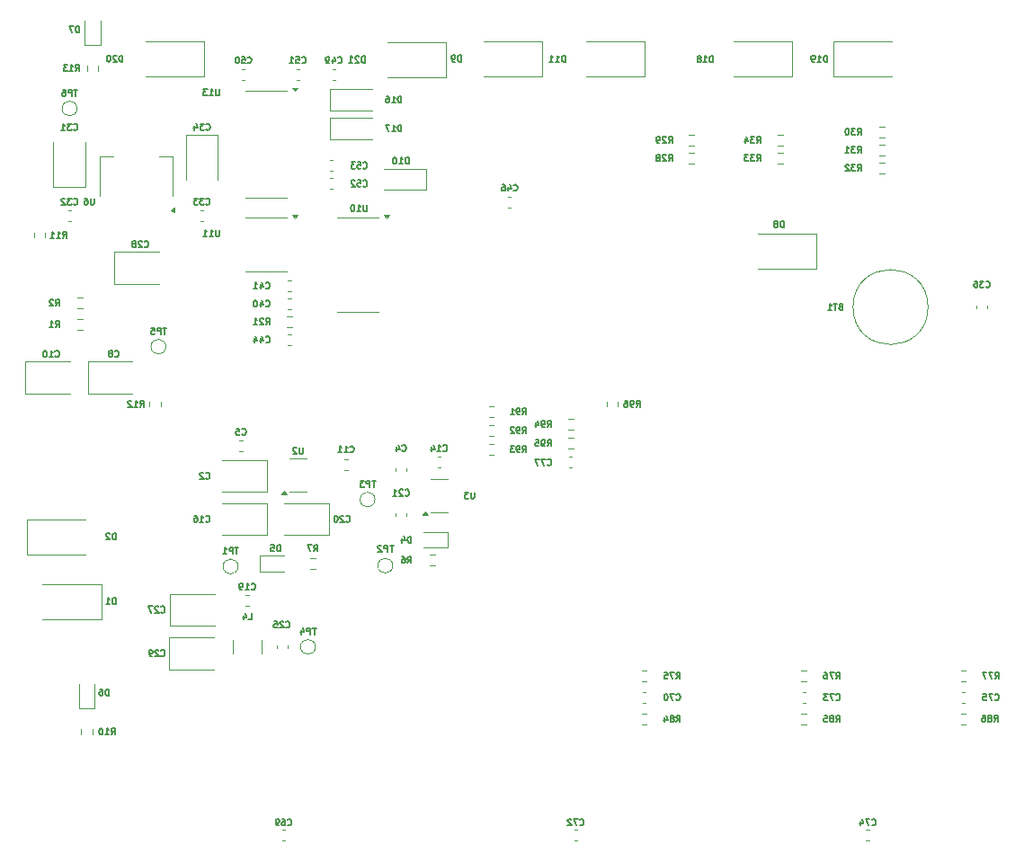
<source format=gbr>
%TF.GenerationSoftware,KiCad,Pcbnew,8.0.3*%
%TF.CreationDate,2024-12-23T21:53:10+08:00*%
%TF.ProjectId,Explorer,4578706c-6f72-4657-922e-6b696361645f,rev?*%
%TF.SameCoordinates,Original*%
%TF.FileFunction,Legend,Bot*%
%TF.FilePolarity,Positive*%
%FSLAX46Y46*%
G04 Gerber Fmt 4.6, Leading zero omitted, Abs format (unit mm)*
G04 Created by KiCad (PCBNEW 8.0.3) date 2024-12-23 21:53:10*
%MOMM*%
%LPD*%
G01*
G04 APERTURE LIST*
%ADD10C,0.150000*%
%ADD11C,0.120000*%
G04 APERTURE END LIST*
D10*
X63695714Y-78447628D02*
X63724286Y-78476200D01*
X63724286Y-78476200D02*
X63810000Y-78504771D01*
X63810000Y-78504771D02*
X63867143Y-78504771D01*
X63867143Y-78504771D02*
X63952857Y-78476200D01*
X63952857Y-78476200D02*
X64010000Y-78419057D01*
X64010000Y-78419057D02*
X64038571Y-78361914D01*
X64038571Y-78361914D02*
X64067143Y-78247628D01*
X64067143Y-78247628D02*
X64067143Y-78161914D01*
X64067143Y-78161914D02*
X64038571Y-78047628D01*
X64038571Y-78047628D02*
X64010000Y-77990485D01*
X64010000Y-77990485D02*
X63952857Y-77933342D01*
X63952857Y-77933342D02*
X63867143Y-77904771D01*
X63867143Y-77904771D02*
X63810000Y-77904771D01*
X63810000Y-77904771D02*
X63724286Y-77933342D01*
X63724286Y-77933342D02*
X63695714Y-77961914D01*
X63495714Y-77904771D02*
X63124286Y-77904771D01*
X63124286Y-77904771D02*
X63324286Y-78133342D01*
X63324286Y-78133342D02*
X63238571Y-78133342D01*
X63238571Y-78133342D02*
X63181429Y-78161914D01*
X63181429Y-78161914D02*
X63152857Y-78190485D01*
X63152857Y-78190485D02*
X63124286Y-78247628D01*
X63124286Y-78247628D02*
X63124286Y-78390485D01*
X63124286Y-78390485D02*
X63152857Y-78447628D01*
X63152857Y-78447628D02*
X63181429Y-78476200D01*
X63181429Y-78476200D02*
X63238571Y-78504771D01*
X63238571Y-78504771D02*
X63410000Y-78504771D01*
X63410000Y-78504771D02*
X63467143Y-78476200D01*
X63467143Y-78476200D02*
X63495714Y-78447628D01*
X62610000Y-78104771D02*
X62610000Y-78504771D01*
X62752857Y-77876200D02*
X62895714Y-78304771D01*
X62895714Y-78304771D02*
X62524285Y-78304771D01*
X50185714Y-88669771D02*
X50385714Y-88384057D01*
X50528571Y-88669771D02*
X50528571Y-88069771D01*
X50528571Y-88069771D02*
X50300000Y-88069771D01*
X50300000Y-88069771D02*
X50242857Y-88098342D01*
X50242857Y-88098342D02*
X50214286Y-88126914D01*
X50214286Y-88126914D02*
X50185714Y-88184057D01*
X50185714Y-88184057D02*
X50185714Y-88269771D01*
X50185714Y-88269771D02*
X50214286Y-88326914D01*
X50214286Y-88326914D02*
X50242857Y-88355485D01*
X50242857Y-88355485D02*
X50300000Y-88384057D01*
X50300000Y-88384057D02*
X50528571Y-88384057D01*
X49614286Y-88669771D02*
X49957143Y-88669771D01*
X49785714Y-88669771D02*
X49785714Y-88069771D01*
X49785714Y-88069771D02*
X49842857Y-88155485D01*
X49842857Y-88155485D02*
X49900000Y-88212628D01*
X49900000Y-88212628D02*
X49957143Y-88241200D01*
X49042857Y-88669771D02*
X49385714Y-88669771D01*
X49214285Y-88669771D02*
X49214285Y-88069771D01*
X49214285Y-88069771D02*
X49271428Y-88155485D01*
X49271428Y-88155485D02*
X49328571Y-88212628D01*
X49328571Y-88212628D02*
X49385714Y-88241200D01*
X107975714Y-130179771D02*
X108175714Y-129894057D01*
X108318571Y-130179771D02*
X108318571Y-129579771D01*
X108318571Y-129579771D02*
X108090000Y-129579771D01*
X108090000Y-129579771D02*
X108032857Y-129608342D01*
X108032857Y-129608342D02*
X108004286Y-129636914D01*
X108004286Y-129636914D02*
X107975714Y-129694057D01*
X107975714Y-129694057D02*
X107975714Y-129779771D01*
X107975714Y-129779771D02*
X108004286Y-129836914D01*
X108004286Y-129836914D02*
X108032857Y-129865485D01*
X108032857Y-129865485D02*
X108090000Y-129894057D01*
X108090000Y-129894057D02*
X108318571Y-129894057D01*
X107775714Y-129579771D02*
X107375714Y-129579771D01*
X107375714Y-129579771D02*
X107632857Y-130179771D01*
X106861428Y-129579771D02*
X107147142Y-129579771D01*
X107147142Y-129579771D02*
X107175714Y-129865485D01*
X107175714Y-129865485D02*
X107147142Y-129836914D01*
X107147142Y-129836914D02*
X107090000Y-129808342D01*
X107090000Y-129808342D02*
X106947142Y-129808342D01*
X106947142Y-129808342D02*
X106890000Y-129836914D01*
X106890000Y-129836914D02*
X106861428Y-129865485D01*
X106861428Y-129865485D02*
X106832857Y-129922628D01*
X106832857Y-129922628D02*
X106832857Y-130065485D01*
X106832857Y-130065485D02*
X106861428Y-130122628D01*
X106861428Y-130122628D02*
X106890000Y-130151200D01*
X106890000Y-130151200D02*
X106947142Y-130179771D01*
X106947142Y-130179771D02*
X107090000Y-130179771D01*
X107090000Y-130179771D02*
X107147142Y-130151200D01*
X107147142Y-130151200D02*
X107175714Y-130122628D01*
X67074999Y-107152628D02*
X67103571Y-107181200D01*
X67103571Y-107181200D02*
X67189285Y-107209771D01*
X67189285Y-107209771D02*
X67246428Y-107209771D01*
X67246428Y-107209771D02*
X67332142Y-107181200D01*
X67332142Y-107181200D02*
X67389285Y-107124057D01*
X67389285Y-107124057D02*
X67417856Y-107066914D01*
X67417856Y-107066914D02*
X67446428Y-106952628D01*
X67446428Y-106952628D02*
X67446428Y-106866914D01*
X67446428Y-106866914D02*
X67417856Y-106752628D01*
X67417856Y-106752628D02*
X67389285Y-106695485D01*
X67389285Y-106695485D02*
X67332142Y-106638342D01*
X67332142Y-106638342D02*
X67246428Y-106609771D01*
X67246428Y-106609771D02*
X67189285Y-106609771D01*
X67189285Y-106609771D02*
X67103571Y-106638342D01*
X67103571Y-106638342D02*
X67074999Y-106666914D01*
X66532142Y-106609771D02*
X66817856Y-106609771D01*
X66817856Y-106609771D02*
X66846428Y-106895485D01*
X66846428Y-106895485D02*
X66817856Y-106866914D01*
X66817856Y-106866914D02*
X66760714Y-106838342D01*
X66760714Y-106838342D02*
X66617856Y-106838342D01*
X66617856Y-106838342D02*
X66560714Y-106866914D01*
X66560714Y-106866914D02*
X66532142Y-106895485D01*
X66532142Y-106895485D02*
X66503571Y-106952628D01*
X66503571Y-106952628D02*
X66503571Y-107095485D01*
X66503571Y-107095485D02*
X66532142Y-107152628D01*
X66532142Y-107152628D02*
X66560714Y-107181200D01*
X66560714Y-107181200D02*
X66617856Y-107209771D01*
X66617856Y-107209771D02*
X66760714Y-107209771D01*
X66760714Y-107209771D02*
X66817856Y-107181200D01*
X66817856Y-107181200D02*
X66846428Y-107152628D01*
X78490714Y-82062628D02*
X78519286Y-82091200D01*
X78519286Y-82091200D02*
X78605000Y-82119771D01*
X78605000Y-82119771D02*
X78662143Y-82119771D01*
X78662143Y-82119771D02*
X78747857Y-82091200D01*
X78747857Y-82091200D02*
X78805000Y-82034057D01*
X78805000Y-82034057D02*
X78833571Y-81976914D01*
X78833571Y-81976914D02*
X78862143Y-81862628D01*
X78862143Y-81862628D02*
X78862143Y-81776914D01*
X78862143Y-81776914D02*
X78833571Y-81662628D01*
X78833571Y-81662628D02*
X78805000Y-81605485D01*
X78805000Y-81605485D02*
X78747857Y-81548342D01*
X78747857Y-81548342D02*
X78662143Y-81519771D01*
X78662143Y-81519771D02*
X78605000Y-81519771D01*
X78605000Y-81519771D02*
X78519286Y-81548342D01*
X78519286Y-81548342D02*
X78490714Y-81576914D01*
X77947857Y-81519771D02*
X78233571Y-81519771D01*
X78233571Y-81519771D02*
X78262143Y-81805485D01*
X78262143Y-81805485D02*
X78233571Y-81776914D01*
X78233571Y-81776914D02*
X78176429Y-81748342D01*
X78176429Y-81748342D02*
X78033571Y-81748342D01*
X78033571Y-81748342D02*
X77976429Y-81776914D01*
X77976429Y-81776914D02*
X77947857Y-81805485D01*
X77947857Y-81805485D02*
X77919286Y-81862628D01*
X77919286Y-81862628D02*
X77919286Y-82005485D01*
X77919286Y-82005485D02*
X77947857Y-82062628D01*
X77947857Y-82062628D02*
X77976429Y-82091200D01*
X77976429Y-82091200D02*
X78033571Y-82119771D01*
X78033571Y-82119771D02*
X78176429Y-82119771D01*
X78176429Y-82119771D02*
X78233571Y-82091200D01*
X78233571Y-82091200D02*
X78262143Y-82062628D01*
X77719285Y-81519771D02*
X77347857Y-81519771D01*
X77347857Y-81519771D02*
X77547857Y-81748342D01*
X77547857Y-81748342D02*
X77462142Y-81748342D01*
X77462142Y-81748342D02*
X77405000Y-81776914D01*
X77405000Y-81776914D02*
X77376428Y-81805485D01*
X77376428Y-81805485D02*
X77347857Y-81862628D01*
X77347857Y-81862628D02*
X77347857Y-82005485D01*
X77347857Y-82005485D02*
X77376428Y-82062628D01*
X77376428Y-82062628D02*
X77405000Y-82091200D01*
X77405000Y-82091200D02*
X77462142Y-82119771D01*
X77462142Y-82119771D02*
X77633571Y-82119771D01*
X77633571Y-82119771D02*
X77690714Y-82091200D01*
X77690714Y-82091200D02*
X77719285Y-82062628D01*
X51215714Y-78447628D02*
X51244286Y-78476200D01*
X51244286Y-78476200D02*
X51330000Y-78504771D01*
X51330000Y-78504771D02*
X51387143Y-78504771D01*
X51387143Y-78504771D02*
X51472857Y-78476200D01*
X51472857Y-78476200D02*
X51530000Y-78419057D01*
X51530000Y-78419057D02*
X51558571Y-78361914D01*
X51558571Y-78361914D02*
X51587143Y-78247628D01*
X51587143Y-78247628D02*
X51587143Y-78161914D01*
X51587143Y-78161914D02*
X51558571Y-78047628D01*
X51558571Y-78047628D02*
X51530000Y-77990485D01*
X51530000Y-77990485D02*
X51472857Y-77933342D01*
X51472857Y-77933342D02*
X51387143Y-77904771D01*
X51387143Y-77904771D02*
X51330000Y-77904771D01*
X51330000Y-77904771D02*
X51244286Y-77933342D01*
X51244286Y-77933342D02*
X51215714Y-77961914D01*
X51015714Y-77904771D02*
X50644286Y-77904771D01*
X50644286Y-77904771D02*
X50844286Y-78133342D01*
X50844286Y-78133342D02*
X50758571Y-78133342D01*
X50758571Y-78133342D02*
X50701429Y-78161914D01*
X50701429Y-78161914D02*
X50672857Y-78190485D01*
X50672857Y-78190485D02*
X50644286Y-78247628D01*
X50644286Y-78247628D02*
X50644286Y-78390485D01*
X50644286Y-78390485D02*
X50672857Y-78447628D01*
X50672857Y-78447628D02*
X50701429Y-78476200D01*
X50701429Y-78476200D02*
X50758571Y-78504771D01*
X50758571Y-78504771D02*
X50930000Y-78504771D01*
X50930000Y-78504771D02*
X50987143Y-78476200D01*
X50987143Y-78476200D02*
X51015714Y-78447628D01*
X50072857Y-78504771D02*
X50415714Y-78504771D01*
X50244285Y-78504771D02*
X50244285Y-77904771D01*
X50244285Y-77904771D02*
X50301428Y-77990485D01*
X50301428Y-77990485D02*
X50358571Y-78047628D01*
X50358571Y-78047628D02*
X50415714Y-78076200D01*
X93485714Y-107064771D02*
X93685714Y-106779057D01*
X93828571Y-107064771D02*
X93828571Y-106464771D01*
X93828571Y-106464771D02*
X93600000Y-106464771D01*
X93600000Y-106464771D02*
X93542857Y-106493342D01*
X93542857Y-106493342D02*
X93514286Y-106521914D01*
X93514286Y-106521914D02*
X93485714Y-106579057D01*
X93485714Y-106579057D02*
X93485714Y-106664771D01*
X93485714Y-106664771D02*
X93514286Y-106721914D01*
X93514286Y-106721914D02*
X93542857Y-106750485D01*
X93542857Y-106750485D02*
X93600000Y-106779057D01*
X93600000Y-106779057D02*
X93828571Y-106779057D01*
X93200000Y-107064771D02*
X93085714Y-107064771D01*
X93085714Y-107064771D02*
X93028571Y-107036200D01*
X93028571Y-107036200D02*
X93000000Y-107007628D01*
X93000000Y-107007628D02*
X92942857Y-106921914D01*
X92942857Y-106921914D02*
X92914286Y-106807628D01*
X92914286Y-106807628D02*
X92914286Y-106579057D01*
X92914286Y-106579057D02*
X92942857Y-106521914D01*
X92942857Y-106521914D02*
X92971429Y-106493342D01*
X92971429Y-106493342D02*
X93028571Y-106464771D01*
X93028571Y-106464771D02*
X93142857Y-106464771D01*
X93142857Y-106464771D02*
X93200000Y-106493342D01*
X93200000Y-106493342D02*
X93228571Y-106521914D01*
X93228571Y-106521914D02*
X93257143Y-106579057D01*
X93257143Y-106579057D02*
X93257143Y-106721914D01*
X93257143Y-106721914D02*
X93228571Y-106779057D01*
X93228571Y-106779057D02*
X93200000Y-106807628D01*
X93200000Y-106807628D02*
X93142857Y-106836200D01*
X93142857Y-106836200D02*
X93028571Y-106836200D01*
X93028571Y-106836200D02*
X92971429Y-106807628D01*
X92971429Y-106807628D02*
X92942857Y-106779057D01*
X92942857Y-106779057D02*
X92914286Y-106721914D01*
X92685714Y-106521914D02*
X92657142Y-106493342D01*
X92657142Y-106493342D02*
X92600000Y-106464771D01*
X92600000Y-106464771D02*
X92457142Y-106464771D01*
X92457142Y-106464771D02*
X92400000Y-106493342D01*
X92400000Y-106493342D02*
X92371428Y-106521914D01*
X92371428Y-106521914D02*
X92342857Y-106579057D01*
X92342857Y-106579057D02*
X92342857Y-106636200D01*
X92342857Y-106636200D02*
X92371428Y-106721914D01*
X92371428Y-106721914D02*
X92714285Y-107064771D01*
X92714285Y-107064771D02*
X92342857Y-107064771D01*
X69310714Y-93362628D02*
X69339286Y-93391200D01*
X69339286Y-93391200D02*
X69425000Y-93419771D01*
X69425000Y-93419771D02*
X69482143Y-93419771D01*
X69482143Y-93419771D02*
X69567857Y-93391200D01*
X69567857Y-93391200D02*
X69625000Y-93334057D01*
X69625000Y-93334057D02*
X69653571Y-93276914D01*
X69653571Y-93276914D02*
X69682143Y-93162628D01*
X69682143Y-93162628D02*
X69682143Y-93076914D01*
X69682143Y-93076914D02*
X69653571Y-92962628D01*
X69653571Y-92962628D02*
X69625000Y-92905485D01*
X69625000Y-92905485D02*
X69567857Y-92848342D01*
X69567857Y-92848342D02*
X69482143Y-92819771D01*
X69482143Y-92819771D02*
X69425000Y-92819771D01*
X69425000Y-92819771D02*
X69339286Y-92848342D01*
X69339286Y-92848342D02*
X69310714Y-92876914D01*
X68796429Y-93019771D02*
X68796429Y-93419771D01*
X68939286Y-92791200D02*
X69082143Y-93219771D01*
X69082143Y-93219771D02*
X68710714Y-93219771D01*
X68167857Y-93419771D02*
X68510714Y-93419771D01*
X68339285Y-93419771D02*
X68339285Y-92819771D01*
X68339285Y-92819771D02*
X68396428Y-92905485D01*
X68396428Y-92905485D02*
X68453571Y-92962628D01*
X68453571Y-92962628D02*
X68510714Y-92991200D01*
X51215714Y-85472628D02*
X51244286Y-85501200D01*
X51244286Y-85501200D02*
X51330000Y-85529771D01*
X51330000Y-85529771D02*
X51387143Y-85529771D01*
X51387143Y-85529771D02*
X51472857Y-85501200D01*
X51472857Y-85501200D02*
X51530000Y-85444057D01*
X51530000Y-85444057D02*
X51558571Y-85386914D01*
X51558571Y-85386914D02*
X51587143Y-85272628D01*
X51587143Y-85272628D02*
X51587143Y-85186914D01*
X51587143Y-85186914D02*
X51558571Y-85072628D01*
X51558571Y-85072628D02*
X51530000Y-85015485D01*
X51530000Y-85015485D02*
X51472857Y-84958342D01*
X51472857Y-84958342D02*
X51387143Y-84929771D01*
X51387143Y-84929771D02*
X51330000Y-84929771D01*
X51330000Y-84929771D02*
X51244286Y-84958342D01*
X51244286Y-84958342D02*
X51215714Y-84986914D01*
X51015714Y-84929771D02*
X50644286Y-84929771D01*
X50644286Y-84929771D02*
X50844286Y-85158342D01*
X50844286Y-85158342D02*
X50758571Y-85158342D01*
X50758571Y-85158342D02*
X50701429Y-85186914D01*
X50701429Y-85186914D02*
X50672857Y-85215485D01*
X50672857Y-85215485D02*
X50644286Y-85272628D01*
X50644286Y-85272628D02*
X50644286Y-85415485D01*
X50644286Y-85415485D02*
X50672857Y-85472628D01*
X50672857Y-85472628D02*
X50701429Y-85501200D01*
X50701429Y-85501200D02*
X50758571Y-85529771D01*
X50758571Y-85529771D02*
X50930000Y-85529771D01*
X50930000Y-85529771D02*
X50987143Y-85501200D01*
X50987143Y-85501200D02*
X51015714Y-85472628D01*
X50415714Y-84986914D02*
X50387142Y-84958342D01*
X50387142Y-84958342D02*
X50330000Y-84929771D01*
X50330000Y-84929771D02*
X50187142Y-84929771D01*
X50187142Y-84929771D02*
X50130000Y-84958342D01*
X50130000Y-84958342D02*
X50101428Y-84986914D01*
X50101428Y-84986914D02*
X50072857Y-85044057D01*
X50072857Y-85044057D02*
X50072857Y-85101200D01*
X50072857Y-85101200D02*
X50101428Y-85186914D01*
X50101428Y-85186914D02*
X50444285Y-85529771D01*
X50444285Y-85529771D02*
X50072857Y-85529771D01*
X73849999Y-118179771D02*
X74049999Y-117894057D01*
X74192856Y-118179771D02*
X74192856Y-117579771D01*
X74192856Y-117579771D02*
X73964285Y-117579771D01*
X73964285Y-117579771D02*
X73907142Y-117608342D01*
X73907142Y-117608342D02*
X73878571Y-117636914D01*
X73878571Y-117636914D02*
X73849999Y-117694057D01*
X73849999Y-117694057D02*
X73849999Y-117779771D01*
X73849999Y-117779771D02*
X73878571Y-117836914D01*
X73878571Y-117836914D02*
X73907142Y-117865485D01*
X73907142Y-117865485D02*
X73964285Y-117894057D01*
X73964285Y-117894057D02*
X74192856Y-117894057D01*
X73649999Y-117579771D02*
X73249999Y-117579771D01*
X73249999Y-117579771D02*
X73507142Y-118179771D01*
X67595714Y-72137628D02*
X67624286Y-72166200D01*
X67624286Y-72166200D02*
X67710000Y-72194771D01*
X67710000Y-72194771D02*
X67767143Y-72194771D01*
X67767143Y-72194771D02*
X67852857Y-72166200D01*
X67852857Y-72166200D02*
X67910000Y-72109057D01*
X67910000Y-72109057D02*
X67938571Y-72051914D01*
X67938571Y-72051914D02*
X67967143Y-71937628D01*
X67967143Y-71937628D02*
X67967143Y-71851914D01*
X67967143Y-71851914D02*
X67938571Y-71737628D01*
X67938571Y-71737628D02*
X67910000Y-71680485D01*
X67910000Y-71680485D02*
X67852857Y-71623342D01*
X67852857Y-71623342D02*
X67767143Y-71594771D01*
X67767143Y-71594771D02*
X67710000Y-71594771D01*
X67710000Y-71594771D02*
X67624286Y-71623342D01*
X67624286Y-71623342D02*
X67595714Y-71651914D01*
X67052857Y-71594771D02*
X67338571Y-71594771D01*
X67338571Y-71594771D02*
X67367143Y-71880485D01*
X67367143Y-71880485D02*
X67338571Y-71851914D01*
X67338571Y-71851914D02*
X67281429Y-71823342D01*
X67281429Y-71823342D02*
X67138571Y-71823342D01*
X67138571Y-71823342D02*
X67081429Y-71851914D01*
X67081429Y-71851914D02*
X67052857Y-71880485D01*
X67052857Y-71880485D02*
X67024286Y-71937628D01*
X67024286Y-71937628D02*
X67024286Y-72080485D01*
X67024286Y-72080485D02*
X67052857Y-72137628D01*
X67052857Y-72137628D02*
X67081429Y-72166200D01*
X67081429Y-72166200D02*
X67138571Y-72194771D01*
X67138571Y-72194771D02*
X67281429Y-72194771D01*
X67281429Y-72194771D02*
X67338571Y-72166200D01*
X67338571Y-72166200D02*
X67367143Y-72137628D01*
X66652857Y-71594771D02*
X66595714Y-71594771D01*
X66595714Y-71594771D02*
X66538571Y-71623342D01*
X66538571Y-71623342D02*
X66510000Y-71651914D01*
X66510000Y-71651914D02*
X66481428Y-71709057D01*
X66481428Y-71709057D02*
X66452857Y-71823342D01*
X66452857Y-71823342D02*
X66452857Y-71966200D01*
X66452857Y-71966200D02*
X66481428Y-72080485D01*
X66481428Y-72080485D02*
X66510000Y-72137628D01*
X66510000Y-72137628D02*
X66538571Y-72166200D01*
X66538571Y-72166200D02*
X66595714Y-72194771D01*
X66595714Y-72194771D02*
X66652857Y-72194771D01*
X66652857Y-72194771D02*
X66710000Y-72166200D01*
X66710000Y-72166200D02*
X66738571Y-72137628D01*
X66738571Y-72137628D02*
X66767142Y-72080485D01*
X66767142Y-72080485D02*
X66795714Y-71966200D01*
X66795714Y-71966200D02*
X66795714Y-71823342D01*
X66795714Y-71823342D02*
X66767142Y-71709057D01*
X66767142Y-71709057D02*
X66738571Y-71651914D01*
X66738571Y-71651914D02*
X66710000Y-71623342D01*
X66710000Y-71623342D02*
X66652857Y-71594771D01*
X63677500Y-115362628D02*
X63706072Y-115391200D01*
X63706072Y-115391200D02*
X63791786Y-115419771D01*
X63791786Y-115419771D02*
X63848929Y-115419771D01*
X63848929Y-115419771D02*
X63934643Y-115391200D01*
X63934643Y-115391200D02*
X63991786Y-115334057D01*
X63991786Y-115334057D02*
X64020357Y-115276914D01*
X64020357Y-115276914D02*
X64048929Y-115162628D01*
X64048929Y-115162628D02*
X64048929Y-115076914D01*
X64048929Y-115076914D02*
X64020357Y-114962628D01*
X64020357Y-114962628D02*
X63991786Y-114905485D01*
X63991786Y-114905485D02*
X63934643Y-114848342D01*
X63934643Y-114848342D02*
X63848929Y-114819771D01*
X63848929Y-114819771D02*
X63791786Y-114819771D01*
X63791786Y-114819771D02*
X63706072Y-114848342D01*
X63706072Y-114848342D02*
X63677500Y-114876914D01*
X63106072Y-115419771D02*
X63448929Y-115419771D01*
X63277500Y-115419771D02*
X63277500Y-114819771D01*
X63277500Y-114819771D02*
X63334643Y-114905485D01*
X63334643Y-114905485D02*
X63391786Y-114962628D01*
X63391786Y-114962628D02*
X63448929Y-114991200D01*
X62591786Y-114819771D02*
X62706071Y-114819771D01*
X62706071Y-114819771D02*
X62763214Y-114848342D01*
X62763214Y-114848342D02*
X62791786Y-114876914D01*
X62791786Y-114876914D02*
X62848928Y-114962628D01*
X62848928Y-114962628D02*
X62877500Y-115076914D01*
X62877500Y-115076914D02*
X62877500Y-115305485D01*
X62877500Y-115305485D02*
X62848928Y-115362628D01*
X62848928Y-115362628D02*
X62820357Y-115391200D01*
X62820357Y-115391200D02*
X62763214Y-115419771D01*
X62763214Y-115419771D02*
X62648928Y-115419771D01*
X62648928Y-115419771D02*
X62591786Y-115391200D01*
X62591786Y-115391200D02*
X62563214Y-115362628D01*
X62563214Y-115362628D02*
X62534643Y-115305485D01*
X62534643Y-115305485D02*
X62534643Y-115162628D01*
X62534643Y-115162628D02*
X62563214Y-115105485D01*
X62563214Y-115105485D02*
X62591786Y-115076914D01*
X62591786Y-115076914D02*
X62648928Y-115048342D01*
X62648928Y-115048342D02*
X62763214Y-115048342D01*
X62763214Y-115048342D02*
X62820357Y-115076914D01*
X62820357Y-115076914D02*
X62848928Y-115105485D01*
X62848928Y-115105485D02*
X62877500Y-115162628D01*
X95835714Y-110012628D02*
X95864286Y-110041200D01*
X95864286Y-110041200D02*
X95950000Y-110069771D01*
X95950000Y-110069771D02*
X96007143Y-110069771D01*
X96007143Y-110069771D02*
X96092857Y-110041200D01*
X96092857Y-110041200D02*
X96150000Y-109984057D01*
X96150000Y-109984057D02*
X96178571Y-109926914D01*
X96178571Y-109926914D02*
X96207143Y-109812628D01*
X96207143Y-109812628D02*
X96207143Y-109726914D01*
X96207143Y-109726914D02*
X96178571Y-109612628D01*
X96178571Y-109612628D02*
X96150000Y-109555485D01*
X96150000Y-109555485D02*
X96092857Y-109498342D01*
X96092857Y-109498342D02*
X96007143Y-109469771D01*
X96007143Y-109469771D02*
X95950000Y-109469771D01*
X95950000Y-109469771D02*
X95864286Y-109498342D01*
X95864286Y-109498342D02*
X95835714Y-109526914D01*
X95635714Y-109469771D02*
X95235714Y-109469771D01*
X95235714Y-109469771D02*
X95492857Y-110069771D01*
X95064285Y-109469771D02*
X94664285Y-109469771D01*
X94664285Y-109469771D02*
X94921428Y-110069771D01*
X95835714Y-108269771D02*
X96035714Y-107984057D01*
X96178571Y-108269771D02*
X96178571Y-107669771D01*
X96178571Y-107669771D02*
X95950000Y-107669771D01*
X95950000Y-107669771D02*
X95892857Y-107698342D01*
X95892857Y-107698342D02*
X95864286Y-107726914D01*
X95864286Y-107726914D02*
X95835714Y-107784057D01*
X95835714Y-107784057D02*
X95835714Y-107869771D01*
X95835714Y-107869771D02*
X95864286Y-107926914D01*
X95864286Y-107926914D02*
X95892857Y-107955485D01*
X95892857Y-107955485D02*
X95950000Y-107984057D01*
X95950000Y-107984057D02*
X96178571Y-107984057D01*
X95550000Y-108269771D02*
X95435714Y-108269771D01*
X95435714Y-108269771D02*
X95378571Y-108241200D01*
X95378571Y-108241200D02*
X95350000Y-108212628D01*
X95350000Y-108212628D02*
X95292857Y-108126914D01*
X95292857Y-108126914D02*
X95264286Y-108012628D01*
X95264286Y-108012628D02*
X95264286Y-107784057D01*
X95264286Y-107784057D02*
X95292857Y-107726914D01*
X95292857Y-107726914D02*
X95321429Y-107698342D01*
X95321429Y-107698342D02*
X95378571Y-107669771D01*
X95378571Y-107669771D02*
X95492857Y-107669771D01*
X95492857Y-107669771D02*
X95550000Y-107698342D01*
X95550000Y-107698342D02*
X95578571Y-107726914D01*
X95578571Y-107726914D02*
X95607143Y-107784057D01*
X95607143Y-107784057D02*
X95607143Y-107926914D01*
X95607143Y-107926914D02*
X95578571Y-107984057D01*
X95578571Y-107984057D02*
X95550000Y-108012628D01*
X95550000Y-108012628D02*
X95492857Y-108041200D01*
X95492857Y-108041200D02*
X95378571Y-108041200D01*
X95378571Y-108041200D02*
X95321429Y-108012628D01*
X95321429Y-108012628D02*
X95292857Y-107984057D01*
X95292857Y-107984057D02*
X95264286Y-107926914D01*
X94721428Y-107669771D02*
X95007142Y-107669771D01*
X95007142Y-107669771D02*
X95035714Y-107955485D01*
X95035714Y-107955485D02*
X95007142Y-107926914D01*
X95007142Y-107926914D02*
X94950000Y-107898342D01*
X94950000Y-107898342D02*
X94807142Y-107898342D01*
X94807142Y-107898342D02*
X94750000Y-107926914D01*
X94750000Y-107926914D02*
X94721428Y-107955485D01*
X94721428Y-107955485D02*
X94692857Y-108012628D01*
X94692857Y-108012628D02*
X94692857Y-108155485D01*
X94692857Y-108155485D02*
X94721428Y-108212628D01*
X94721428Y-108212628D02*
X94750000Y-108241200D01*
X94750000Y-108241200D02*
X94807142Y-108269771D01*
X94807142Y-108269771D02*
X94950000Y-108269771D01*
X94950000Y-108269771D02*
X95007142Y-108241200D01*
X95007142Y-108241200D02*
X95035714Y-108212628D01*
X63675714Y-85472628D02*
X63704286Y-85501200D01*
X63704286Y-85501200D02*
X63790000Y-85529771D01*
X63790000Y-85529771D02*
X63847143Y-85529771D01*
X63847143Y-85529771D02*
X63932857Y-85501200D01*
X63932857Y-85501200D02*
X63990000Y-85444057D01*
X63990000Y-85444057D02*
X64018571Y-85386914D01*
X64018571Y-85386914D02*
X64047143Y-85272628D01*
X64047143Y-85272628D02*
X64047143Y-85186914D01*
X64047143Y-85186914D02*
X64018571Y-85072628D01*
X64018571Y-85072628D02*
X63990000Y-85015485D01*
X63990000Y-85015485D02*
X63932857Y-84958342D01*
X63932857Y-84958342D02*
X63847143Y-84929771D01*
X63847143Y-84929771D02*
X63790000Y-84929771D01*
X63790000Y-84929771D02*
X63704286Y-84958342D01*
X63704286Y-84958342D02*
X63675714Y-84986914D01*
X63475714Y-84929771D02*
X63104286Y-84929771D01*
X63104286Y-84929771D02*
X63304286Y-85158342D01*
X63304286Y-85158342D02*
X63218571Y-85158342D01*
X63218571Y-85158342D02*
X63161429Y-85186914D01*
X63161429Y-85186914D02*
X63132857Y-85215485D01*
X63132857Y-85215485D02*
X63104286Y-85272628D01*
X63104286Y-85272628D02*
X63104286Y-85415485D01*
X63104286Y-85415485D02*
X63132857Y-85472628D01*
X63132857Y-85472628D02*
X63161429Y-85501200D01*
X63161429Y-85501200D02*
X63218571Y-85529771D01*
X63218571Y-85529771D02*
X63390000Y-85529771D01*
X63390000Y-85529771D02*
X63447143Y-85501200D01*
X63447143Y-85501200D02*
X63475714Y-85472628D01*
X62904285Y-84929771D02*
X62532857Y-84929771D01*
X62532857Y-84929771D02*
X62732857Y-85158342D01*
X62732857Y-85158342D02*
X62647142Y-85158342D01*
X62647142Y-85158342D02*
X62590000Y-85186914D01*
X62590000Y-85186914D02*
X62561428Y-85215485D01*
X62561428Y-85215485D02*
X62532857Y-85272628D01*
X62532857Y-85272628D02*
X62532857Y-85415485D01*
X62532857Y-85415485D02*
X62561428Y-85472628D01*
X62561428Y-85472628D02*
X62590000Y-85501200D01*
X62590000Y-85501200D02*
X62647142Y-85529771D01*
X62647142Y-85529771D02*
X62818571Y-85529771D01*
X62818571Y-85529771D02*
X62875714Y-85501200D01*
X62875714Y-85501200D02*
X62904285Y-85472628D01*
X93485714Y-105289771D02*
X93685714Y-105004057D01*
X93828571Y-105289771D02*
X93828571Y-104689771D01*
X93828571Y-104689771D02*
X93600000Y-104689771D01*
X93600000Y-104689771D02*
X93542857Y-104718342D01*
X93542857Y-104718342D02*
X93514286Y-104746914D01*
X93514286Y-104746914D02*
X93485714Y-104804057D01*
X93485714Y-104804057D02*
X93485714Y-104889771D01*
X93485714Y-104889771D02*
X93514286Y-104946914D01*
X93514286Y-104946914D02*
X93542857Y-104975485D01*
X93542857Y-104975485D02*
X93600000Y-105004057D01*
X93600000Y-105004057D02*
X93828571Y-105004057D01*
X93200000Y-105289771D02*
X93085714Y-105289771D01*
X93085714Y-105289771D02*
X93028571Y-105261200D01*
X93028571Y-105261200D02*
X93000000Y-105232628D01*
X93000000Y-105232628D02*
X92942857Y-105146914D01*
X92942857Y-105146914D02*
X92914286Y-105032628D01*
X92914286Y-105032628D02*
X92914286Y-104804057D01*
X92914286Y-104804057D02*
X92942857Y-104746914D01*
X92942857Y-104746914D02*
X92971429Y-104718342D01*
X92971429Y-104718342D02*
X93028571Y-104689771D01*
X93028571Y-104689771D02*
X93142857Y-104689771D01*
X93142857Y-104689771D02*
X93200000Y-104718342D01*
X93200000Y-104718342D02*
X93228571Y-104746914D01*
X93228571Y-104746914D02*
X93257143Y-104804057D01*
X93257143Y-104804057D02*
X93257143Y-104946914D01*
X93257143Y-104946914D02*
X93228571Y-105004057D01*
X93228571Y-105004057D02*
X93200000Y-105032628D01*
X93200000Y-105032628D02*
X93142857Y-105061200D01*
X93142857Y-105061200D02*
X93028571Y-105061200D01*
X93028571Y-105061200D02*
X92971429Y-105032628D01*
X92971429Y-105032628D02*
X92942857Y-105004057D01*
X92942857Y-105004057D02*
X92914286Y-104946914D01*
X92342857Y-105289771D02*
X92685714Y-105289771D01*
X92514285Y-105289771D02*
X92514285Y-104689771D01*
X92514285Y-104689771D02*
X92571428Y-104775485D01*
X92571428Y-104775485D02*
X92628571Y-104832628D01*
X92628571Y-104832628D02*
X92685714Y-104861200D01*
X69310714Y-96819771D02*
X69510714Y-96534057D01*
X69653571Y-96819771D02*
X69653571Y-96219771D01*
X69653571Y-96219771D02*
X69425000Y-96219771D01*
X69425000Y-96219771D02*
X69367857Y-96248342D01*
X69367857Y-96248342D02*
X69339286Y-96276914D01*
X69339286Y-96276914D02*
X69310714Y-96334057D01*
X69310714Y-96334057D02*
X69310714Y-96419771D01*
X69310714Y-96419771D02*
X69339286Y-96476914D01*
X69339286Y-96476914D02*
X69367857Y-96505485D01*
X69367857Y-96505485D02*
X69425000Y-96534057D01*
X69425000Y-96534057D02*
X69653571Y-96534057D01*
X69082143Y-96276914D02*
X69053571Y-96248342D01*
X69053571Y-96248342D02*
X68996429Y-96219771D01*
X68996429Y-96219771D02*
X68853571Y-96219771D01*
X68853571Y-96219771D02*
X68796429Y-96248342D01*
X68796429Y-96248342D02*
X68767857Y-96276914D01*
X68767857Y-96276914D02*
X68739286Y-96334057D01*
X68739286Y-96334057D02*
X68739286Y-96391200D01*
X68739286Y-96391200D02*
X68767857Y-96476914D01*
X68767857Y-96476914D02*
X69110714Y-96819771D01*
X69110714Y-96819771D02*
X68739286Y-96819771D01*
X68167857Y-96819771D02*
X68510714Y-96819771D01*
X68339285Y-96819771D02*
X68339285Y-96219771D01*
X68339285Y-96219771D02*
X68396428Y-96305485D01*
X68396428Y-96305485D02*
X68453571Y-96362628D01*
X68453571Y-96362628D02*
X68510714Y-96391200D01*
X79657143Y-111521771D02*
X79314286Y-111521771D01*
X79485714Y-112121771D02*
X79485714Y-111521771D01*
X79114285Y-112121771D02*
X79114285Y-111521771D01*
X79114285Y-111521771D02*
X78885714Y-111521771D01*
X78885714Y-111521771D02*
X78828571Y-111550342D01*
X78828571Y-111550342D02*
X78800000Y-111578914D01*
X78800000Y-111578914D02*
X78771428Y-111636057D01*
X78771428Y-111636057D02*
X78771428Y-111721771D01*
X78771428Y-111721771D02*
X78800000Y-111778914D01*
X78800000Y-111778914D02*
X78828571Y-111807485D01*
X78828571Y-111807485D02*
X78885714Y-111836057D01*
X78885714Y-111836057D02*
X79114285Y-111836057D01*
X78571428Y-111521771D02*
X78200000Y-111521771D01*
X78200000Y-111521771D02*
X78400000Y-111750342D01*
X78400000Y-111750342D02*
X78314285Y-111750342D01*
X78314285Y-111750342D02*
X78257143Y-111778914D01*
X78257143Y-111778914D02*
X78228571Y-111807485D01*
X78228571Y-111807485D02*
X78200000Y-111864628D01*
X78200000Y-111864628D02*
X78200000Y-112007485D01*
X78200000Y-112007485D02*
X78228571Y-112064628D01*
X78228571Y-112064628D02*
X78257143Y-112093200D01*
X78257143Y-112093200D02*
X78314285Y-112121771D01*
X78314285Y-112121771D02*
X78485714Y-112121771D01*
X78485714Y-112121771D02*
X78542857Y-112093200D01*
X78542857Y-112093200D02*
X78571428Y-112064628D01*
X59445714Y-128002628D02*
X59474286Y-128031200D01*
X59474286Y-128031200D02*
X59560000Y-128059771D01*
X59560000Y-128059771D02*
X59617143Y-128059771D01*
X59617143Y-128059771D02*
X59702857Y-128031200D01*
X59702857Y-128031200D02*
X59760000Y-127974057D01*
X59760000Y-127974057D02*
X59788571Y-127916914D01*
X59788571Y-127916914D02*
X59817143Y-127802628D01*
X59817143Y-127802628D02*
X59817143Y-127716914D01*
X59817143Y-127716914D02*
X59788571Y-127602628D01*
X59788571Y-127602628D02*
X59760000Y-127545485D01*
X59760000Y-127545485D02*
X59702857Y-127488342D01*
X59702857Y-127488342D02*
X59617143Y-127459771D01*
X59617143Y-127459771D02*
X59560000Y-127459771D01*
X59560000Y-127459771D02*
X59474286Y-127488342D01*
X59474286Y-127488342D02*
X59445714Y-127516914D01*
X59217143Y-127516914D02*
X59188571Y-127488342D01*
X59188571Y-127488342D02*
X59131429Y-127459771D01*
X59131429Y-127459771D02*
X58988571Y-127459771D01*
X58988571Y-127459771D02*
X58931429Y-127488342D01*
X58931429Y-127488342D02*
X58902857Y-127516914D01*
X58902857Y-127516914D02*
X58874286Y-127574057D01*
X58874286Y-127574057D02*
X58874286Y-127631200D01*
X58874286Y-127631200D02*
X58902857Y-127716914D01*
X58902857Y-127716914D02*
X59245714Y-128059771D01*
X59245714Y-128059771D02*
X58874286Y-128059771D01*
X58588571Y-128059771D02*
X58474285Y-128059771D01*
X58474285Y-128059771D02*
X58417142Y-128031200D01*
X58417142Y-128031200D02*
X58388571Y-128002628D01*
X58388571Y-128002628D02*
X58331428Y-127916914D01*
X58331428Y-127916914D02*
X58302857Y-127802628D01*
X58302857Y-127802628D02*
X58302857Y-127574057D01*
X58302857Y-127574057D02*
X58331428Y-127516914D01*
X58331428Y-127516914D02*
X58360000Y-127488342D01*
X58360000Y-127488342D02*
X58417142Y-127459771D01*
X58417142Y-127459771D02*
X58531428Y-127459771D01*
X58531428Y-127459771D02*
X58588571Y-127488342D01*
X58588571Y-127488342D02*
X58617142Y-127516914D01*
X58617142Y-127516914D02*
X58645714Y-127574057D01*
X58645714Y-127574057D02*
X58645714Y-127716914D01*
X58645714Y-127716914D02*
X58617142Y-127774057D01*
X58617142Y-127774057D02*
X58588571Y-127802628D01*
X58588571Y-127802628D02*
X58531428Y-127831200D01*
X58531428Y-127831200D02*
X58417142Y-127831200D01*
X58417142Y-127831200D02*
X58360000Y-127802628D01*
X58360000Y-127802628D02*
X58331428Y-127774057D01*
X58331428Y-127774057D02*
X58302857Y-127716914D01*
X111428571Y-72119771D02*
X111428571Y-71519771D01*
X111428571Y-71519771D02*
X111285714Y-71519771D01*
X111285714Y-71519771D02*
X111200000Y-71548342D01*
X111200000Y-71548342D02*
X111142857Y-71605485D01*
X111142857Y-71605485D02*
X111114286Y-71662628D01*
X111114286Y-71662628D02*
X111085714Y-71776914D01*
X111085714Y-71776914D02*
X111085714Y-71862628D01*
X111085714Y-71862628D02*
X111114286Y-71976914D01*
X111114286Y-71976914D02*
X111142857Y-72034057D01*
X111142857Y-72034057D02*
X111200000Y-72091200D01*
X111200000Y-72091200D02*
X111285714Y-72119771D01*
X111285714Y-72119771D02*
X111428571Y-72119771D01*
X110514286Y-72119771D02*
X110857143Y-72119771D01*
X110685714Y-72119771D02*
X110685714Y-71519771D01*
X110685714Y-71519771D02*
X110742857Y-71605485D01*
X110742857Y-71605485D02*
X110800000Y-71662628D01*
X110800000Y-71662628D02*
X110857143Y-71691200D01*
X110171428Y-71776914D02*
X110228571Y-71748342D01*
X110228571Y-71748342D02*
X110257142Y-71719771D01*
X110257142Y-71719771D02*
X110285714Y-71662628D01*
X110285714Y-71662628D02*
X110285714Y-71634057D01*
X110285714Y-71634057D02*
X110257142Y-71576914D01*
X110257142Y-71576914D02*
X110228571Y-71548342D01*
X110228571Y-71548342D02*
X110171428Y-71519771D01*
X110171428Y-71519771D02*
X110057142Y-71519771D01*
X110057142Y-71519771D02*
X110000000Y-71548342D01*
X110000000Y-71548342D02*
X109971428Y-71576914D01*
X109971428Y-71576914D02*
X109942857Y-71634057D01*
X109942857Y-71634057D02*
X109942857Y-71662628D01*
X109942857Y-71662628D02*
X109971428Y-71719771D01*
X109971428Y-71719771D02*
X110000000Y-71748342D01*
X110000000Y-71748342D02*
X110057142Y-71776914D01*
X110057142Y-71776914D02*
X110171428Y-71776914D01*
X110171428Y-71776914D02*
X110228571Y-71805485D01*
X110228571Y-71805485D02*
X110257142Y-71834057D01*
X110257142Y-71834057D02*
X110285714Y-71891200D01*
X110285714Y-71891200D02*
X110285714Y-72005485D01*
X110285714Y-72005485D02*
X110257142Y-72062628D01*
X110257142Y-72062628D02*
X110228571Y-72091200D01*
X110228571Y-72091200D02*
X110171428Y-72119771D01*
X110171428Y-72119771D02*
X110057142Y-72119771D01*
X110057142Y-72119771D02*
X110000000Y-72091200D01*
X110000000Y-72091200D02*
X109971428Y-72062628D01*
X109971428Y-72062628D02*
X109942857Y-72005485D01*
X109942857Y-72005485D02*
X109942857Y-71891200D01*
X109942857Y-71891200D02*
X109971428Y-71834057D01*
X109971428Y-71834057D02*
X110000000Y-71805485D01*
X110000000Y-71805485D02*
X110057142Y-71776914D01*
X59957143Y-97121771D02*
X59614286Y-97121771D01*
X59785714Y-97721771D02*
X59785714Y-97121771D01*
X59414285Y-97721771D02*
X59414285Y-97121771D01*
X59414285Y-97121771D02*
X59185714Y-97121771D01*
X59185714Y-97121771D02*
X59128571Y-97150342D01*
X59128571Y-97150342D02*
X59100000Y-97178914D01*
X59100000Y-97178914D02*
X59071428Y-97236057D01*
X59071428Y-97236057D02*
X59071428Y-97321771D01*
X59071428Y-97321771D02*
X59100000Y-97378914D01*
X59100000Y-97378914D02*
X59128571Y-97407485D01*
X59128571Y-97407485D02*
X59185714Y-97436057D01*
X59185714Y-97436057D02*
X59414285Y-97436057D01*
X58528571Y-97121771D02*
X58814285Y-97121771D01*
X58814285Y-97121771D02*
X58842857Y-97407485D01*
X58842857Y-97407485D02*
X58814285Y-97378914D01*
X58814285Y-97378914D02*
X58757143Y-97350342D01*
X58757143Y-97350342D02*
X58614285Y-97350342D01*
X58614285Y-97350342D02*
X58557143Y-97378914D01*
X58557143Y-97378914D02*
X58528571Y-97407485D01*
X58528571Y-97407485D02*
X58500000Y-97464628D01*
X58500000Y-97464628D02*
X58500000Y-97607485D01*
X58500000Y-97607485D02*
X58528571Y-97664628D01*
X58528571Y-97664628D02*
X58557143Y-97693200D01*
X58557143Y-97693200D02*
X58614285Y-97721771D01*
X58614285Y-97721771D02*
X58757143Y-97721771D01*
X58757143Y-97721771D02*
X58814285Y-97693200D01*
X58814285Y-97693200D02*
X58842857Y-97664628D01*
X107975714Y-132152628D02*
X108004286Y-132181200D01*
X108004286Y-132181200D02*
X108090000Y-132209771D01*
X108090000Y-132209771D02*
X108147143Y-132209771D01*
X108147143Y-132209771D02*
X108232857Y-132181200D01*
X108232857Y-132181200D02*
X108290000Y-132124057D01*
X108290000Y-132124057D02*
X108318571Y-132066914D01*
X108318571Y-132066914D02*
X108347143Y-131952628D01*
X108347143Y-131952628D02*
X108347143Y-131866914D01*
X108347143Y-131866914D02*
X108318571Y-131752628D01*
X108318571Y-131752628D02*
X108290000Y-131695485D01*
X108290000Y-131695485D02*
X108232857Y-131638342D01*
X108232857Y-131638342D02*
X108147143Y-131609771D01*
X108147143Y-131609771D02*
X108090000Y-131609771D01*
X108090000Y-131609771D02*
X108004286Y-131638342D01*
X108004286Y-131638342D02*
X107975714Y-131666914D01*
X107775714Y-131609771D02*
X107375714Y-131609771D01*
X107375714Y-131609771D02*
X107632857Y-132209771D01*
X107032857Y-131609771D02*
X106975714Y-131609771D01*
X106975714Y-131609771D02*
X106918571Y-131638342D01*
X106918571Y-131638342D02*
X106890000Y-131666914D01*
X106890000Y-131666914D02*
X106861428Y-131724057D01*
X106861428Y-131724057D02*
X106832857Y-131838342D01*
X106832857Y-131838342D02*
X106832857Y-131981200D01*
X106832857Y-131981200D02*
X106861428Y-132095485D01*
X106861428Y-132095485D02*
X106890000Y-132152628D01*
X106890000Y-132152628D02*
X106918571Y-132181200D01*
X106918571Y-132181200D02*
X106975714Y-132209771D01*
X106975714Y-132209771D02*
X107032857Y-132209771D01*
X107032857Y-132209771D02*
X107090000Y-132181200D01*
X107090000Y-132181200D02*
X107118571Y-132152628D01*
X107118571Y-132152628D02*
X107147142Y-132095485D01*
X107147142Y-132095485D02*
X107175714Y-131981200D01*
X107175714Y-131981200D02*
X107175714Y-131838342D01*
X107175714Y-131838342D02*
X107147142Y-131724057D01*
X107147142Y-131724057D02*
X107118571Y-131666914D01*
X107118571Y-131666914D02*
X107090000Y-131638342D01*
X107090000Y-131638342D02*
X107032857Y-131609771D01*
X66757143Y-117821771D02*
X66414286Y-117821771D01*
X66585714Y-118421771D02*
X66585714Y-117821771D01*
X66214285Y-118421771D02*
X66214285Y-117821771D01*
X66214285Y-117821771D02*
X65985714Y-117821771D01*
X65985714Y-117821771D02*
X65928571Y-117850342D01*
X65928571Y-117850342D02*
X65900000Y-117878914D01*
X65900000Y-117878914D02*
X65871428Y-117936057D01*
X65871428Y-117936057D02*
X65871428Y-118021771D01*
X65871428Y-118021771D02*
X65900000Y-118078914D01*
X65900000Y-118078914D02*
X65928571Y-118107485D01*
X65928571Y-118107485D02*
X65985714Y-118136057D01*
X65985714Y-118136057D02*
X66214285Y-118136057D01*
X65300000Y-118421771D02*
X65642857Y-118421771D01*
X65471428Y-118421771D02*
X65471428Y-117821771D01*
X65471428Y-117821771D02*
X65528571Y-117907485D01*
X65528571Y-117907485D02*
X65585714Y-117964628D01*
X65585714Y-117964628D02*
X65642857Y-117993200D01*
X49509999Y-95054771D02*
X49709999Y-94769057D01*
X49852856Y-95054771D02*
X49852856Y-94454771D01*
X49852856Y-94454771D02*
X49624285Y-94454771D01*
X49624285Y-94454771D02*
X49567142Y-94483342D01*
X49567142Y-94483342D02*
X49538571Y-94511914D01*
X49538571Y-94511914D02*
X49509999Y-94569057D01*
X49509999Y-94569057D02*
X49509999Y-94654771D01*
X49509999Y-94654771D02*
X49538571Y-94711914D01*
X49538571Y-94711914D02*
X49567142Y-94740485D01*
X49567142Y-94740485D02*
X49624285Y-94769057D01*
X49624285Y-94769057D02*
X49852856Y-94769057D01*
X49281428Y-94511914D02*
X49252856Y-94483342D01*
X49252856Y-94483342D02*
X49195714Y-94454771D01*
X49195714Y-94454771D02*
X49052856Y-94454771D01*
X49052856Y-94454771D02*
X48995714Y-94483342D01*
X48995714Y-94483342D02*
X48967142Y-94511914D01*
X48967142Y-94511914D02*
X48938571Y-94569057D01*
X48938571Y-94569057D02*
X48938571Y-94626200D01*
X48938571Y-94626200D02*
X48967142Y-94711914D01*
X48967142Y-94711914D02*
X49309999Y-95054771D01*
X49309999Y-95054771D02*
X48938571Y-95054771D01*
X69310714Y-98462628D02*
X69339286Y-98491200D01*
X69339286Y-98491200D02*
X69425000Y-98519771D01*
X69425000Y-98519771D02*
X69482143Y-98519771D01*
X69482143Y-98519771D02*
X69567857Y-98491200D01*
X69567857Y-98491200D02*
X69625000Y-98434057D01*
X69625000Y-98434057D02*
X69653571Y-98376914D01*
X69653571Y-98376914D02*
X69682143Y-98262628D01*
X69682143Y-98262628D02*
X69682143Y-98176914D01*
X69682143Y-98176914D02*
X69653571Y-98062628D01*
X69653571Y-98062628D02*
X69625000Y-98005485D01*
X69625000Y-98005485D02*
X69567857Y-97948342D01*
X69567857Y-97948342D02*
X69482143Y-97919771D01*
X69482143Y-97919771D02*
X69425000Y-97919771D01*
X69425000Y-97919771D02*
X69339286Y-97948342D01*
X69339286Y-97948342D02*
X69310714Y-97976914D01*
X68796429Y-98119771D02*
X68796429Y-98519771D01*
X68939286Y-97891200D02*
X69082143Y-98319771D01*
X69082143Y-98319771D02*
X68710714Y-98319771D01*
X68225000Y-98119771D02*
X68225000Y-98519771D01*
X68367857Y-97891200D02*
X68510714Y-98319771D01*
X68510714Y-98319771D02*
X68139285Y-98319771D01*
X55099999Y-99797628D02*
X55128571Y-99826200D01*
X55128571Y-99826200D02*
X55214285Y-99854771D01*
X55214285Y-99854771D02*
X55271428Y-99854771D01*
X55271428Y-99854771D02*
X55357142Y-99826200D01*
X55357142Y-99826200D02*
X55414285Y-99769057D01*
X55414285Y-99769057D02*
X55442856Y-99711914D01*
X55442856Y-99711914D02*
X55471428Y-99597628D01*
X55471428Y-99597628D02*
X55471428Y-99511914D01*
X55471428Y-99511914D02*
X55442856Y-99397628D01*
X55442856Y-99397628D02*
X55414285Y-99340485D01*
X55414285Y-99340485D02*
X55357142Y-99283342D01*
X55357142Y-99283342D02*
X55271428Y-99254771D01*
X55271428Y-99254771D02*
X55214285Y-99254771D01*
X55214285Y-99254771D02*
X55128571Y-99283342D01*
X55128571Y-99283342D02*
X55099999Y-99311914D01*
X54757142Y-99511914D02*
X54814285Y-99483342D01*
X54814285Y-99483342D02*
X54842856Y-99454771D01*
X54842856Y-99454771D02*
X54871428Y-99397628D01*
X54871428Y-99397628D02*
X54871428Y-99369057D01*
X54871428Y-99369057D02*
X54842856Y-99311914D01*
X54842856Y-99311914D02*
X54814285Y-99283342D01*
X54814285Y-99283342D02*
X54757142Y-99254771D01*
X54757142Y-99254771D02*
X54642856Y-99254771D01*
X54642856Y-99254771D02*
X54585714Y-99283342D01*
X54585714Y-99283342D02*
X54557142Y-99311914D01*
X54557142Y-99311914D02*
X54528571Y-99369057D01*
X54528571Y-99369057D02*
X54528571Y-99397628D01*
X54528571Y-99397628D02*
X54557142Y-99454771D01*
X54557142Y-99454771D02*
X54585714Y-99483342D01*
X54585714Y-99483342D02*
X54642856Y-99511914D01*
X54642856Y-99511914D02*
X54757142Y-99511914D01*
X54757142Y-99511914D02*
X54814285Y-99540485D01*
X54814285Y-99540485D02*
X54842856Y-99569057D01*
X54842856Y-99569057D02*
X54871428Y-99626200D01*
X54871428Y-99626200D02*
X54871428Y-99740485D01*
X54871428Y-99740485D02*
X54842856Y-99797628D01*
X54842856Y-99797628D02*
X54814285Y-99826200D01*
X54814285Y-99826200D02*
X54757142Y-99854771D01*
X54757142Y-99854771D02*
X54642856Y-99854771D01*
X54642856Y-99854771D02*
X54585714Y-99826200D01*
X54585714Y-99826200D02*
X54557142Y-99797628D01*
X54557142Y-99797628D02*
X54528571Y-99740485D01*
X54528571Y-99740485D02*
X54528571Y-99626200D01*
X54528571Y-99626200D02*
X54557142Y-99569057D01*
X54557142Y-99569057D02*
X54585714Y-99540485D01*
X54585714Y-99540485D02*
X54642856Y-99511914D01*
X57485714Y-104569771D02*
X57685714Y-104284057D01*
X57828571Y-104569771D02*
X57828571Y-103969771D01*
X57828571Y-103969771D02*
X57600000Y-103969771D01*
X57600000Y-103969771D02*
X57542857Y-103998342D01*
X57542857Y-103998342D02*
X57514286Y-104026914D01*
X57514286Y-104026914D02*
X57485714Y-104084057D01*
X57485714Y-104084057D02*
X57485714Y-104169771D01*
X57485714Y-104169771D02*
X57514286Y-104226914D01*
X57514286Y-104226914D02*
X57542857Y-104255485D01*
X57542857Y-104255485D02*
X57600000Y-104284057D01*
X57600000Y-104284057D02*
X57828571Y-104284057D01*
X56914286Y-104569771D02*
X57257143Y-104569771D01*
X57085714Y-104569771D02*
X57085714Y-103969771D01*
X57085714Y-103969771D02*
X57142857Y-104055485D01*
X57142857Y-104055485D02*
X57200000Y-104112628D01*
X57200000Y-104112628D02*
X57257143Y-104141200D01*
X56685714Y-104026914D02*
X56657142Y-103998342D01*
X56657142Y-103998342D02*
X56600000Y-103969771D01*
X56600000Y-103969771D02*
X56457142Y-103969771D01*
X56457142Y-103969771D02*
X56400000Y-103998342D01*
X56400000Y-103998342D02*
X56371428Y-104026914D01*
X56371428Y-104026914D02*
X56342857Y-104084057D01*
X56342857Y-104084057D02*
X56342857Y-104141200D01*
X56342857Y-104141200D02*
X56371428Y-104226914D01*
X56371428Y-104226914D02*
X56714285Y-104569771D01*
X56714285Y-104569771D02*
X56342857Y-104569771D01*
X115535714Y-81399771D02*
X115735714Y-81114057D01*
X115878571Y-81399771D02*
X115878571Y-80799771D01*
X115878571Y-80799771D02*
X115650000Y-80799771D01*
X115650000Y-80799771D02*
X115592857Y-80828342D01*
X115592857Y-80828342D02*
X115564286Y-80856914D01*
X115564286Y-80856914D02*
X115535714Y-80914057D01*
X115535714Y-80914057D02*
X115535714Y-80999771D01*
X115535714Y-80999771D02*
X115564286Y-81056914D01*
X115564286Y-81056914D02*
X115592857Y-81085485D01*
X115592857Y-81085485D02*
X115650000Y-81114057D01*
X115650000Y-81114057D02*
X115878571Y-81114057D01*
X115335714Y-80799771D02*
X114964286Y-80799771D01*
X114964286Y-80799771D02*
X115164286Y-81028342D01*
X115164286Y-81028342D02*
X115078571Y-81028342D01*
X115078571Y-81028342D02*
X115021429Y-81056914D01*
X115021429Y-81056914D02*
X114992857Y-81085485D01*
X114992857Y-81085485D02*
X114964286Y-81142628D01*
X114964286Y-81142628D02*
X114964286Y-81285485D01*
X114964286Y-81285485D02*
X114992857Y-81342628D01*
X114992857Y-81342628D02*
X115021429Y-81371200D01*
X115021429Y-81371200D02*
X115078571Y-81399771D01*
X115078571Y-81399771D02*
X115250000Y-81399771D01*
X115250000Y-81399771D02*
X115307143Y-81371200D01*
X115307143Y-81371200D02*
X115335714Y-81342628D01*
X114764285Y-80799771D02*
X114392857Y-80799771D01*
X114392857Y-80799771D02*
X114592857Y-81028342D01*
X114592857Y-81028342D02*
X114507142Y-81028342D01*
X114507142Y-81028342D02*
X114450000Y-81056914D01*
X114450000Y-81056914D02*
X114421428Y-81085485D01*
X114421428Y-81085485D02*
X114392857Y-81142628D01*
X114392857Y-81142628D02*
X114392857Y-81285485D01*
X114392857Y-81285485D02*
X114421428Y-81342628D01*
X114421428Y-81342628D02*
X114450000Y-81371200D01*
X114450000Y-81371200D02*
X114507142Y-81399771D01*
X114507142Y-81399771D02*
X114678571Y-81399771D01*
X114678571Y-81399771D02*
X114735714Y-81371200D01*
X114735714Y-81371200D02*
X114764285Y-81342628D01*
X125035714Y-80644771D02*
X125235714Y-80359057D01*
X125378571Y-80644771D02*
X125378571Y-80044771D01*
X125378571Y-80044771D02*
X125150000Y-80044771D01*
X125150000Y-80044771D02*
X125092857Y-80073342D01*
X125092857Y-80073342D02*
X125064286Y-80101914D01*
X125064286Y-80101914D02*
X125035714Y-80159057D01*
X125035714Y-80159057D02*
X125035714Y-80244771D01*
X125035714Y-80244771D02*
X125064286Y-80301914D01*
X125064286Y-80301914D02*
X125092857Y-80330485D01*
X125092857Y-80330485D02*
X125150000Y-80359057D01*
X125150000Y-80359057D02*
X125378571Y-80359057D01*
X124835714Y-80044771D02*
X124464286Y-80044771D01*
X124464286Y-80044771D02*
X124664286Y-80273342D01*
X124664286Y-80273342D02*
X124578571Y-80273342D01*
X124578571Y-80273342D02*
X124521429Y-80301914D01*
X124521429Y-80301914D02*
X124492857Y-80330485D01*
X124492857Y-80330485D02*
X124464286Y-80387628D01*
X124464286Y-80387628D02*
X124464286Y-80530485D01*
X124464286Y-80530485D02*
X124492857Y-80587628D01*
X124492857Y-80587628D02*
X124521429Y-80616200D01*
X124521429Y-80616200D02*
X124578571Y-80644771D01*
X124578571Y-80644771D02*
X124750000Y-80644771D01*
X124750000Y-80644771D02*
X124807143Y-80616200D01*
X124807143Y-80616200D02*
X124835714Y-80587628D01*
X123892857Y-80644771D02*
X124235714Y-80644771D01*
X124064285Y-80644771D02*
X124064285Y-80044771D01*
X124064285Y-80044771D02*
X124121428Y-80130485D01*
X124121428Y-80130485D02*
X124178571Y-80187628D01*
X124178571Y-80187628D02*
X124235714Y-80216200D01*
X55172856Y-123159771D02*
X55172856Y-122559771D01*
X55172856Y-122559771D02*
X55029999Y-122559771D01*
X55029999Y-122559771D02*
X54944285Y-122588342D01*
X54944285Y-122588342D02*
X54887142Y-122645485D01*
X54887142Y-122645485D02*
X54858571Y-122702628D01*
X54858571Y-122702628D02*
X54829999Y-122816914D01*
X54829999Y-122816914D02*
X54829999Y-122902628D01*
X54829999Y-122902628D02*
X54858571Y-123016914D01*
X54858571Y-123016914D02*
X54887142Y-123074057D01*
X54887142Y-123074057D02*
X54944285Y-123131200D01*
X54944285Y-123131200D02*
X55029999Y-123159771D01*
X55029999Y-123159771D02*
X55172856Y-123159771D01*
X54258571Y-123159771D02*
X54601428Y-123159771D01*
X54429999Y-123159771D02*
X54429999Y-122559771D01*
X54429999Y-122559771D02*
X54487142Y-122645485D01*
X54487142Y-122645485D02*
X54544285Y-122702628D01*
X54544285Y-122702628D02*
X54601428Y-122731200D01*
X82435714Y-112887628D02*
X82464286Y-112916200D01*
X82464286Y-112916200D02*
X82550000Y-112944771D01*
X82550000Y-112944771D02*
X82607143Y-112944771D01*
X82607143Y-112944771D02*
X82692857Y-112916200D01*
X82692857Y-112916200D02*
X82750000Y-112859057D01*
X82750000Y-112859057D02*
X82778571Y-112801914D01*
X82778571Y-112801914D02*
X82807143Y-112687628D01*
X82807143Y-112687628D02*
X82807143Y-112601914D01*
X82807143Y-112601914D02*
X82778571Y-112487628D01*
X82778571Y-112487628D02*
X82750000Y-112430485D01*
X82750000Y-112430485D02*
X82692857Y-112373342D01*
X82692857Y-112373342D02*
X82607143Y-112344771D01*
X82607143Y-112344771D02*
X82550000Y-112344771D01*
X82550000Y-112344771D02*
X82464286Y-112373342D01*
X82464286Y-112373342D02*
X82435714Y-112401914D01*
X82207143Y-112401914D02*
X82178571Y-112373342D01*
X82178571Y-112373342D02*
X82121429Y-112344771D01*
X82121429Y-112344771D02*
X81978571Y-112344771D01*
X81978571Y-112344771D02*
X81921429Y-112373342D01*
X81921429Y-112373342D02*
X81892857Y-112401914D01*
X81892857Y-112401914D02*
X81864286Y-112459057D01*
X81864286Y-112459057D02*
X81864286Y-112516200D01*
X81864286Y-112516200D02*
X81892857Y-112601914D01*
X81892857Y-112601914D02*
X82235714Y-112944771D01*
X82235714Y-112944771D02*
X81864286Y-112944771D01*
X81292857Y-112944771D02*
X81635714Y-112944771D01*
X81464285Y-112944771D02*
X81464285Y-112344771D01*
X81464285Y-112344771D02*
X81521428Y-112430485D01*
X81521428Y-112430485D02*
X81578571Y-112487628D01*
X81578571Y-112487628D02*
X81635714Y-112516200D01*
X88957142Y-112619771D02*
X88957142Y-113105485D01*
X88957142Y-113105485D02*
X88928571Y-113162628D01*
X88928571Y-113162628D02*
X88900000Y-113191200D01*
X88900000Y-113191200D02*
X88842857Y-113219771D01*
X88842857Y-113219771D02*
X88728571Y-113219771D01*
X88728571Y-113219771D02*
X88671428Y-113191200D01*
X88671428Y-113191200D02*
X88642857Y-113162628D01*
X88642857Y-113162628D02*
X88614285Y-113105485D01*
X88614285Y-113105485D02*
X88614285Y-112619771D01*
X88385714Y-112619771D02*
X88014286Y-112619771D01*
X88014286Y-112619771D02*
X88214286Y-112848342D01*
X88214286Y-112848342D02*
X88128571Y-112848342D01*
X88128571Y-112848342D02*
X88071429Y-112876914D01*
X88071429Y-112876914D02*
X88042857Y-112905485D01*
X88042857Y-112905485D02*
X88014286Y-112962628D01*
X88014286Y-112962628D02*
X88014286Y-113105485D01*
X88014286Y-113105485D02*
X88042857Y-113162628D01*
X88042857Y-113162628D02*
X88071429Y-113191200D01*
X88071429Y-113191200D02*
X88128571Y-113219771D01*
X88128571Y-113219771D02*
X88300000Y-113219771D01*
X88300000Y-113219771D02*
X88357143Y-113191200D01*
X88357143Y-113191200D02*
X88385714Y-113162628D01*
X63677499Y-111290128D02*
X63706071Y-111318700D01*
X63706071Y-111318700D02*
X63791785Y-111347271D01*
X63791785Y-111347271D02*
X63848928Y-111347271D01*
X63848928Y-111347271D02*
X63934642Y-111318700D01*
X63934642Y-111318700D02*
X63991785Y-111261557D01*
X63991785Y-111261557D02*
X64020356Y-111204414D01*
X64020356Y-111204414D02*
X64048928Y-111090128D01*
X64048928Y-111090128D02*
X64048928Y-111004414D01*
X64048928Y-111004414D02*
X64020356Y-110890128D01*
X64020356Y-110890128D02*
X63991785Y-110832985D01*
X63991785Y-110832985D02*
X63934642Y-110775842D01*
X63934642Y-110775842D02*
X63848928Y-110747271D01*
X63848928Y-110747271D02*
X63791785Y-110747271D01*
X63791785Y-110747271D02*
X63706071Y-110775842D01*
X63706071Y-110775842D02*
X63677499Y-110804414D01*
X63448928Y-110804414D02*
X63420356Y-110775842D01*
X63420356Y-110775842D02*
X63363214Y-110747271D01*
X63363214Y-110747271D02*
X63220356Y-110747271D01*
X63220356Y-110747271D02*
X63163214Y-110775842D01*
X63163214Y-110775842D02*
X63134642Y-110804414D01*
X63134642Y-110804414D02*
X63106071Y-110861557D01*
X63106071Y-110861557D02*
X63106071Y-110918700D01*
X63106071Y-110918700D02*
X63134642Y-111004414D01*
X63134642Y-111004414D02*
X63477499Y-111347271D01*
X63477499Y-111347271D02*
X63106071Y-111347271D01*
X115535714Y-79724771D02*
X115735714Y-79439057D01*
X115878571Y-79724771D02*
X115878571Y-79124771D01*
X115878571Y-79124771D02*
X115650000Y-79124771D01*
X115650000Y-79124771D02*
X115592857Y-79153342D01*
X115592857Y-79153342D02*
X115564286Y-79181914D01*
X115564286Y-79181914D02*
X115535714Y-79239057D01*
X115535714Y-79239057D02*
X115535714Y-79324771D01*
X115535714Y-79324771D02*
X115564286Y-79381914D01*
X115564286Y-79381914D02*
X115592857Y-79410485D01*
X115592857Y-79410485D02*
X115650000Y-79439057D01*
X115650000Y-79439057D02*
X115878571Y-79439057D01*
X115335714Y-79124771D02*
X114964286Y-79124771D01*
X114964286Y-79124771D02*
X115164286Y-79353342D01*
X115164286Y-79353342D02*
X115078571Y-79353342D01*
X115078571Y-79353342D02*
X115021429Y-79381914D01*
X115021429Y-79381914D02*
X114992857Y-79410485D01*
X114992857Y-79410485D02*
X114964286Y-79467628D01*
X114964286Y-79467628D02*
X114964286Y-79610485D01*
X114964286Y-79610485D02*
X114992857Y-79667628D01*
X114992857Y-79667628D02*
X115021429Y-79696200D01*
X115021429Y-79696200D02*
X115078571Y-79724771D01*
X115078571Y-79724771D02*
X115250000Y-79724771D01*
X115250000Y-79724771D02*
X115307143Y-79696200D01*
X115307143Y-79696200D02*
X115335714Y-79667628D01*
X114450000Y-79324771D02*
X114450000Y-79724771D01*
X114592857Y-79096200D02*
X114735714Y-79524771D01*
X114735714Y-79524771D02*
X114364285Y-79524771D01*
X123451428Y-95125485D02*
X123365714Y-95154057D01*
X123365714Y-95154057D02*
X123337143Y-95182628D01*
X123337143Y-95182628D02*
X123308571Y-95239771D01*
X123308571Y-95239771D02*
X123308571Y-95325485D01*
X123308571Y-95325485D02*
X123337143Y-95382628D01*
X123337143Y-95382628D02*
X123365714Y-95411200D01*
X123365714Y-95411200D02*
X123422857Y-95439771D01*
X123422857Y-95439771D02*
X123651428Y-95439771D01*
X123651428Y-95439771D02*
X123651428Y-94839771D01*
X123651428Y-94839771D02*
X123451428Y-94839771D01*
X123451428Y-94839771D02*
X123394286Y-94868342D01*
X123394286Y-94868342D02*
X123365714Y-94896914D01*
X123365714Y-94896914D02*
X123337143Y-94954057D01*
X123337143Y-94954057D02*
X123337143Y-95011200D01*
X123337143Y-95011200D02*
X123365714Y-95068342D01*
X123365714Y-95068342D02*
X123394286Y-95096914D01*
X123394286Y-95096914D02*
X123451428Y-95125485D01*
X123451428Y-95125485D02*
X123651428Y-95125485D01*
X123137143Y-94839771D02*
X122794286Y-94839771D01*
X122965714Y-95439771D02*
X122965714Y-94839771D01*
X122280000Y-95439771D02*
X122622857Y-95439771D01*
X122451428Y-95439771D02*
X122451428Y-94839771D01*
X122451428Y-94839771D02*
X122508571Y-94925485D01*
X122508571Y-94925485D02*
X122565714Y-94982628D01*
X122565714Y-94982628D02*
X122622857Y-95011200D01*
X82149999Y-108687628D02*
X82178571Y-108716200D01*
X82178571Y-108716200D02*
X82264285Y-108744771D01*
X82264285Y-108744771D02*
X82321428Y-108744771D01*
X82321428Y-108744771D02*
X82407142Y-108716200D01*
X82407142Y-108716200D02*
X82464285Y-108659057D01*
X82464285Y-108659057D02*
X82492856Y-108601914D01*
X82492856Y-108601914D02*
X82521428Y-108487628D01*
X82521428Y-108487628D02*
X82521428Y-108401914D01*
X82521428Y-108401914D02*
X82492856Y-108287628D01*
X82492856Y-108287628D02*
X82464285Y-108230485D01*
X82464285Y-108230485D02*
X82407142Y-108173342D01*
X82407142Y-108173342D02*
X82321428Y-108144771D01*
X82321428Y-108144771D02*
X82264285Y-108144771D01*
X82264285Y-108144771D02*
X82178571Y-108173342D01*
X82178571Y-108173342D02*
X82149999Y-108201914D01*
X81635714Y-108344771D02*
X81635714Y-108744771D01*
X81778571Y-108116200D02*
X81921428Y-108544771D01*
X81921428Y-108544771D02*
X81549999Y-108544771D01*
X123015714Y-134239771D02*
X123215714Y-133954057D01*
X123358571Y-134239771D02*
X123358571Y-133639771D01*
X123358571Y-133639771D02*
X123130000Y-133639771D01*
X123130000Y-133639771D02*
X123072857Y-133668342D01*
X123072857Y-133668342D02*
X123044286Y-133696914D01*
X123044286Y-133696914D02*
X123015714Y-133754057D01*
X123015714Y-133754057D02*
X123015714Y-133839771D01*
X123015714Y-133839771D02*
X123044286Y-133896914D01*
X123044286Y-133896914D02*
X123072857Y-133925485D01*
X123072857Y-133925485D02*
X123130000Y-133954057D01*
X123130000Y-133954057D02*
X123358571Y-133954057D01*
X122672857Y-133896914D02*
X122730000Y-133868342D01*
X122730000Y-133868342D02*
X122758571Y-133839771D01*
X122758571Y-133839771D02*
X122787143Y-133782628D01*
X122787143Y-133782628D02*
X122787143Y-133754057D01*
X122787143Y-133754057D02*
X122758571Y-133696914D01*
X122758571Y-133696914D02*
X122730000Y-133668342D01*
X122730000Y-133668342D02*
X122672857Y-133639771D01*
X122672857Y-133639771D02*
X122558571Y-133639771D01*
X122558571Y-133639771D02*
X122501429Y-133668342D01*
X122501429Y-133668342D02*
X122472857Y-133696914D01*
X122472857Y-133696914D02*
X122444286Y-133754057D01*
X122444286Y-133754057D02*
X122444286Y-133782628D01*
X122444286Y-133782628D02*
X122472857Y-133839771D01*
X122472857Y-133839771D02*
X122501429Y-133868342D01*
X122501429Y-133868342D02*
X122558571Y-133896914D01*
X122558571Y-133896914D02*
X122672857Y-133896914D01*
X122672857Y-133896914D02*
X122730000Y-133925485D01*
X122730000Y-133925485D02*
X122758571Y-133954057D01*
X122758571Y-133954057D02*
X122787143Y-134011200D01*
X122787143Y-134011200D02*
X122787143Y-134125485D01*
X122787143Y-134125485D02*
X122758571Y-134182628D01*
X122758571Y-134182628D02*
X122730000Y-134211200D01*
X122730000Y-134211200D02*
X122672857Y-134239771D01*
X122672857Y-134239771D02*
X122558571Y-134239771D01*
X122558571Y-134239771D02*
X122501429Y-134211200D01*
X122501429Y-134211200D02*
X122472857Y-134182628D01*
X122472857Y-134182628D02*
X122444286Y-134125485D01*
X122444286Y-134125485D02*
X122444286Y-134011200D01*
X122444286Y-134011200D02*
X122472857Y-133954057D01*
X122472857Y-133954057D02*
X122501429Y-133925485D01*
X122501429Y-133925485D02*
X122558571Y-133896914D01*
X121901428Y-133639771D02*
X122187142Y-133639771D01*
X122187142Y-133639771D02*
X122215714Y-133925485D01*
X122215714Y-133925485D02*
X122187142Y-133896914D01*
X122187142Y-133896914D02*
X122130000Y-133868342D01*
X122130000Y-133868342D02*
X121987142Y-133868342D01*
X121987142Y-133868342D02*
X121930000Y-133896914D01*
X121930000Y-133896914D02*
X121901428Y-133925485D01*
X121901428Y-133925485D02*
X121872857Y-133982628D01*
X121872857Y-133982628D02*
X121872857Y-134125485D01*
X121872857Y-134125485D02*
X121901428Y-134182628D01*
X121901428Y-134182628D02*
X121930000Y-134211200D01*
X121930000Y-134211200D02*
X121987142Y-134239771D01*
X121987142Y-134239771D02*
X122130000Y-134239771D01*
X122130000Y-134239771D02*
X122187142Y-134211200D01*
X122187142Y-134211200D02*
X122215714Y-134182628D01*
X51742856Y-69282271D02*
X51742856Y-68682271D01*
X51742856Y-68682271D02*
X51599999Y-68682271D01*
X51599999Y-68682271D02*
X51514285Y-68710842D01*
X51514285Y-68710842D02*
X51457142Y-68767985D01*
X51457142Y-68767985D02*
X51428571Y-68825128D01*
X51428571Y-68825128D02*
X51399999Y-68939414D01*
X51399999Y-68939414D02*
X51399999Y-69025128D01*
X51399999Y-69025128D02*
X51428571Y-69139414D01*
X51428571Y-69139414D02*
X51457142Y-69196557D01*
X51457142Y-69196557D02*
X51514285Y-69253700D01*
X51514285Y-69253700D02*
X51599999Y-69282271D01*
X51599999Y-69282271D02*
X51742856Y-69282271D01*
X51199999Y-68682271D02*
X50799999Y-68682271D01*
X50799999Y-68682271D02*
X51057142Y-69282271D01*
X82078571Y-75889771D02*
X82078571Y-75289771D01*
X82078571Y-75289771D02*
X81935714Y-75289771D01*
X81935714Y-75289771D02*
X81850000Y-75318342D01*
X81850000Y-75318342D02*
X81792857Y-75375485D01*
X81792857Y-75375485D02*
X81764286Y-75432628D01*
X81764286Y-75432628D02*
X81735714Y-75546914D01*
X81735714Y-75546914D02*
X81735714Y-75632628D01*
X81735714Y-75632628D02*
X81764286Y-75746914D01*
X81764286Y-75746914D02*
X81792857Y-75804057D01*
X81792857Y-75804057D02*
X81850000Y-75861200D01*
X81850000Y-75861200D02*
X81935714Y-75889771D01*
X81935714Y-75889771D02*
X82078571Y-75889771D01*
X81164286Y-75889771D02*
X81507143Y-75889771D01*
X81335714Y-75889771D02*
X81335714Y-75289771D01*
X81335714Y-75289771D02*
X81392857Y-75375485D01*
X81392857Y-75375485D02*
X81450000Y-75432628D01*
X81450000Y-75432628D02*
X81507143Y-75461200D01*
X80650000Y-75289771D02*
X80764285Y-75289771D01*
X80764285Y-75289771D02*
X80821428Y-75318342D01*
X80821428Y-75318342D02*
X80850000Y-75346914D01*
X80850000Y-75346914D02*
X80907142Y-75432628D01*
X80907142Y-75432628D02*
X80935714Y-75546914D01*
X80935714Y-75546914D02*
X80935714Y-75775485D01*
X80935714Y-75775485D02*
X80907142Y-75832628D01*
X80907142Y-75832628D02*
X80878571Y-75861200D01*
X80878571Y-75861200D02*
X80821428Y-75889771D01*
X80821428Y-75889771D02*
X80707142Y-75889771D01*
X80707142Y-75889771D02*
X80650000Y-75861200D01*
X80650000Y-75861200D02*
X80621428Y-75832628D01*
X80621428Y-75832628D02*
X80592857Y-75775485D01*
X80592857Y-75775485D02*
X80592857Y-75632628D01*
X80592857Y-75632628D02*
X80621428Y-75575485D01*
X80621428Y-75575485D02*
X80650000Y-75546914D01*
X80650000Y-75546914D02*
X80707142Y-75518342D01*
X80707142Y-75518342D02*
X80821428Y-75518342D01*
X80821428Y-75518342D02*
X80878571Y-75546914D01*
X80878571Y-75546914D02*
X80907142Y-75575485D01*
X80907142Y-75575485D02*
X80935714Y-75632628D01*
X53147142Y-84929771D02*
X53147142Y-85415485D01*
X53147142Y-85415485D02*
X53118571Y-85472628D01*
X53118571Y-85472628D02*
X53090000Y-85501200D01*
X53090000Y-85501200D02*
X53032857Y-85529771D01*
X53032857Y-85529771D02*
X52918571Y-85529771D01*
X52918571Y-85529771D02*
X52861428Y-85501200D01*
X52861428Y-85501200D02*
X52832857Y-85472628D01*
X52832857Y-85472628D02*
X52804285Y-85415485D01*
X52804285Y-85415485D02*
X52804285Y-84929771D01*
X52261429Y-84929771D02*
X52375714Y-84929771D01*
X52375714Y-84929771D02*
X52432857Y-84958342D01*
X52432857Y-84958342D02*
X52461429Y-84986914D01*
X52461429Y-84986914D02*
X52518571Y-85072628D01*
X52518571Y-85072628D02*
X52547143Y-85186914D01*
X52547143Y-85186914D02*
X52547143Y-85415485D01*
X52547143Y-85415485D02*
X52518571Y-85472628D01*
X52518571Y-85472628D02*
X52490000Y-85501200D01*
X52490000Y-85501200D02*
X52432857Y-85529771D01*
X52432857Y-85529771D02*
X52318571Y-85529771D01*
X52318571Y-85529771D02*
X52261429Y-85501200D01*
X52261429Y-85501200D02*
X52232857Y-85472628D01*
X52232857Y-85472628D02*
X52204286Y-85415485D01*
X52204286Y-85415485D02*
X52204286Y-85272628D01*
X52204286Y-85272628D02*
X52232857Y-85215485D01*
X52232857Y-85215485D02*
X52261429Y-85186914D01*
X52261429Y-85186914D02*
X52318571Y-85158342D01*
X52318571Y-85158342D02*
X52432857Y-85158342D01*
X52432857Y-85158342D02*
X52490000Y-85186914D01*
X52490000Y-85186914D02*
X52518571Y-85215485D01*
X52518571Y-85215485D02*
X52547143Y-85272628D01*
X137975714Y-130169771D02*
X138175714Y-129884057D01*
X138318571Y-130169771D02*
X138318571Y-129569771D01*
X138318571Y-129569771D02*
X138090000Y-129569771D01*
X138090000Y-129569771D02*
X138032857Y-129598342D01*
X138032857Y-129598342D02*
X138004286Y-129626914D01*
X138004286Y-129626914D02*
X137975714Y-129684057D01*
X137975714Y-129684057D02*
X137975714Y-129769771D01*
X137975714Y-129769771D02*
X138004286Y-129826914D01*
X138004286Y-129826914D02*
X138032857Y-129855485D01*
X138032857Y-129855485D02*
X138090000Y-129884057D01*
X138090000Y-129884057D02*
X138318571Y-129884057D01*
X137775714Y-129569771D02*
X137375714Y-129569771D01*
X137375714Y-129569771D02*
X137632857Y-130169771D01*
X137204285Y-129569771D02*
X136804285Y-129569771D01*
X136804285Y-129569771D02*
X137061428Y-130169771D01*
X87717856Y-72044771D02*
X87717856Y-71444771D01*
X87717856Y-71444771D02*
X87574999Y-71444771D01*
X87574999Y-71444771D02*
X87489285Y-71473342D01*
X87489285Y-71473342D02*
X87432142Y-71530485D01*
X87432142Y-71530485D02*
X87403571Y-71587628D01*
X87403571Y-71587628D02*
X87374999Y-71701914D01*
X87374999Y-71701914D02*
X87374999Y-71787628D01*
X87374999Y-71787628D02*
X87403571Y-71901914D01*
X87403571Y-71901914D02*
X87432142Y-71959057D01*
X87432142Y-71959057D02*
X87489285Y-72016200D01*
X87489285Y-72016200D02*
X87574999Y-72044771D01*
X87574999Y-72044771D02*
X87717856Y-72044771D01*
X87089285Y-72044771D02*
X86974999Y-72044771D01*
X86974999Y-72044771D02*
X86917856Y-72016200D01*
X86917856Y-72016200D02*
X86889285Y-71987628D01*
X86889285Y-71987628D02*
X86832142Y-71901914D01*
X86832142Y-71901914D02*
X86803571Y-71787628D01*
X86803571Y-71787628D02*
X86803571Y-71559057D01*
X86803571Y-71559057D02*
X86832142Y-71501914D01*
X86832142Y-71501914D02*
X86860714Y-71473342D01*
X86860714Y-71473342D02*
X86917856Y-71444771D01*
X86917856Y-71444771D02*
X87032142Y-71444771D01*
X87032142Y-71444771D02*
X87089285Y-71473342D01*
X87089285Y-71473342D02*
X87117856Y-71501914D01*
X87117856Y-71501914D02*
X87146428Y-71559057D01*
X87146428Y-71559057D02*
X87146428Y-71701914D01*
X87146428Y-71701914D02*
X87117856Y-71759057D01*
X87117856Y-71759057D02*
X87089285Y-71787628D01*
X87089285Y-71787628D02*
X87032142Y-71816200D01*
X87032142Y-71816200D02*
X86917856Y-71816200D01*
X86917856Y-71816200D02*
X86860714Y-71787628D01*
X86860714Y-71787628D02*
X86832142Y-71759057D01*
X86832142Y-71759057D02*
X86803571Y-71701914D01*
X54765714Y-135439771D02*
X54965714Y-135154057D01*
X55108571Y-135439771D02*
X55108571Y-134839771D01*
X55108571Y-134839771D02*
X54880000Y-134839771D01*
X54880000Y-134839771D02*
X54822857Y-134868342D01*
X54822857Y-134868342D02*
X54794286Y-134896914D01*
X54794286Y-134896914D02*
X54765714Y-134954057D01*
X54765714Y-134954057D02*
X54765714Y-135039771D01*
X54765714Y-135039771D02*
X54794286Y-135096914D01*
X54794286Y-135096914D02*
X54822857Y-135125485D01*
X54822857Y-135125485D02*
X54880000Y-135154057D01*
X54880000Y-135154057D02*
X55108571Y-135154057D01*
X54194286Y-135439771D02*
X54537143Y-135439771D01*
X54365714Y-135439771D02*
X54365714Y-134839771D01*
X54365714Y-134839771D02*
X54422857Y-134925485D01*
X54422857Y-134925485D02*
X54480000Y-134982628D01*
X54480000Y-134982628D02*
X54537143Y-135011200D01*
X53822857Y-134839771D02*
X53765714Y-134839771D01*
X53765714Y-134839771D02*
X53708571Y-134868342D01*
X53708571Y-134868342D02*
X53680000Y-134896914D01*
X53680000Y-134896914D02*
X53651428Y-134954057D01*
X53651428Y-134954057D02*
X53622857Y-135068342D01*
X53622857Y-135068342D02*
X53622857Y-135211200D01*
X53622857Y-135211200D02*
X53651428Y-135325485D01*
X53651428Y-135325485D02*
X53680000Y-135382628D01*
X53680000Y-135382628D02*
X53708571Y-135411200D01*
X53708571Y-135411200D02*
X53765714Y-135439771D01*
X53765714Y-135439771D02*
X53822857Y-135439771D01*
X53822857Y-135439771D02*
X53880000Y-135411200D01*
X53880000Y-135411200D02*
X53908571Y-135382628D01*
X53908571Y-135382628D02*
X53937142Y-135325485D01*
X53937142Y-135325485D02*
X53965714Y-135211200D01*
X53965714Y-135211200D02*
X53965714Y-135068342D01*
X53965714Y-135068342D02*
X53937142Y-134954057D01*
X53937142Y-134954057D02*
X53908571Y-134896914D01*
X53908571Y-134896914D02*
X53880000Y-134868342D01*
X53880000Y-134868342D02*
X53822857Y-134839771D01*
X64942856Y-74639771D02*
X64942856Y-75125485D01*
X64942856Y-75125485D02*
X64914285Y-75182628D01*
X64914285Y-75182628D02*
X64885714Y-75211200D01*
X64885714Y-75211200D02*
X64828571Y-75239771D01*
X64828571Y-75239771D02*
X64714285Y-75239771D01*
X64714285Y-75239771D02*
X64657142Y-75211200D01*
X64657142Y-75211200D02*
X64628571Y-75182628D01*
X64628571Y-75182628D02*
X64599999Y-75125485D01*
X64599999Y-75125485D02*
X64599999Y-74639771D01*
X64000000Y-75239771D02*
X64342857Y-75239771D01*
X64171428Y-75239771D02*
X64171428Y-74639771D01*
X64171428Y-74639771D02*
X64228571Y-74725485D01*
X64228571Y-74725485D02*
X64285714Y-74782628D01*
X64285714Y-74782628D02*
X64342857Y-74811200D01*
X63799999Y-74639771D02*
X63428571Y-74639771D01*
X63428571Y-74639771D02*
X63628571Y-74868342D01*
X63628571Y-74868342D02*
X63542856Y-74868342D01*
X63542856Y-74868342D02*
X63485714Y-74896914D01*
X63485714Y-74896914D02*
X63457142Y-74925485D01*
X63457142Y-74925485D02*
X63428571Y-74982628D01*
X63428571Y-74982628D02*
X63428571Y-75125485D01*
X63428571Y-75125485D02*
X63457142Y-75182628D01*
X63457142Y-75182628D02*
X63485714Y-75211200D01*
X63485714Y-75211200D02*
X63542856Y-75239771D01*
X63542856Y-75239771D02*
X63714285Y-75239771D01*
X63714285Y-75239771D02*
X63771428Y-75211200D01*
X63771428Y-75211200D02*
X63799999Y-75182628D01*
X95835714Y-106469771D02*
X96035714Y-106184057D01*
X96178571Y-106469771D02*
X96178571Y-105869771D01*
X96178571Y-105869771D02*
X95950000Y-105869771D01*
X95950000Y-105869771D02*
X95892857Y-105898342D01*
X95892857Y-105898342D02*
X95864286Y-105926914D01*
X95864286Y-105926914D02*
X95835714Y-105984057D01*
X95835714Y-105984057D02*
X95835714Y-106069771D01*
X95835714Y-106069771D02*
X95864286Y-106126914D01*
X95864286Y-106126914D02*
X95892857Y-106155485D01*
X95892857Y-106155485D02*
X95950000Y-106184057D01*
X95950000Y-106184057D02*
X96178571Y-106184057D01*
X95550000Y-106469771D02*
X95435714Y-106469771D01*
X95435714Y-106469771D02*
X95378571Y-106441200D01*
X95378571Y-106441200D02*
X95350000Y-106412628D01*
X95350000Y-106412628D02*
X95292857Y-106326914D01*
X95292857Y-106326914D02*
X95264286Y-106212628D01*
X95264286Y-106212628D02*
X95264286Y-105984057D01*
X95264286Y-105984057D02*
X95292857Y-105926914D01*
X95292857Y-105926914D02*
X95321429Y-105898342D01*
X95321429Y-105898342D02*
X95378571Y-105869771D01*
X95378571Y-105869771D02*
X95492857Y-105869771D01*
X95492857Y-105869771D02*
X95550000Y-105898342D01*
X95550000Y-105898342D02*
X95578571Y-105926914D01*
X95578571Y-105926914D02*
X95607143Y-105984057D01*
X95607143Y-105984057D02*
X95607143Y-106126914D01*
X95607143Y-106126914D02*
X95578571Y-106184057D01*
X95578571Y-106184057D02*
X95550000Y-106212628D01*
X95550000Y-106212628D02*
X95492857Y-106241200D01*
X95492857Y-106241200D02*
X95378571Y-106241200D01*
X95378571Y-106241200D02*
X95321429Y-106212628D01*
X95321429Y-106212628D02*
X95292857Y-106184057D01*
X95292857Y-106184057D02*
X95264286Y-106126914D01*
X94750000Y-106069771D02*
X94750000Y-106469771D01*
X94892857Y-105841200D02*
X95035714Y-106269771D01*
X95035714Y-106269771D02*
X94664285Y-106269771D01*
X67689999Y-124619771D02*
X67975713Y-124619771D01*
X67975713Y-124619771D02*
X67975713Y-124019771D01*
X67232857Y-124219771D02*
X67232857Y-124619771D01*
X67375714Y-123991200D02*
X67518571Y-124419771D01*
X67518571Y-124419771D02*
X67147142Y-124419771D01*
X57885714Y-89472628D02*
X57914286Y-89501200D01*
X57914286Y-89501200D02*
X58000000Y-89529771D01*
X58000000Y-89529771D02*
X58057143Y-89529771D01*
X58057143Y-89529771D02*
X58142857Y-89501200D01*
X58142857Y-89501200D02*
X58200000Y-89444057D01*
X58200000Y-89444057D02*
X58228571Y-89386914D01*
X58228571Y-89386914D02*
X58257143Y-89272628D01*
X58257143Y-89272628D02*
X58257143Y-89186914D01*
X58257143Y-89186914D02*
X58228571Y-89072628D01*
X58228571Y-89072628D02*
X58200000Y-89015485D01*
X58200000Y-89015485D02*
X58142857Y-88958342D01*
X58142857Y-88958342D02*
X58057143Y-88929771D01*
X58057143Y-88929771D02*
X58000000Y-88929771D01*
X58000000Y-88929771D02*
X57914286Y-88958342D01*
X57914286Y-88958342D02*
X57885714Y-88986914D01*
X57657143Y-88986914D02*
X57628571Y-88958342D01*
X57628571Y-88958342D02*
X57571429Y-88929771D01*
X57571429Y-88929771D02*
X57428571Y-88929771D01*
X57428571Y-88929771D02*
X57371429Y-88958342D01*
X57371429Y-88958342D02*
X57342857Y-88986914D01*
X57342857Y-88986914D02*
X57314286Y-89044057D01*
X57314286Y-89044057D02*
X57314286Y-89101200D01*
X57314286Y-89101200D02*
X57342857Y-89186914D01*
X57342857Y-89186914D02*
X57685714Y-89529771D01*
X57685714Y-89529771D02*
X57314286Y-89529771D01*
X56971428Y-89186914D02*
X57028571Y-89158342D01*
X57028571Y-89158342D02*
X57057142Y-89129771D01*
X57057142Y-89129771D02*
X57085714Y-89072628D01*
X57085714Y-89072628D02*
X57085714Y-89044057D01*
X57085714Y-89044057D02*
X57057142Y-88986914D01*
X57057142Y-88986914D02*
X57028571Y-88958342D01*
X57028571Y-88958342D02*
X56971428Y-88929771D01*
X56971428Y-88929771D02*
X56857142Y-88929771D01*
X56857142Y-88929771D02*
X56800000Y-88958342D01*
X56800000Y-88958342D02*
X56771428Y-88986914D01*
X56771428Y-88986914D02*
X56742857Y-89044057D01*
X56742857Y-89044057D02*
X56742857Y-89072628D01*
X56742857Y-89072628D02*
X56771428Y-89129771D01*
X56771428Y-89129771D02*
X56800000Y-89158342D01*
X56800000Y-89158342D02*
X56857142Y-89186914D01*
X56857142Y-89186914D02*
X56971428Y-89186914D01*
X56971428Y-89186914D02*
X57028571Y-89215485D01*
X57028571Y-89215485D02*
X57057142Y-89244057D01*
X57057142Y-89244057D02*
X57085714Y-89301200D01*
X57085714Y-89301200D02*
X57085714Y-89415485D01*
X57085714Y-89415485D02*
X57057142Y-89472628D01*
X57057142Y-89472628D02*
X57028571Y-89501200D01*
X57028571Y-89501200D02*
X56971428Y-89529771D01*
X56971428Y-89529771D02*
X56857142Y-89529771D01*
X56857142Y-89529771D02*
X56800000Y-89501200D01*
X56800000Y-89501200D02*
X56771428Y-89472628D01*
X56771428Y-89472628D02*
X56742857Y-89415485D01*
X56742857Y-89415485D02*
X56742857Y-89301200D01*
X56742857Y-89301200D02*
X56771428Y-89244057D01*
X56771428Y-89244057D02*
X56800000Y-89215485D01*
X56800000Y-89215485D02*
X56857142Y-89186914D01*
X125035714Y-82344771D02*
X125235714Y-82059057D01*
X125378571Y-82344771D02*
X125378571Y-81744771D01*
X125378571Y-81744771D02*
X125150000Y-81744771D01*
X125150000Y-81744771D02*
X125092857Y-81773342D01*
X125092857Y-81773342D02*
X125064286Y-81801914D01*
X125064286Y-81801914D02*
X125035714Y-81859057D01*
X125035714Y-81859057D02*
X125035714Y-81944771D01*
X125035714Y-81944771D02*
X125064286Y-82001914D01*
X125064286Y-82001914D02*
X125092857Y-82030485D01*
X125092857Y-82030485D02*
X125150000Y-82059057D01*
X125150000Y-82059057D02*
X125378571Y-82059057D01*
X124835714Y-81744771D02*
X124464286Y-81744771D01*
X124464286Y-81744771D02*
X124664286Y-81973342D01*
X124664286Y-81973342D02*
X124578571Y-81973342D01*
X124578571Y-81973342D02*
X124521429Y-82001914D01*
X124521429Y-82001914D02*
X124492857Y-82030485D01*
X124492857Y-82030485D02*
X124464286Y-82087628D01*
X124464286Y-82087628D02*
X124464286Y-82230485D01*
X124464286Y-82230485D02*
X124492857Y-82287628D01*
X124492857Y-82287628D02*
X124521429Y-82316200D01*
X124521429Y-82316200D02*
X124578571Y-82344771D01*
X124578571Y-82344771D02*
X124750000Y-82344771D01*
X124750000Y-82344771D02*
X124807143Y-82316200D01*
X124807143Y-82316200D02*
X124835714Y-82287628D01*
X124235714Y-81801914D02*
X124207142Y-81773342D01*
X124207142Y-81773342D02*
X124150000Y-81744771D01*
X124150000Y-81744771D02*
X124007142Y-81744771D01*
X124007142Y-81744771D02*
X123950000Y-81773342D01*
X123950000Y-81773342D02*
X123921428Y-81801914D01*
X123921428Y-81801914D02*
X123892857Y-81859057D01*
X123892857Y-81859057D02*
X123892857Y-81916200D01*
X123892857Y-81916200D02*
X123921428Y-82001914D01*
X123921428Y-82001914D02*
X124264285Y-82344771D01*
X124264285Y-82344771D02*
X123892857Y-82344771D01*
X93485714Y-108839771D02*
X93685714Y-108554057D01*
X93828571Y-108839771D02*
X93828571Y-108239771D01*
X93828571Y-108239771D02*
X93600000Y-108239771D01*
X93600000Y-108239771D02*
X93542857Y-108268342D01*
X93542857Y-108268342D02*
X93514286Y-108296914D01*
X93514286Y-108296914D02*
X93485714Y-108354057D01*
X93485714Y-108354057D02*
X93485714Y-108439771D01*
X93485714Y-108439771D02*
X93514286Y-108496914D01*
X93514286Y-108496914D02*
X93542857Y-108525485D01*
X93542857Y-108525485D02*
X93600000Y-108554057D01*
X93600000Y-108554057D02*
X93828571Y-108554057D01*
X93200000Y-108839771D02*
X93085714Y-108839771D01*
X93085714Y-108839771D02*
X93028571Y-108811200D01*
X93028571Y-108811200D02*
X93000000Y-108782628D01*
X93000000Y-108782628D02*
X92942857Y-108696914D01*
X92942857Y-108696914D02*
X92914286Y-108582628D01*
X92914286Y-108582628D02*
X92914286Y-108354057D01*
X92914286Y-108354057D02*
X92942857Y-108296914D01*
X92942857Y-108296914D02*
X92971429Y-108268342D01*
X92971429Y-108268342D02*
X93028571Y-108239771D01*
X93028571Y-108239771D02*
X93142857Y-108239771D01*
X93142857Y-108239771D02*
X93200000Y-108268342D01*
X93200000Y-108268342D02*
X93228571Y-108296914D01*
X93228571Y-108296914D02*
X93257143Y-108354057D01*
X93257143Y-108354057D02*
X93257143Y-108496914D01*
X93257143Y-108496914D02*
X93228571Y-108554057D01*
X93228571Y-108554057D02*
X93200000Y-108582628D01*
X93200000Y-108582628D02*
X93142857Y-108611200D01*
X93142857Y-108611200D02*
X93028571Y-108611200D01*
X93028571Y-108611200D02*
X92971429Y-108582628D01*
X92971429Y-108582628D02*
X92942857Y-108554057D01*
X92942857Y-108554057D02*
X92914286Y-108496914D01*
X92714285Y-108239771D02*
X92342857Y-108239771D01*
X92342857Y-108239771D02*
X92542857Y-108468342D01*
X92542857Y-108468342D02*
X92457142Y-108468342D01*
X92457142Y-108468342D02*
X92400000Y-108496914D01*
X92400000Y-108496914D02*
X92371428Y-108525485D01*
X92371428Y-108525485D02*
X92342857Y-108582628D01*
X92342857Y-108582628D02*
X92342857Y-108725485D01*
X92342857Y-108725485D02*
X92371428Y-108782628D01*
X92371428Y-108782628D02*
X92400000Y-108811200D01*
X92400000Y-108811200D02*
X92457142Y-108839771D01*
X92457142Y-108839771D02*
X92628571Y-108839771D01*
X92628571Y-108839771D02*
X92685714Y-108811200D01*
X92685714Y-108811200D02*
X92714285Y-108782628D01*
X71385714Y-143932628D02*
X71414286Y-143961200D01*
X71414286Y-143961200D02*
X71500000Y-143989771D01*
X71500000Y-143989771D02*
X71557143Y-143989771D01*
X71557143Y-143989771D02*
X71642857Y-143961200D01*
X71642857Y-143961200D02*
X71700000Y-143904057D01*
X71700000Y-143904057D02*
X71728571Y-143846914D01*
X71728571Y-143846914D02*
X71757143Y-143732628D01*
X71757143Y-143732628D02*
X71757143Y-143646914D01*
X71757143Y-143646914D02*
X71728571Y-143532628D01*
X71728571Y-143532628D02*
X71700000Y-143475485D01*
X71700000Y-143475485D02*
X71642857Y-143418342D01*
X71642857Y-143418342D02*
X71557143Y-143389771D01*
X71557143Y-143389771D02*
X71500000Y-143389771D01*
X71500000Y-143389771D02*
X71414286Y-143418342D01*
X71414286Y-143418342D02*
X71385714Y-143446914D01*
X70871429Y-143389771D02*
X70985714Y-143389771D01*
X70985714Y-143389771D02*
X71042857Y-143418342D01*
X71042857Y-143418342D02*
X71071429Y-143446914D01*
X71071429Y-143446914D02*
X71128571Y-143532628D01*
X71128571Y-143532628D02*
X71157143Y-143646914D01*
X71157143Y-143646914D02*
X71157143Y-143875485D01*
X71157143Y-143875485D02*
X71128571Y-143932628D01*
X71128571Y-143932628D02*
X71100000Y-143961200D01*
X71100000Y-143961200D02*
X71042857Y-143989771D01*
X71042857Y-143989771D02*
X70928571Y-143989771D01*
X70928571Y-143989771D02*
X70871429Y-143961200D01*
X70871429Y-143961200D02*
X70842857Y-143932628D01*
X70842857Y-143932628D02*
X70814286Y-143875485D01*
X70814286Y-143875485D02*
X70814286Y-143732628D01*
X70814286Y-143732628D02*
X70842857Y-143675485D01*
X70842857Y-143675485D02*
X70871429Y-143646914D01*
X70871429Y-143646914D02*
X70928571Y-143618342D01*
X70928571Y-143618342D02*
X71042857Y-143618342D01*
X71042857Y-143618342D02*
X71100000Y-143646914D01*
X71100000Y-143646914D02*
X71128571Y-143675485D01*
X71128571Y-143675485D02*
X71157143Y-143732628D01*
X70528571Y-143989771D02*
X70414285Y-143989771D01*
X70414285Y-143989771D02*
X70357142Y-143961200D01*
X70357142Y-143961200D02*
X70328571Y-143932628D01*
X70328571Y-143932628D02*
X70271428Y-143846914D01*
X70271428Y-143846914D02*
X70242857Y-143732628D01*
X70242857Y-143732628D02*
X70242857Y-143504057D01*
X70242857Y-143504057D02*
X70271428Y-143446914D01*
X70271428Y-143446914D02*
X70300000Y-143418342D01*
X70300000Y-143418342D02*
X70357142Y-143389771D01*
X70357142Y-143389771D02*
X70471428Y-143389771D01*
X70471428Y-143389771D02*
X70528571Y-143418342D01*
X70528571Y-143418342D02*
X70557142Y-143446914D01*
X70557142Y-143446914D02*
X70585714Y-143504057D01*
X70585714Y-143504057D02*
X70585714Y-143646914D01*
X70585714Y-143646914D02*
X70557142Y-143704057D01*
X70557142Y-143704057D02*
X70528571Y-143732628D01*
X70528571Y-143732628D02*
X70471428Y-143761200D01*
X70471428Y-143761200D02*
X70357142Y-143761200D01*
X70357142Y-143761200D02*
X70300000Y-143732628D01*
X70300000Y-143732628D02*
X70271428Y-143704057D01*
X70271428Y-143704057D02*
X70242857Y-143646914D01*
X123015714Y-130169771D02*
X123215714Y-129884057D01*
X123358571Y-130169771D02*
X123358571Y-129569771D01*
X123358571Y-129569771D02*
X123130000Y-129569771D01*
X123130000Y-129569771D02*
X123072857Y-129598342D01*
X123072857Y-129598342D02*
X123044286Y-129626914D01*
X123044286Y-129626914D02*
X123015714Y-129684057D01*
X123015714Y-129684057D02*
X123015714Y-129769771D01*
X123015714Y-129769771D02*
X123044286Y-129826914D01*
X123044286Y-129826914D02*
X123072857Y-129855485D01*
X123072857Y-129855485D02*
X123130000Y-129884057D01*
X123130000Y-129884057D02*
X123358571Y-129884057D01*
X122815714Y-129569771D02*
X122415714Y-129569771D01*
X122415714Y-129569771D02*
X122672857Y-130169771D01*
X121930000Y-129569771D02*
X122044285Y-129569771D01*
X122044285Y-129569771D02*
X122101428Y-129598342D01*
X122101428Y-129598342D02*
X122130000Y-129626914D01*
X122130000Y-129626914D02*
X122187142Y-129712628D01*
X122187142Y-129712628D02*
X122215714Y-129826914D01*
X122215714Y-129826914D02*
X122215714Y-130055485D01*
X122215714Y-130055485D02*
X122187142Y-130112628D01*
X122187142Y-130112628D02*
X122158571Y-130141200D01*
X122158571Y-130141200D02*
X122101428Y-130169771D01*
X122101428Y-130169771D02*
X121987142Y-130169771D01*
X121987142Y-130169771D02*
X121930000Y-130141200D01*
X121930000Y-130141200D02*
X121901428Y-130112628D01*
X121901428Y-130112628D02*
X121872857Y-130055485D01*
X121872857Y-130055485D02*
X121872857Y-129912628D01*
X121872857Y-129912628D02*
X121901428Y-129855485D01*
X121901428Y-129855485D02*
X121930000Y-129826914D01*
X121930000Y-129826914D02*
X121987142Y-129798342D01*
X121987142Y-129798342D02*
X122101428Y-129798342D01*
X122101428Y-129798342D02*
X122158571Y-129826914D01*
X122158571Y-129826914D02*
X122187142Y-129855485D01*
X122187142Y-129855485D02*
X122215714Y-129912628D01*
X54537141Y-131749771D02*
X54537141Y-131149771D01*
X54537141Y-131149771D02*
X54394284Y-131149771D01*
X54394284Y-131149771D02*
X54308570Y-131178342D01*
X54308570Y-131178342D02*
X54251427Y-131235485D01*
X54251427Y-131235485D02*
X54222856Y-131292628D01*
X54222856Y-131292628D02*
X54194284Y-131406914D01*
X54194284Y-131406914D02*
X54194284Y-131492628D01*
X54194284Y-131492628D02*
X54222856Y-131606914D01*
X54222856Y-131606914D02*
X54251427Y-131664057D01*
X54251427Y-131664057D02*
X54308570Y-131721200D01*
X54308570Y-131721200D02*
X54394284Y-131749771D01*
X54394284Y-131749771D02*
X54537141Y-131749771D01*
X53679999Y-131149771D02*
X53794284Y-131149771D01*
X53794284Y-131149771D02*
X53851427Y-131178342D01*
X53851427Y-131178342D02*
X53879999Y-131206914D01*
X53879999Y-131206914D02*
X53937141Y-131292628D01*
X53937141Y-131292628D02*
X53965713Y-131406914D01*
X53965713Y-131406914D02*
X53965713Y-131635485D01*
X53965713Y-131635485D02*
X53937141Y-131692628D01*
X53937141Y-131692628D02*
X53908570Y-131721200D01*
X53908570Y-131721200D02*
X53851427Y-131749771D01*
X53851427Y-131749771D02*
X53737141Y-131749771D01*
X53737141Y-131749771D02*
X53679999Y-131721200D01*
X53679999Y-131721200D02*
X53651427Y-131692628D01*
X53651427Y-131692628D02*
X53622856Y-131635485D01*
X53622856Y-131635485D02*
X53622856Y-131492628D01*
X53622856Y-131492628D02*
X53651427Y-131435485D01*
X53651427Y-131435485D02*
X53679999Y-131406914D01*
X53679999Y-131406914D02*
X53737141Y-131378342D01*
X53737141Y-131378342D02*
X53851427Y-131378342D01*
X53851427Y-131378342D02*
X53908570Y-131406914D01*
X53908570Y-131406914D02*
X53937141Y-131435485D01*
X53937141Y-131435485D02*
X53965713Y-131492628D01*
X71205714Y-125322628D02*
X71234286Y-125351200D01*
X71234286Y-125351200D02*
X71320000Y-125379771D01*
X71320000Y-125379771D02*
X71377143Y-125379771D01*
X71377143Y-125379771D02*
X71462857Y-125351200D01*
X71462857Y-125351200D02*
X71520000Y-125294057D01*
X71520000Y-125294057D02*
X71548571Y-125236914D01*
X71548571Y-125236914D02*
X71577143Y-125122628D01*
X71577143Y-125122628D02*
X71577143Y-125036914D01*
X71577143Y-125036914D02*
X71548571Y-124922628D01*
X71548571Y-124922628D02*
X71520000Y-124865485D01*
X71520000Y-124865485D02*
X71462857Y-124808342D01*
X71462857Y-124808342D02*
X71377143Y-124779771D01*
X71377143Y-124779771D02*
X71320000Y-124779771D01*
X71320000Y-124779771D02*
X71234286Y-124808342D01*
X71234286Y-124808342D02*
X71205714Y-124836914D01*
X70977143Y-124836914D02*
X70948571Y-124808342D01*
X70948571Y-124808342D02*
X70891429Y-124779771D01*
X70891429Y-124779771D02*
X70748571Y-124779771D01*
X70748571Y-124779771D02*
X70691429Y-124808342D01*
X70691429Y-124808342D02*
X70662857Y-124836914D01*
X70662857Y-124836914D02*
X70634286Y-124894057D01*
X70634286Y-124894057D02*
X70634286Y-124951200D01*
X70634286Y-124951200D02*
X70662857Y-125036914D01*
X70662857Y-125036914D02*
X71005714Y-125379771D01*
X71005714Y-125379771D02*
X70634286Y-125379771D01*
X70091428Y-124779771D02*
X70377142Y-124779771D01*
X70377142Y-124779771D02*
X70405714Y-125065485D01*
X70405714Y-125065485D02*
X70377142Y-125036914D01*
X70377142Y-125036914D02*
X70320000Y-125008342D01*
X70320000Y-125008342D02*
X70177142Y-125008342D01*
X70177142Y-125008342D02*
X70120000Y-125036914D01*
X70120000Y-125036914D02*
X70091428Y-125065485D01*
X70091428Y-125065485D02*
X70062857Y-125122628D01*
X70062857Y-125122628D02*
X70062857Y-125265485D01*
X70062857Y-125265485D02*
X70091428Y-125322628D01*
X70091428Y-125322628D02*
X70120000Y-125351200D01*
X70120000Y-125351200D02*
X70177142Y-125379771D01*
X70177142Y-125379771D02*
X70320000Y-125379771D01*
X70320000Y-125379771D02*
X70377142Y-125351200D01*
X70377142Y-125351200D02*
X70405714Y-125322628D01*
X123015714Y-132162628D02*
X123044286Y-132191200D01*
X123044286Y-132191200D02*
X123130000Y-132219771D01*
X123130000Y-132219771D02*
X123187143Y-132219771D01*
X123187143Y-132219771D02*
X123272857Y-132191200D01*
X123272857Y-132191200D02*
X123330000Y-132134057D01*
X123330000Y-132134057D02*
X123358571Y-132076914D01*
X123358571Y-132076914D02*
X123387143Y-131962628D01*
X123387143Y-131962628D02*
X123387143Y-131876914D01*
X123387143Y-131876914D02*
X123358571Y-131762628D01*
X123358571Y-131762628D02*
X123330000Y-131705485D01*
X123330000Y-131705485D02*
X123272857Y-131648342D01*
X123272857Y-131648342D02*
X123187143Y-131619771D01*
X123187143Y-131619771D02*
X123130000Y-131619771D01*
X123130000Y-131619771D02*
X123044286Y-131648342D01*
X123044286Y-131648342D02*
X123015714Y-131676914D01*
X122815714Y-131619771D02*
X122415714Y-131619771D01*
X122415714Y-131619771D02*
X122672857Y-132219771D01*
X122244285Y-131619771D02*
X121872857Y-131619771D01*
X121872857Y-131619771D02*
X122072857Y-131848342D01*
X122072857Y-131848342D02*
X121987142Y-131848342D01*
X121987142Y-131848342D02*
X121930000Y-131876914D01*
X121930000Y-131876914D02*
X121901428Y-131905485D01*
X121901428Y-131905485D02*
X121872857Y-131962628D01*
X121872857Y-131962628D02*
X121872857Y-132105485D01*
X121872857Y-132105485D02*
X121901428Y-132162628D01*
X121901428Y-132162628D02*
X121930000Y-132191200D01*
X121930000Y-132191200D02*
X121987142Y-132219771D01*
X121987142Y-132219771D02*
X122158571Y-132219771D01*
X122158571Y-132219771D02*
X122215714Y-132191200D01*
X122215714Y-132191200D02*
X122244285Y-132162628D01*
X118097856Y-87639771D02*
X118097856Y-87039771D01*
X118097856Y-87039771D02*
X117954999Y-87039771D01*
X117954999Y-87039771D02*
X117869285Y-87068342D01*
X117869285Y-87068342D02*
X117812142Y-87125485D01*
X117812142Y-87125485D02*
X117783571Y-87182628D01*
X117783571Y-87182628D02*
X117754999Y-87296914D01*
X117754999Y-87296914D02*
X117754999Y-87382628D01*
X117754999Y-87382628D02*
X117783571Y-87496914D01*
X117783571Y-87496914D02*
X117812142Y-87554057D01*
X117812142Y-87554057D02*
X117869285Y-87611200D01*
X117869285Y-87611200D02*
X117954999Y-87639771D01*
X117954999Y-87639771D02*
X118097856Y-87639771D01*
X117412142Y-87296914D02*
X117469285Y-87268342D01*
X117469285Y-87268342D02*
X117497856Y-87239771D01*
X117497856Y-87239771D02*
X117526428Y-87182628D01*
X117526428Y-87182628D02*
X117526428Y-87154057D01*
X117526428Y-87154057D02*
X117497856Y-87096914D01*
X117497856Y-87096914D02*
X117469285Y-87068342D01*
X117469285Y-87068342D02*
X117412142Y-87039771D01*
X117412142Y-87039771D02*
X117297856Y-87039771D01*
X117297856Y-87039771D02*
X117240714Y-87068342D01*
X117240714Y-87068342D02*
X117212142Y-87096914D01*
X117212142Y-87096914D02*
X117183571Y-87154057D01*
X117183571Y-87154057D02*
X117183571Y-87182628D01*
X117183571Y-87182628D02*
X117212142Y-87239771D01*
X117212142Y-87239771D02*
X117240714Y-87268342D01*
X117240714Y-87268342D02*
X117297856Y-87296914D01*
X117297856Y-87296914D02*
X117412142Y-87296914D01*
X117412142Y-87296914D02*
X117469285Y-87325485D01*
X117469285Y-87325485D02*
X117497856Y-87354057D01*
X117497856Y-87354057D02*
X117526428Y-87411200D01*
X117526428Y-87411200D02*
X117526428Y-87525485D01*
X117526428Y-87525485D02*
X117497856Y-87582628D01*
X117497856Y-87582628D02*
X117469285Y-87611200D01*
X117469285Y-87611200D02*
X117412142Y-87639771D01*
X117412142Y-87639771D02*
X117297856Y-87639771D01*
X117297856Y-87639771D02*
X117240714Y-87611200D01*
X117240714Y-87611200D02*
X117212142Y-87582628D01*
X117212142Y-87582628D02*
X117183571Y-87525485D01*
X117183571Y-87525485D02*
X117183571Y-87411200D01*
X117183571Y-87411200D02*
X117212142Y-87354057D01*
X117212142Y-87354057D02*
X117240714Y-87325485D01*
X117240714Y-87325485D02*
X117297856Y-87296914D01*
X83017856Y-117369771D02*
X83017856Y-116769771D01*
X83017856Y-116769771D02*
X82874999Y-116769771D01*
X82874999Y-116769771D02*
X82789285Y-116798342D01*
X82789285Y-116798342D02*
X82732142Y-116855485D01*
X82732142Y-116855485D02*
X82703571Y-116912628D01*
X82703571Y-116912628D02*
X82674999Y-117026914D01*
X82674999Y-117026914D02*
X82674999Y-117112628D01*
X82674999Y-117112628D02*
X82703571Y-117226914D01*
X82703571Y-117226914D02*
X82732142Y-117284057D01*
X82732142Y-117284057D02*
X82789285Y-117341200D01*
X82789285Y-117341200D02*
X82874999Y-117369771D01*
X82874999Y-117369771D02*
X83017856Y-117369771D01*
X82160714Y-116969771D02*
X82160714Y-117369771D01*
X82303571Y-116741200D02*
X82446428Y-117169771D01*
X82446428Y-117169771D02*
X82074999Y-117169771D01*
X107975714Y-134239771D02*
X108175714Y-133954057D01*
X108318571Y-134239771D02*
X108318571Y-133639771D01*
X108318571Y-133639771D02*
X108090000Y-133639771D01*
X108090000Y-133639771D02*
X108032857Y-133668342D01*
X108032857Y-133668342D02*
X108004286Y-133696914D01*
X108004286Y-133696914D02*
X107975714Y-133754057D01*
X107975714Y-133754057D02*
X107975714Y-133839771D01*
X107975714Y-133839771D02*
X108004286Y-133896914D01*
X108004286Y-133896914D02*
X108032857Y-133925485D01*
X108032857Y-133925485D02*
X108090000Y-133954057D01*
X108090000Y-133954057D02*
X108318571Y-133954057D01*
X107632857Y-133896914D02*
X107690000Y-133868342D01*
X107690000Y-133868342D02*
X107718571Y-133839771D01*
X107718571Y-133839771D02*
X107747143Y-133782628D01*
X107747143Y-133782628D02*
X107747143Y-133754057D01*
X107747143Y-133754057D02*
X107718571Y-133696914D01*
X107718571Y-133696914D02*
X107690000Y-133668342D01*
X107690000Y-133668342D02*
X107632857Y-133639771D01*
X107632857Y-133639771D02*
X107518571Y-133639771D01*
X107518571Y-133639771D02*
X107461429Y-133668342D01*
X107461429Y-133668342D02*
X107432857Y-133696914D01*
X107432857Y-133696914D02*
X107404286Y-133754057D01*
X107404286Y-133754057D02*
X107404286Y-133782628D01*
X107404286Y-133782628D02*
X107432857Y-133839771D01*
X107432857Y-133839771D02*
X107461429Y-133868342D01*
X107461429Y-133868342D02*
X107518571Y-133896914D01*
X107518571Y-133896914D02*
X107632857Y-133896914D01*
X107632857Y-133896914D02*
X107690000Y-133925485D01*
X107690000Y-133925485D02*
X107718571Y-133954057D01*
X107718571Y-133954057D02*
X107747143Y-134011200D01*
X107747143Y-134011200D02*
X107747143Y-134125485D01*
X107747143Y-134125485D02*
X107718571Y-134182628D01*
X107718571Y-134182628D02*
X107690000Y-134211200D01*
X107690000Y-134211200D02*
X107632857Y-134239771D01*
X107632857Y-134239771D02*
X107518571Y-134239771D01*
X107518571Y-134239771D02*
X107461429Y-134211200D01*
X107461429Y-134211200D02*
X107432857Y-134182628D01*
X107432857Y-134182628D02*
X107404286Y-134125485D01*
X107404286Y-134125485D02*
X107404286Y-134011200D01*
X107404286Y-134011200D02*
X107432857Y-133954057D01*
X107432857Y-133954057D02*
X107461429Y-133925485D01*
X107461429Y-133925485D02*
X107518571Y-133896914D01*
X106890000Y-133839771D02*
X106890000Y-134239771D01*
X107032857Y-133611200D02*
X107175714Y-134039771D01*
X107175714Y-134039771D02*
X106804285Y-134039771D01*
X76110714Y-72137628D02*
X76139286Y-72166200D01*
X76139286Y-72166200D02*
X76225000Y-72194771D01*
X76225000Y-72194771D02*
X76282143Y-72194771D01*
X76282143Y-72194771D02*
X76367857Y-72166200D01*
X76367857Y-72166200D02*
X76425000Y-72109057D01*
X76425000Y-72109057D02*
X76453571Y-72051914D01*
X76453571Y-72051914D02*
X76482143Y-71937628D01*
X76482143Y-71937628D02*
X76482143Y-71851914D01*
X76482143Y-71851914D02*
X76453571Y-71737628D01*
X76453571Y-71737628D02*
X76425000Y-71680485D01*
X76425000Y-71680485D02*
X76367857Y-71623342D01*
X76367857Y-71623342D02*
X76282143Y-71594771D01*
X76282143Y-71594771D02*
X76225000Y-71594771D01*
X76225000Y-71594771D02*
X76139286Y-71623342D01*
X76139286Y-71623342D02*
X76110714Y-71651914D01*
X75596429Y-71794771D02*
X75596429Y-72194771D01*
X75739286Y-71566200D02*
X75882143Y-71994771D01*
X75882143Y-71994771D02*
X75510714Y-71994771D01*
X75253571Y-72194771D02*
X75139285Y-72194771D01*
X75139285Y-72194771D02*
X75082142Y-72166200D01*
X75082142Y-72166200D02*
X75053571Y-72137628D01*
X75053571Y-72137628D02*
X74996428Y-72051914D01*
X74996428Y-72051914D02*
X74967857Y-71937628D01*
X74967857Y-71937628D02*
X74967857Y-71709057D01*
X74967857Y-71709057D02*
X74996428Y-71651914D01*
X74996428Y-71651914D02*
X75025000Y-71623342D01*
X75025000Y-71623342D02*
X75082142Y-71594771D01*
X75082142Y-71594771D02*
X75196428Y-71594771D01*
X75196428Y-71594771D02*
X75253571Y-71623342D01*
X75253571Y-71623342D02*
X75282142Y-71651914D01*
X75282142Y-71651914D02*
X75310714Y-71709057D01*
X75310714Y-71709057D02*
X75310714Y-71851914D01*
X75310714Y-71851914D02*
X75282142Y-71909057D01*
X75282142Y-71909057D02*
X75253571Y-71937628D01*
X75253571Y-71937628D02*
X75196428Y-71966200D01*
X75196428Y-71966200D02*
X75082142Y-71966200D01*
X75082142Y-71966200D02*
X75025000Y-71937628D01*
X75025000Y-71937628D02*
X74996428Y-71909057D01*
X74996428Y-71909057D02*
X74967857Y-71851914D01*
X78638571Y-72129771D02*
X78638571Y-71529771D01*
X78638571Y-71529771D02*
X78495714Y-71529771D01*
X78495714Y-71529771D02*
X78410000Y-71558342D01*
X78410000Y-71558342D02*
X78352857Y-71615485D01*
X78352857Y-71615485D02*
X78324286Y-71672628D01*
X78324286Y-71672628D02*
X78295714Y-71786914D01*
X78295714Y-71786914D02*
X78295714Y-71872628D01*
X78295714Y-71872628D02*
X78324286Y-71986914D01*
X78324286Y-71986914D02*
X78352857Y-72044057D01*
X78352857Y-72044057D02*
X78410000Y-72101200D01*
X78410000Y-72101200D02*
X78495714Y-72129771D01*
X78495714Y-72129771D02*
X78638571Y-72129771D01*
X78067143Y-71586914D02*
X78038571Y-71558342D01*
X78038571Y-71558342D02*
X77981429Y-71529771D01*
X77981429Y-71529771D02*
X77838571Y-71529771D01*
X77838571Y-71529771D02*
X77781429Y-71558342D01*
X77781429Y-71558342D02*
X77752857Y-71586914D01*
X77752857Y-71586914D02*
X77724286Y-71644057D01*
X77724286Y-71644057D02*
X77724286Y-71701200D01*
X77724286Y-71701200D02*
X77752857Y-71786914D01*
X77752857Y-71786914D02*
X78095714Y-72129771D01*
X78095714Y-72129771D02*
X77724286Y-72129771D01*
X77152857Y-72129771D02*
X77495714Y-72129771D01*
X77324285Y-72129771D02*
X77324285Y-71529771D01*
X77324285Y-71529771D02*
X77381428Y-71615485D01*
X77381428Y-71615485D02*
X77438571Y-71672628D01*
X77438571Y-71672628D02*
X77495714Y-71701200D01*
X137135714Y-93257628D02*
X137164286Y-93286200D01*
X137164286Y-93286200D02*
X137250000Y-93314771D01*
X137250000Y-93314771D02*
X137307143Y-93314771D01*
X137307143Y-93314771D02*
X137392857Y-93286200D01*
X137392857Y-93286200D02*
X137450000Y-93229057D01*
X137450000Y-93229057D02*
X137478571Y-93171914D01*
X137478571Y-93171914D02*
X137507143Y-93057628D01*
X137507143Y-93057628D02*
X137507143Y-92971914D01*
X137507143Y-92971914D02*
X137478571Y-92857628D01*
X137478571Y-92857628D02*
X137450000Y-92800485D01*
X137450000Y-92800485D02*
X137392857Y-92743342D01*
X137392857Y-92743342D02*
X137307143Y-92714771D01*
X137307143Y-92714771D02*
X137250000Y-92714771D01*
X137250000Y-92714771D02*
X137164286Y-92743342D01*
X137164286Y-92743342D02*
X137135714Y-92771914D01*
X136935714Y-92714771D02*
X136564286Y-92714771D01*
X136564286Y-92714771D02*
X136764286Y-92943342D01*
X136764286Y-92943342D02*
X136678571Y-92943342D01*
X136678571Y-92943342D02*
X136621429Y-92971914D01*
X136621429Y-92971914D02*
X136592857Y-93000485D01*
X136592857Y-93000485D02*
X136564286Y-93057628D01*
X136564286Y-93057628D02*
X136564286Y-93200485D01*
X136564286Y-93200485D02*
X136592857Y-93257628D01*
X136592857Y-93257628D02*
X136621429Y-93286200D01*
X136621429Y-93286200D02*
X136678571Y-93314771D01*
X136678571Y-93314771D02*
X136850000Y-93314771D01*
X136850000Y-93314771D02*
X136907143Y-93286200D01*
X136907143Y-93286200D02*
X136935714Y-93257628D01*
X136050000Y-92714771D02*
X136164285Y-92714771D01*
X136164285Y-92714771D02*
X136221428Y-92743342D01*
X136221428Y-92743342D02*
X136250000Y-92771914D01*
X136250000Y-92771914D02*
X136307142Y-92857628D01*
X136307142Y-92857628D02*
X136335714Y-92971914D01*
X136335714Y-92971914D02*
X136335714Y-93200485D01*
X136335714Y-93200485D02*
X136307142Y-93257628D01*
X136307142Y-93257628D02*
X136278571Y-93286200D01*
X136278571Y-93286200D02*
X136221428Y-93314771D01*
X136221428Y-93314771D02*
X136107142Y-93314771D01*
X136107142Y-93314771D02*
X136050000Y-93286200D01*
X136050000Y-93286200D02*
X136021428Y-93257628D01*
X136021428Y-93257628D02*
X135992857Y-93200485D01*
X135992857Y-93200485D02*
X135992857Y-93057628D01*
X135992857Y-93057628D02*
X136021428Y-93000485D01*
X136021428Y-93000485D02*
X136050000Y-92971914D01*
X136050000Y-92971914D02*
X136107142Y-92943342D01*
X136107142Y-92943342D02*
X136221428Y-92943342D01*
X136221428Y-92943342D02*
X136278571Y-92971914D01*
X136278571Y-92971914D02*
X136307142Y-93000485D01*
X136307142Y-93000485D02*
X136335714Y-93057628D01*
X107235714Y-81419771D02*
X107435714Y-81134057D01*
X107578571Y-81419771D02*
X107578571Y-80819771D01*
X107578571Y-80819771D02*
X107350000Y-80819771D01*
X107350000Y-80819771D02*
X107292857Y-80848342D01*
X107292857Y-80848342D02*
X107264286Y-80876914D01*
X107264286Y-80876914D02*
X107235714Y-80934057D01*
X107235714Y-80934057D02*
X107235714Y-81019771D01*
X107235714Y-81019771D02*
X107264286Y-81076914D01*
X107264286Y-81076914D02*
X107292857Y-81105485D01*
X107292857Y-81105485D02*
X107350000Y-81134057D01*
X107350000Y-81134057D02*
X107578571Y-81134057D01*
X107007143Y-80876914D02*
X106978571Y-80848342D01*
X106978571Y-80848342D02*
X106921429Y-80819771D01*
X106921429Y-80819771D02*
X106778571Y-80819771D01*
X106778571Y-80819771D02*
X106721429Y-80848342D01*
X106721429Y-80848342D02*
X106692857Y-80876914D01*
X106692857Y-80876914D02*
X106664286Y-80934057D01*
X106664286Y-80934057D02*
X106664286Y-80991200D01*
X106664286Y-80991200D02*
X106692857Y-81076914D01*
X106692857Y-81076914D02*
X107035714Y-81419771D01*
X107035714Y-81419771D02*
X106664286Y-81419771D01*
X106321428Y-81076914D02*
X106378571Y-81048342D01*
X106378571Y-81048342D02*
X106407142Y-81019771D01*
X106407142Y-81019771D02*
X106435714Y-80962628D01*
X106435714Y-80962628D02*
X106435714Y-80934057D01*
X106435714Y-80934057D02*
X106407142Y-80876914D01*
X106407142Y-80876914D02*
X106378571Y-80848342D01*
X106378571Y-80848342D02*
X106321428Y-80819771D01*
X106321428Y-80819771D02*
X106207142Y-80819771D01*
X106207142Y-80819771D02*
X106150000Y-80848342D01*
X106150000Y-80848342D02*
X106121428Y-80876914D01*
X106121428Y-80876914D02*
X106092857Y-80934057D01*
X106092857Y-80934057D02*
X106092857Y-80962628D01*
X106092857Y-80962628D02*
X106121428Y-81019771D01*
X106121428Y-81019771D02*
X106150000Y-81048342D01*
X106150000Y-81048342D02*
X106207142Y-81076914D01*
X106207142Y-81076914D02*
X106321428Y-81076914D01*
X106321428Y-81076914D02*
X106378571Y-81105485D01*
X106378571Y-81105485D02*
X106407142Y-81134057D01*
X106407142Y-81134057D02*
X106435714Y-81191200D01*
X106435714Y-81191200D02*
X106435714Y-81305485D01*
X106435714Y-81305485D02*
X106407142Y-81362628D01*
X106407142Y-81362628D02*
X106378571Y-81391200D01*
X106378571Y-81391200D02*
X106321428Y-81419771D01*
X106321428Y-81419771D02*
X106207142Y-81419771D01*
X106207142Y-81419771D02*
X106150000Y-81391200D01*
X106150000Y-81391200D02*
X106121428Y-81362628D01*
X106121428Y-81362628D02*
X106092857Y-81305485D01*
X106092857Y-81305485D02*
X106092857Y-81191200D01*
X106092857Y-81191200D02*
X106121428Y-81134057D01*
X106121428Y-81134057D02*
X106150000Y-81105485D01*
X106150000Y-81105485D02*
X106207142Y-81076914D01*
X55828571Y-72069771D02*
X55828571Y-71469771D01*
X55828571Y-71469771D02*
X55685714Y-71469771D01*
X55685714Y-71469771D02*
X55600000Y-71498342D01*
X55600000Y-71498342D02*
X55542857Y-71555485D01*
X55542857Y-71555485D02*
X55514286Y-71612628D01*
X55514286Y-71612628D02*
X55485714Y-71726914D01*
X55485714Y-71726914D02*
X55485714Y-71812628D01*
X55485714Y-71812628D02*
X55514286Y-71926914D01*
X55514286Y-71926914D02*
X55542857Y-71984057D01*
X55542857Y-71984057D02*
X55600000Y-72041200D01*
X55600000Y-72041200D02*
X55685714Y-72069771D01*
X55685714Y-72069771D02*
X55828571Y-72069771D01*
X55257143Y-71526914D02*
X55228571Y-71498342D01*
X55228571Y-71498342D02*
X55171429Y-71469771D01*
X55171429Y-71469771D02*
X55028571Y-71469771D01*
X55028571Y-71469771D02*
X54971429Y-71498342D01*
X54971429Y-71498342D02*
X54942857Y-71526914D01*
X54942857Y-71526914D02*
X54914286Y-71584057D01*
X54914286Y-71584057D02*
X54914286Y-71641200D01*
X54914286Y-71641200D02*
X54942857Y-71726914D01*
X54942857Y-71726914D02*
X55285714Y-72069771D01*
X55285714Y-72069771D02*
X54914286Y-72069771D01*
X54542857Y-71469771D02*
X54485714Y-71469771D01*
X54485714Y-71469771D02*
X54428571Y-71498342D01*
X54428571Y-71498342D02*
X54400000Y-71526914D01*
X54400000Y-71526914D02*
X54371428Y-71584057D01*
X54371428Y-71584057D02*
X54342857Y-71698342D01*
X54342857Y-71698342D02*
X54342857Y-71841200D01*
X54342857Y-71841200D02*
X54371428Y-71955485D01*
X54371428Y-71955485D02*
X54400000Y-72012628D01*
X54400000Y-72012628D02*
X54428571Y-72041200D01*
X54428571Y-72041200D02*
X54485714Y-72069771D01*
X54485714Y-72069771D02*
X54542857Y-72069771D01*
X54542857Y-72069771D02*
X54600000Y-72041200D01*
X54600000Y-72041200D02*
X54628571Y-72012628D01*
X54628571Y-72012628D02*
X54657142Y-71955485D01*
X54657142Y-71955485D02*
X54685714Y-71841200D01*
X54685714Y-71841200D02*
X54685714Y-71698342D01*
X54685714Y-71698342D02*
X54657142Y-71584057D01*
X54657142Y-71584057D02*
X54628571Y-71526914D01*
X54628571Y-71526914D02*
X54600000Y-71498342D01*
X54600000Y-71498342D02*
X54542857Y-71469771D01*
X104185714Y-104569771D02*
X104385714Y-104284057D01*
X104528571Y-104569771D02*
X104528571Y-103969771D01*
X104528571Y-103969771D02*
X104300000Y-103969771D01*
X104300000Y-103969771D02*
X104242857Y-103998342D01*
X104242857Y-103998342D02*
X104214286Y-104026914D01*
X104214286Y-104026914D02*
X104185714Y-104084057D01*
X104185714Y-104084057D02*
X104185714Y-104169771D01*
X104185714Y-104169771D02*
X104214286Y-104226914D01*
X104214286Y-104226914D02*
X104242857Y-104255485D01*
X104242857Y-104255485D02*
X104300000Y-104284057D01*
X104300000Y-104284057D02*
X104528571Y-104284057D01*
X103900000Y-104569771D02*
X103785714Y-104569771D01*
X103785714Y-104569771D02*
X103728571Y-104541200D01*
X103728571Y-104541200D02*
X103700000Y-104512628D01*
X103700000Y-104512628D02*
X103642857Y-104426914D01*
X103642857Y-104426914D02*
X103614286Y-104312628D01*
X103614286Y-104312628D02*
X103614286Y-104084057D01*
X103614286Y-104084057D02*
X103642857Y-104026914D01*
X103642857Y-104026914D02*
X103671429Y-103998342D01*
X103671429Y-103998342D02*
X103728571Y-103969771D01*
X103728571Y-103969771D02*
X103842857Y-103969771D01*
X103842857Y-103969771D02*
X103900000Y-103998342D01*
X103900000Y-103998342D02*
X103928571Y-104026914D01*
X103928571Y-104026914D02*
X103957143Y-104084057D01*
X103957143Y-104084057D02*
X103957143Y-104226914D01*
X103957143Y-104226914D02*
X103928571Y-104284057D01*
X103928571Y-104284057D02*
X103900000Y-104312628D01*
X103900000Y-104312628D02*
X103842857Y-104341200D01*
X103842857Y-104341200D02*
X103728571Y-104341200D01*
X103728571Y-104341200D02*
X103671429Y-104312628D01*
X103671429Y-104312628D02*
X103642857Y-104284057D01*
X103642857Y-104284057D02*
X103614286Y-104226914D01*
X103100000Y-103969771D02*
X103214285Y-103969771D01*
X103214285Y-103969771D02*
X103271428Y-103998342D01*
X103271428Y-103998342D02*
X103300000Y-104026914D01*
X103300000Y-104026914D02*
X103357142Y-104112628D01*
X103357142Y-104112628D02*
X103385714Y-104226914D01*
X103385714Y-104226914D02*
X103385714Y-104455485D01*
X103385714Y-104455485D02*
X103357142Y-104512628D01*
X103357142Y-104512628D02*
X103328571Y-104541200D01*
X103328571Y-104541200D02*
X103271428Y-104569771D01*
X103271428Y-104569771D02*
X103157142Y-104569771D01*
X103157142Y-104569771D02*
X103100000Y-104541200D01*
X103100000Y-104541200D02*
X103071428Y-104512628D01*
X103071428Y-104512628D02*
X103042857Y-104455485D01*
X103042857Y-104455485D02*
X103042857Y-104312628D01*
X103042857Y-104312628D02*
X103071428Y-104255485D01*
X103071428Y-104255485D02*
X103100000Y-104226914D01*
X103100000Y-104226914D02*
X103157142Y-104198342D01*
X103157142Y-104198342D02*
X103271428Y-104198342D01*
X103271428Y-104198342D02*
X103328571Y-104226914D01*
X103328571Y-104226914D02*
X103357142Y-104255485D01*
X103357142Y-104255485D02*
X103385714Y-104312628D01*
X82778571Y-81669771D02*
X82778571Y-81069771D01*
X82778571Y-81069771D02*
X82635714Y-81069771D01*
X82635714Y-81069771D02*
X82550000Y-81098342D01*
X82550000Y-81098342D02*
X82492857Y-81155485D01*
X82492857Y-81155485D02*
X82464286Y-81212628D01*
X82464286Y-81212628D02*
X82435714Y-81326914D01*
X82435714Y-81326914D02*
X82435714Y-81412628D01*
X82435714Y-81412628D02*
X82464286Y-81526914D01*
X82464286Y-81526914D02*
X82492857Y-81584057D01*
X82492857Y-81584057D02*
X82550000Y-81641200D01*
X82550000Y-81641200D02*
X82635714Y-81669771D01*
X82635714Y-81669771D02*
X82778571Y-81669771D01*
X81864286Y-81669771D02*
X82207143Y-81669771D01*
X82035714Y-81669771D02*
X82035714Y-81069771D01*
X82035714Y-81069771D02*
X82092857Y-81155485D01*
X82092857Y-81155485D02*
X82150000Y-81212628D01*
X82150000Y-81212628D02*
X82207143Y-81241200D01*
X81492857Y-81069771D02*
X81435714Y-81069771D01*
X81435714Y-81069771D02*
X81378571Y-81098342D01*
X81378571Y-81098342D02*
X81350000Y-81126914D01*
X81350000Y-81126914D02*
X81321428Y-81184057D01*
X81321428Y-81184057D02*
X81292857Y-81298342D01*
X81292857Y-81298342D02*
X81292857Y-81441200D01*
X81292857Y-81441200D02*
X81321428Y-81555485D01*
X81321428Y-81555485D02*
X81350000Y-81612628D01*
X81350000Y-81612628D02*
X81378571Y-81641200D01*
X81378571Y-81641200D02*
X81435714Y-81669771D01*
X81435714Y-81669771D02*
X81492857Y-81669771D01*
X81492857Y-81669771D02*
X81550000Y-81641200D01*
X81550000Y-81641200D02*
X81578571Y-81612628D01*
X81578571Y-81612628D02*
X81607142Y-81555485D01*
X81607142Y-81555485D02*
X81635714Y-81441200D01*
X81635714Y-81441200D02*
X81635714Y-81298342D01*
X81635714Y-81298342D02*
X81607142Y-81184057D01*
X81607142Y-81184057D02*
X81578571Y-81126914D01*
X81578571Y-81126914D02*
X81550000Y-81098342D01*
X81550000Y-81098342D02*
X81492857Y-81069771D01*
X82674999Y-119269771D02*
X82874999Y-118984057D01*
X83017856Y-119269771D02*
X83017856Y-118669771D01*
X83017856Y-118669771D02*
X82789285Y-118669771D01*
X82789285Y-118669771D02*
X82732142Y-118698342D01*
X82732142Y-118698342D02*
X82703571Y-118726914D01*
X82703571Y-118726914D02*
X82674999Y-118784057D01*
X82674999Y-118784057D02*
X82674999Y-118869771D01*
X82674999Y-118869771D02*
X82703571Y-118926914D01*
X82703571Y-118926914D02*
X82732142Y-118955485D01*
X82732142Y-118955485D02*
X82789285Y-118984057D01*
X82789285Y-118984057D02*
X83017856Y-118984057D01*
X82160714Y-118669771D02*
X82274999Y-118669771D01*
X82274999Y-118669771D02*
X82332142Y-118698342D01*
X82332142Y-118698342D02*
X82360714Y-118726914D01*
X82360714Y-118726914D02*
X82417856Y-118812628D01*
X82417856Y-118812628D02*
X82446428Y-118926914D01*
X82446428Y-118926914D02*
X82446428Y-119155485D01*
X82446428Y-119155485D02*
X82417856Y-119212628D01*
X82417856Y-119212628D02*
X82389285Y-119241200D01*
X82389285Y-119241200D02*
X82332142Y-119269771D01*
X82332142Y-119269771D02*
X82217856Y-119269771D01*
X82217856Y-119269771D02*
X82160714Y-119241200D01*
X82160714Y-119241200D02*
X82132142Y-119212628D01*
X82132142Y-119212628D02*
X82103571Y-119155485D01*
X82103571Y-119155485D02*
X82103571Y-119012628D01*
X82103571Y-119012628D02*
X82132142Y-118955485D01*
X82132142Y-118955485D02*
X82160714Y-118926914D01*
X82160714Y-118926914D02*
X82217856Y-118898342D01*
X82217856Y-118898342D02*
X82332142Y-118898342D01*
X82332142Y-118898342D02*
X82389285Y-118926914D01*
X82389285Y-118926914D02*
X82417856Y-118955485D01*
X82417856Y-118955485D02*
X82446428Y-119012628D01*
X107235714Y-79719771D02*
X107435714Y-79434057D01*
X107578571Y-79719771D02*
X107578571Y-79119771D01*
X107578571Y-79119771D02*
X107350000Y-79119771D01*
X107350000Y-79119771D02*
X107292857Y-79148342D01*
X107292857Y-79148342D02*
X107264286Y-79176914D01*
X107264286Y-79176914D02*
X107235714Y-79234057D01*
X107235714Y-79234057D02*
X107235714Y-79319771D01*
X107235714Y-79319771D02*
X107264286Y-79376914D01*
X107264286Y-79376914D02*
X107292857Y-79405485D01*
X107292857Y-79405485D02*
X107350000Y-79434057D01*
X107350000Y-79434057D02*
X107578571Y-79434057D01*
X107007143Y-79176914D02*
X106978571Y-79148342D01*
X106978571Y-79148342D02*
X106921429Y-79119771D01*
X106921429Y-79119771D02*
X106778571Y-79119771D01*
X106778571Y-79119771D02*
X106721429Y-79148342D01*
X106721429Y-79148342D02*
X106692857Y-79176914D01*
X106692857Y-79176914D02*
X106664286Y-79234057D01*
X106664286Y-79234057D02*
X106664286Y-79291200D01*
X106664286Y-79291200D02*
X106692857Y-79376914D01*
X106692857Y-79376914D02*
X107035714Y-79719771D01*
X107035714Y-79719771D02*
X106664286Y-79719771D01*
X106378571Y-79719771D02*
X106264285Y-79719771D01*
X106264285Y-79719771D02*
X106207142Y-79691200D01*
X106207142Y-79691200D02*
X106178571Y-79662628D01*
X106178571Y-79662628D02*
X106121428Y-79576914D01*
X106121428Y-79576914D02*
X106092857Y-79462628D01*
X106092857Y-79462628D02*
X106092857Y-79234057D01*
X106092857Y-79234057D02*
X106121428Y-79176914D01*
X106121428Y-79176914D02*
X106150000Y-79148342D01*
X106150000Y-79148342D02*
X106207142Y-79119771D01*
X106207142Y-79119771D02*
X106321428Y-79119771D01*
X106321428Y-79119771D02*
X106378571Y-79148342D01*
X106378571Y-79148342D02*
X106407142Y-79176914D01*
X106407142Y-79176914D02*
X106435714Y-79234057D01*
X106435714Y-79234057D02*
X106435714Y-79376914D01*
X106435714Y-79376914D02*
X106407142Y-79434057D01*
X106407142Y-79434057D02*
X106378571Y-79462628D01*
X106378571Y-79462628D02*
X106321428Y-79491200D01*
X106321428Y-79491200D02*
X106207142Y-79491200D01*
X106207142Y-79491200D02*
X106150000Y-79462628D01*
X106150000Y-79462628D02*
X106121428Y-79434057D01*
X106121428Y-79434057D02*
X106092857Y-79376914D01*
X86025714Y-108687628D02*
X86054286Y-108716200D01*
X86054286Y-108716200D02*
X86140000Y-108744771D01*
X86140000Y-108744771D02*
X86197143Y-108744771D01*
X86197143Y-108744771D02*
X86282857Y-108716200D01*
X86282857Y-108716200D02*
X86340000Y-108659057D01*
X86340000Y-108659057D02*
X86368571Y-108601914D01*
X86368571Y-108601914D02*
X86397143Y-108487628D01*
X86397143Y-108487628D02*
X86397143Y-108401914D01*
X86397143Y-108401914D02*
X86368571Y-108287628D01*
X86368571Y-108287628D02*
X86340000Y-108230485D01*
X86340000Y-108230485D02*
X86282857Y-108173342D01*
X86282857Y-108173342D02*
X86197143Y-108144771D01*
X86197143Y-108144771D02*
X86140000Y-108144771D01*
X86140000Y-108144771D02*
X86054286Y-108173342D01*
X86054286Y-108173342D02*
X86025714Y-108201914D01*
X85454286Y-108744771D02*
X85797143Y-108744771D01*
X85625714Y-108744771D02*
X85625714Y-108144771D01*
X85625714Y-108144771D02*
X85682857Y-108230485D01*
X85682857Y-108230485D02*
X85740000Y-108287628D01*
X85740000Y-108287628D02*
X85797143Y-108316200D01*
X84940000Y-108344771D02*
X84940000Y-108744771D01*
X85082857Y-108116200D02*
X85225714Y-108544771D01*
X85225714Y-108544771D02*
X84854285Y-108544771D01*
X51587143Y-74686771D02*
X51244286Y-74686771D01*
X51415714Y-75286771D02*
X51415714Y-74686771D01*
X51044285Y-75286771D02*
X51044285Y-74686771D01*
X51044285Y-74686771D02*
X50815714Y-74686771D01*
X50815714Y-74686771D02*
X50758571Y-74715342D01*
X50758571Y-74715342D02*
X50730000Y-74743914D01*
X50730000Y-74743914D02*
X50701428Y-74801057D01*
X50701428Y-74801057D02*
X50701428Y-74886771D01*
X50701428Y-74886771D02*
X50730000Y-74943914D01*
X50730000Y-74943914D02*
X50758571Y-74972485D01*
X50758571Y-74972485D02*
X50815714Y-75001057D01*
X50815714Y-75001057D02*
X51044285Y-75001057D01*
X50187143Y-74686771D02*
X50301428Y-74686771D01*
X50301428Y-74686771D02*
X50358571Y-74715342D01*
X50358571Y-74715342D02*
X50387143Y-74743914D01*
X50387143Y-74743914D02*
X50444285Y-74829628D01*
X50444285Y-74829628D02*
X50472857Y-74943914D01*
X50472857Y-74943914D02*
X50472857Y-75172485D01*
X50472857Y-75172485D02*
X50444285Y-75229628D01*
X50444285Y-75229628D02*
X50415714Y-75258200D01*
X50415714Y-75258200D02*
X50358571Y-75286771D01*
X50358571Y-75286771D02*
X50244285Y-75286771D01*
X50244285Y-75286771D02*
X50187143Y-75258200D01*
X50187143Y-75258200D02*
X50158571Y-75229628D01*
X50158571Y-75229628D02*
X50130000Y-75172485D01*
X50130000Y-75172485D02*
X50130000Y-75029628D01*
X50130000Y-75029628D02*
X50158571Y-74972485D01*
X50158571Y-74972485D02*
X50187143Y-74943914D01*
X50187143Y-74943914D02*
X50244285Y-74915342D01*
X50244285Y-74915342D02*
X50358571Y-74915342D01*
X50358571Y-74915342D02*
X50415714Y-74943914D01*
X50415714Y-74943914D02*
X50444285Y-74972485D01*
X50444285Y-74972485D02*
X50472857Y-75029628D01*
X77255714Y-108812628D02*
X77284286Y-108841200D01*
X77284286Y-108841200D02*
X77370000Y-108869771D01*
X77370000Y-108869771D02*
X77427143Y-108869771D01*
X77427143Y-108869771D02*
X77512857Y-108841200D01*
X77512857Y-108841200D02*
X77570000Y-108784057D01*
X77570000Y-108784057D02*
X77598571Y-108726914D01*
X77598571Y-108726914D02*
X77627143Y-108612628D01*
X77627143Y-108612628D02*
X77627143Y-108526914D01*
X77627143Y-108526914D02*
X77598571Y-108412628D01*
X77598571Y-108412628D02*
X77570000Y-108355485D01*
X77570000Y-108355485D02*
X77512857Y-108298342D01*
X77512857Y-108298342D02*
X77427143Y-108269771D01*
X77427143Y-108269771D02*
X77370000Y-108269771D01*
X77370000Y-108269771D02*
X77284286Y-108298342D01*
X77284286Y-108298342D02*
X77255714Y-108326914D01*
X76684286Y-108869771D02*
X77027143Y-108869771D01*
X76855714Y-108869771D02*
X76855714Y-108269771D01*
X76855714Y-108269771D02*
X76912857Y-108355485D01*
X76912857Y-108355485D02*
X76970000Y-108412628D01*
X76970000Y-108412628D02*
X77027143Y-108441200D01*
X76112857Y-108869771D02*
X76455714Y-108869771D01*
X76284285Y-108869771D02*
X76284285Y-108269771D01*
X76284285Y-108269771D02*
X76341428Y-108355485D01*
X76341428Y-108355485D02*
X76398571Y-108412628D01*
X76398571Y-108412628D02*
X76455714Y-108441200D01*
X64942856Y-87899771D02*
X64942856Y-88385485D01*
X64942856Y-88385485D02*
X64914285Y-88442628D01*
X64914285Y-88442628D02*
X64885714Y-88471200D01*
X64885714Y-88471200D02*
X64828571Y-88499771D01*
X64828571Y-88499771D02*
X64714285Y-88499771D01*
X64714285Y-88499771D02*
X64657142Y-88471200D01*
X64657142Y-88471200D02*
X64628571Y-88442628D01*
X64628571Y-88442628D02*
X64599999Y-88385485D01*
X64599999Y-88385485D02*
X64599999Y-87899771D01*
X64000000Y-88499771D02*
X64342857Y-88499771D01*
X64171428Y-88499771D02*
X64171428Y-87899771D01*
X64171428Y-87899771D02*
X64228571Y-87985485D01*
X64228571Y-87985485D02*
X64285714Y-88042628D01*
X64285714Y-88042628D02*
X64342857Y-88071200D01*
X63428571Y-88499771D02*
X63771428Y-88499771D01*
X63599999Y-88499771D02*
X63599999Y-87899771D01*
X63599999Y-87899771D02*
X63657142Y-87985485D01*
X63657142Y-87985485D02*
X63714285Y-88042628D01*
X63714285Y-88042628D02*
X63771428Y-88071200D01*
X72710714Y-72137628D02*
X72739286Y-72166200D01*
X72739286Y-72166200D02*
X72825000Y-72194771D01*
X72825000Y-72194771D02*
X72882143Y-72194771D01*
X72882143Y-72194771D02*
X72967857Y-72166200D01*
X72967857Y-72166200D02*
X73025000Y-72109057D01*
X73025000Y-72109057D02*
X73053571Y-72051914D01*
X73053571Y-72051914D02*
X73082143Y-71937628D01*
X73082143Y-71937628D02*
X73082143Y-71851914D01*
X73082143Y-71851914D02*
X73053571Y-71737628D01*
X73053571Y-71737628D02*
X73025000Y-71680485D01*
X73025000Y-71680485D02*
X72967857Y-71623342D01*
X72967857Y-71623342D02*
X72882143Y-71594771D01*
X72882143Y-71594771D02*
X72825000Y-71594771D01*
X72825000Y-71594771D02*
X72739286Y-71623342D01*
X72739286Y-71623342D02*
X72710714Y-71651914D01*
X72167857Y-71594771D02*
X72453571Y-71594771D01*
X72453571Y-71594771D02*
X72482143Y-71880485D01*
X72482143Y-71880485D02*
X72453571Y-71851914D01*
X72453571Y-71851914D02*
X72396429Y-71823342D01*
X72396429Y-71823342D02*
X72253571Y-71823342D01*
X72253571Y-71823342D02*
X72196429Y-71851914D01*
X72196429Y-71851914D02*
X72167857Y-71880485D01*
X72167857Y-71880485D02*
X72139286Y-71937628D01*
X72139286Y-71937628D02*
X72139286Y-72080485D01*
X72139286Y-72080485D02*
X72167857Y-72137628D01*
X72167857Y-72137628D02*
X72196429Y-72166200D01*
X72196429Y-72166200D02*
X72253571Y-72194771D01*
X72253571Y-72194771D02*
X72396429Y-72194771D01*
X72396429Y-72194771D02*
X72453571Y-72166200D01*
X72453571Y-72166200D02*
X72482143Y-72137628D01*
X71567857Y-72194771D02*
X71910714Y-72194771D01*
X71739285Y-72194771D02*
X71739285Y-71594771D01*
X71739285Y-71594771D02*
X71796428Y-71680485D01*
X71796428Y-71680485D02*
X71853571Y-71737628D01*
X71853571Y-71737628D02*
X71910714Y-71766200D01*
X70682856Y-118179771D02*
X70682856Y-117579771D01*
X70682856Y-117579771D02*
X70539999Y-117579771D01*
X70539999Y-117579771D02*
X70454285Y-117608342D01*
X70454285Y-117608342D02*
X70397142Y-117665485D01*
X70397142Y-117665485D02*
X70368571Y-117722628D01*
X70368571Y-117722628D02*
X70339999Y-117836914D01*
X70339999Y-117836914D02*
X70339999Y-117922628D01*
X70339999Y-117922628D02*
X70368571Y-118036914D01*
X70368571Y-118036914D02*
X70397142Y-118094057D01*
X70397142Y-118094057D02*
X70454285Y-118151200D01*
X70454285Y-118151200D02*
X70539999Y-118179771D01*
X70539999Y-118179771D02*
X70682856Y-118179771D01*
X69797142Y-117579771D02*
X70082856Y-117579771D01*
X70082856Y-117579771D02*
X70111428Y-117865485D01*
X70111428Y-117865485D02*
X70082856Y-117836914D01*
X70082856Y-117836914D02*
X70025714Y-117808342D01*
X70025714Y-117808342D02*
X69882856Y-117808342D01*
X69882856Y-117808342D02*
X69825714Y-117836914D01*
X69825714Y-117836914D02*
X69797142Y-117865485D01*
X69797142Y-117865485D02*
X69768571Y-117922628D01*
X69768571Y-117922628D02*
X69768571Y-118065485D01*
X69768571Y-118065485D02*
X69797142Y-118122628D01*
X69797142Y-118122628D02*
X69825714Y-118151200D01*
X69825714Y-118151200D02*
X69882856Y-118179771D01*
X69882856Y-118179771D02*
X70025714Y-118179771D01*
X70025714Y-118179771D02*
X70082856Y-118151200D01*
X70082856Y-118151200D02*
X70111428Y-118122628D01*
X67955714Y-121722628D02*
X67984286Y-121751200D01*
X67984286Y-121751200D02*
X68070000Y-121779771D01*
X68070000Y-121779771D02*
X68127143Y-121779771D01*
X68127143Y-121779771D02*
X68212857Y-121751200D01*
X68212857Y-121751200D02*
X68270000Y-121694057D01*
X68270000Y-121694057D02*
X68298571Y-121636914D01*
X68298571Y-121636914D02*
X68327143Y-121522628D01*
X68327143Y-121522628D02*
X68327143Y-121436914D01*
X68327143Y-121436914D02*
X68298571Y-121322628D01*
X68298571Y-121322628D02*
X68270000Y-121265485D01*
X68270000Y-121265485D02*
X68212857Y-121208342D01*
X68212857Y-121208342D02*
X68127143Y-121179771D01*
X68127143Y-121179771D02*
X68070000Y-121179771D01*
X68070000Y-121179771D02*
X67984286Y-121208342D01*
X67984286Y-121208342D02*
X67955714Y-121236914D01*
X67384286Y-121779771D02*
X67727143Y-121779771D01*
X67555714Y-121779771D02*
X67555714Y-121179771D01*
X67555714Y-121179771D02*
X67612857Y-121265485D01*
X67612857Y-121265485D02*
X67670000Y-121322628D01*
X67670000Y-121322628D02*
X67727143Y-121351200D01*
X67098571Y-121779771D02*
X66984285Y-121779771D01*
X66984285Y-121779771D02*
X66927142Y-121751200D01*
X66927142Y-121751200D02*
X66898571Y-121722628D01*
X66898571Y-121722628D02*
X66841428Y-121636914D01*
X66841428Y-121636914D02*
X66812857Y-121522628D01*
X66812857Y-121522628D02*
X66812857Y-121294057D01*
X66812857Y-121294057D02*
X66841428Y-121236914D01*
X66841428Y-121236914D02*
X66870000Y-121208342D01*
X66870000Y-121208342D02*
X66927142Y-121179771D01*
X66927142Y-121179771D02*
X67041428Y-121179771D01*
X67041428Y-121179771D02*
X67098571Y-121208342D01*
X67098571Y-121208342D02*
X67127142Y-121236914D01*
X67127142Y-121236914D02*
X67155714Y-121294057D01*
X67155714Y-121294057D02*
X67155714Y-121436914D01*
X67155714Y-121436914D02*
X67127142Y-121494057D01*
X67127142Y-121494057D02*
X67098571Y-121522628D01*
X67098571Y-121522628D02*
X67041428Y-121551200D01*
X67041428Y-121551200D02*
X66927142Y-121551200D01*
X66927142Y-121551200D02*
X66870000Y-121522628D01*
X66870000Y-121522628D02*
X66841428Y-121494057D01*
X66841428Y-121494057D02*
X66812857Y-121436914D01*
X55172856Y-117069771D02*
X55172856Y-116469771D01*
X55172856Y-116469771D02*
X55029999Y-116469771D01*
X55029999Y-116469771D02*
X54944285Y-116498342D01*
X54944285Y-116498342D02*
X54887142Y-116555485D01*
X54887142Y-116555485D02*
X54858571Y-116612628D01*
X54858571Y-116612628D02*
X54829999Y-116726914D01*
X54829999Y-116726914D02*
X54829999Y-116812628D01*
X54829999Y-116812628D02*
X54858571Y-116926914D01*
X54858571Y-116926914D02*
X54887142Y-116984057D01*
X54887142Y-116984057D02*
X54944285Y-117041200D01*
X54944285Y-117041200D02*
X55029999Y-117069771D01*
X55029999Y-117069771D02*
X55172856Y-117069771D01*
X54601428Y-116526914D02*
X54572856Y-116498342D01*
X54572856Y-116498342D02*
X54515714Y-116469771D01*
X54515714Y-116469771D02*
X54372856Y-116469771D01*
X54372856Y-116469771D02*
X54315714Y-116498342D01*
X54315714Y-116498342D02*
X54287142Y-116526914D01*
X54287142Y-116526914D02*
X54258571Y-116584057D01*
X54258571Y-116584057D02*
X54258571Y-116641200D01*
X54258571Y-116641200D02*
X54287142Y-116726914D01*
X54287142Y-116726914D02*
X54629999Y-117069771D01*
X54629999Y-117069771D02*
X54258571Y-117069771D01*
X97503571Y-72069771D02*
X97503571Y-71469771D01*
X97503571Y-71469771D02*
X97360714Y-71469771D01*
X97360714Y-71469771D02*
X97275000Y-71498342D01*
X97275000Y-71498342D02*
X97217857Y-71555485D01*
X97217857Y-71555485D02*
X97189286Y-71612628D01*
X97189286Y-71612628D02*
X97160714Y-71726914D01*
X97160714Y-71726914D02*
X97160714Y-71812628D01*
X97160714Y-71812628D02*
X97189286Y-71926914D01*
X97189286Y-71926914D02*
X97217857Y-71984057D01*
X97217857Y-71984057D02*
X97275000Y-72041200D01*
X97275000Y-72041200D02*
X97360714Y-72069771D01*
X97360714Y-72069771D02*
X97503571Y-72069771D01*
X96589286Y-72069771D02*
X96932143Y-72069771D01*
X96760714Y-72069771D02*
X96760714Y-71469771D01*
X96760714Y-71469771D02*
X96817857Y-71555485D01*
X96817857Y-71555485D02*
X96875000Y-71612628D01*
X96875000Y-71612628D02*
X96932143Y-71641200D01*
X96017857Y-72069771D02*
X96360714Y-72069771D01*
X96189285Y-72069771D02*
X96189285Y-71469771D01*
X96189285Y-71469771D02*
X96246428Y-71555485D01*
X96246428Y-71555485D02*
X96303571Y-71612628D01*
X96303571Y-71612628D02*
X96360714Y-71641200D01*
X78490714Y-83762628D02*
X78519286Y-83791200D01*
X78519286Y-83791200D02*
X78605000Y-83819771D01*
X78605000Y-83819771D02*
X78662143Y-83819771D01*
X78662143Y-83819771D02*
X78747857Y-83791200D01*
X78747857Y-83791200D02*
X78805000Y-83734057D01*
X78805000Y-83734057D02*
X78833571Y-83676914D01*
X78833571Y-83676914D02*
X78862143Y-83562628D01*
X78862143Y-83562628D02*
X78862143Y-83476914D01*
X78862143Y-83476914D02*
X78833571Y-83362628D01*
X78833571Y-83362628D02*
X78805000Y-83305485D01*
X78805000Y-83305485D02*
X78747857Y-83248342D01*
X78747857Y-83248342D02*
X78662143Y-83219771D01*
X78662143Y-83219771D02*
X78605000Y-83219771D01*
X78605000Y-83219771D02*
X78519286Y-83248342D01*
X78519286Y-83248342D02*
X78490714Y-83276914D01*
X77947857Y-83219771D02*
X78233571Y-83219771D01*
X78233571Y-83219771D02*
X78262143Y-83505485D01*
X78262143Y-83505485D02*
X78233571Y-83476914D01*
X78233571Y-83476914D02*
X78176429Y-83448342D01*
X78176429Y-83448342D02*
X78033571Y-83448342D01*
X78033571Y-83448342D02*
X77976429Y-83476914D01*
X77976429Y-83476914D02*
X77947857Y-83505485D01*
X77947857Y-83505485D02*
X77919286Y-83562628D01*
X77919286Y-83562628D02*
X77919286Y-83705485D01*
X77919286Y-83705485D02*
X77947857Y-83762628D01*
X77947857Y-83762628D02*
X77976429Y-83791200D01*
X77976429Y-83791200D02*
X78033571Y-83819771D01*
X78033571Y-83819771D02*
X78176429Y-83819771D01*
X78176429Y-83819771D02*
X78233571Y-83791200D01*
X78233571Y-83791200D02*
X78262143Y-83762628D01*
X77690714Y-83276914D02*
X77662142Y-83248342D01*
X77662142Y-83248342D02*
X77605000Y-83219771D01*
X77605000Y-83219771D02*
X77462142Y-83219771D01*
X77462142Y-83219771D02*
X77405000Y-83248342D01*
X77405000Y-83248342D02*
X77376428Y-83276914D01*
X77376428Y-83276914D02*
X77347857Y-83334057D01*
X77347857Y-83334057D02*
X77347857Y-83391200D01*
X77347857Y-83391200D02*
X77376428Y-83476914D01*
X77376428Y-83476914D02*
X77719285Y-83819771D01*
X77719285Y-83819771D02*
X77347857Y-83819771D01*
X69310714Y-95062628D02*
X69339286Y-95091200D01*
X69339286Y-95091200D02*
X69425000Y-95119771D01*
X69425000Y-95119771D02*
X69482143Y-95119771D01*
X69482143Y-95119771D02*
X69567857Y-95091200D01*
X69567857Y-95091200D02*
X69625000Y-95034057D01*
X69625000Y-95034057D02*
X69653571Y-94976914D01*
X69653571Y-94976914D02*
X69682143Y-94862628D01*
X69682143Y-94862628D02*
X69682143Y-94776914D01*
X69682143Y-94776914D02*
X69653571Y-94662628D01*
X69653571Y-94662628D02*
X69625000Y-94605485D01*
X69625000Y-94605485D02*
X69567857Y-94548342D01*
X69567857Y-94548342D02*
X69482143Y-94519771D01*
X69482143Y-94519771D02*
X69425000Y-94519771D01*
X69425000Y-94519771D02*
X69339286Y-94548342D01*
X69339286Y-94548342D02*
X69310714Y-94576914D01*
X68796429Y-94719771D02*
X68796429Y-95119771D01*
X68939286Y-94491200D02*
X69082143Y-94919771D01*
X69082143Y-94919771D02*
X68710714Y-94919771D01*
X68367857Y-94519771D02*
X68310714Y-94519771D01*
X68310714Y-94519771D02*
X68253571Y-94548342D01*
X68253571Y-94548342D02*
X68225000Y-94576914D01*
X68225000Y-94576914D02*
X68196428Y-94634057D01*
X68196428Y-94634057D02*
X68167857Y-94748342D01*
X68167857Y-94748342D02*
X68167857Y-94891200D01*
X68167857Y-94891200D02*
X68196428Y-95005485D01*
X68196428Y-95005485D02*
X68225000Y-95062628D01*
X68225000Y-95062628D02*
X68253571Y-95091200D01*
X68253571Y-95091200D02*
X68310714Y-95119771D01*
X68310714Y-95119771D02*
X68367857Y-95119771D01*
X68367857Y-95119771D02*
X68425000Y-95091200D01*
X68425000Y-95091200D02*
X68453571Y-95062628D01*
X68453571Y-95062628D02*
X68482142Y-95005485D01*
X68482142Y-95005485D02*
X68510714Y-94891200D01*
X68510714Y-94891200D02*
X68510714Y-94748342D01*
X68510714Y-94748342D02*
X68482142Y-94634057D01*
X68482142Y-94634057D02*
X68453571Y-94576914D01*
X68453571Y-94576914D02*
X68425000Y-94548342D01*
X68425000Y-94548342D02*
X68367857Y-94519771D01*
X49509999Y-97064771D02*
X49709999Y-96779057D01*
X49852856Y-97064771D02*
X49852856Y-96464771D01*
X49852856Y-96464771D02*
X49624285Y-96464771D01*
X49624285Y-96464771D02*
X49567142Y-96493342D01*
X49567142Y-96493342D02*
X49538571Y-96521914D01*
X49538571Y-96521914D02*
X49509999Y-96579057D01*
X49509999Y-96579057D02*
X49509999Y-96664771D01*
X49509999Y-96664771D02*
X49538571Y-96721914D01*
X49538571Y-96721914D02*
X49567142Y-96750485D01*
X49567142Y-96750485D02*
X49624285Y-96779057D01*
X49624285Y-96779057D02*
X49852856Y-96779057D01*
X48938571Y-97064771D02*
X49281428Y-97064771D01*
X49109999Y-97064771D02*
X49109999Y-96464771D01*
X49109999Y-96464771D02*
X49167142Y-96550485D01*
X49167142Y-96550485D02*
X49224285Y-96607628D01*
X49224285Y-96607628D02*
X49281428Y-96636200D01*
X98885714Y-143932628D02*
X98914286Y-143961200D01*
X98914286Y-143961200D02*
X99000000Y-143989771D01*
X99000000Y-143989771D02*
X99057143Y-143989771D01*
X99057143Y-143989771D02*
X99142857Y-143961200D01*
X99142857Y-143961200D02*
X99200000Y-143904057D01*
X99200000Y-143904057D02*
X99228571Y-143846914D01*
X99228571Y-143846914D02*
X99257143Y-143732628D01*
X99257143Y-143732628D02*
X99257143Y-143646914D01*
X99257143Y-143646914D02*
X99228571Y-143532628D01*
X99228571Y-143532628D02*
X99200000Y-143475485D01*
X99200000Y-143475485D02*
X99142857Y-143418342D01*
X99142857Y-143418342D02*
X99057143Y-143389771D01*
X99057143Y-143389771D02*
X99000000Y-143389771D01*
X99000000Y-143389771D02*
X98914286Y-143418342D01*
X98914286Y-143418342D02*
X98885714Y-143446914D01*
X98685714Y-143389771D02*
X98285714Y-143389771D01*
X98285714Y-143389771D02*
X98542857Y-143989771D01*
X98085714Y-143446914D02*
X98057142Y-143418342D01*
X98057142Y-143418342D02*
X98000000Y-143389771D01*
X98000000Y-143389771D02*
X97857142Y-143389771D01*
X97857142Y-143389771D02*
X97800000Y-143418342D01*
X97800000Y-143418342D02*
X97771428Y-143446914D01*
X97771428Y-143446914D02*
X97742857Y-143504057D01*
X97742857Y-143504057D02*
X97742857Y-143561200D01*
X97742857Y-143561200D02*
X97771428Y-143646914D01*
X97771428Y-143646914D02*
X98114285Y-143989771D01*
X98114285Y-143989771D02*
X97742857Y-143989771D01*
X74047143Y-125391771D02*
X73704286Y-125391771D01*
X73875714Y-125991771D02*
X73875714Y-125391771D01*
X73504285Y-125991771D02*
X73504285Y-125391771D01*
X73504285Y-125391771D02*
X73275714Y-125391771D01*
X73275714Y-125391771D02*
X73218571Y-125420342D01*
X73218571Y-125420342D02*
X73190000Y-125448914D01*
X73190000Y-125448914D02*
X73161428Y-125506057D01*
X73161428Y-125506057D02*
X73161428Y-125591771D01*
X73161428Y-125591771D02*
X73190000Y-125648914D01*
X73190000Y-125648914D02*
X73218571Y-125677485D01*
X73218571Y-125677485D02*
X73275714Y-125706057D01*
X73275714Y-125706057D02*
X73504285Y-125706057D01*
X72647143Y-125591771D02*
X72647143Y-125991771D01*
X72790000Y-125363200D02*
X72932857Y-125791771D01*
X72932857Y-125791771D02*
X72561428Y-125791771D01*
X137975714Y-132152628D02*
X138004286Y-132181200D01*
X138004286Y-132181200D02*
X138090000Y-132209771D01*
X138090000Y-132209771D02*
X138147143Y-132209771D01*
X138147143Y-132209771D02*
X138232857Y-132181200D01*
X138232857Y-132181200D02*
X138290000Y-132124057D01*
X138290000Y-132124057D02*
X138318571Y-132066914D01*
X138318571Y-132066914D02*
X138347143Y-131952628D01*
X138347143Y-131952628D02*
X138347143Y-131866914D01*
X138347143Y-131866914D02*
X138318571Y-131752628D01*
X138318571Y-131752628D02*
X138290000Y-131695485D01*
X138290000Y-131695485D02*
X138232857Y-131638342D01*
X138232857Y-131638342D02*
X138147143Y-131609771D01*
X138147143Y-131609771D02*
X138090000Y-131609771D01*
X138090000Y-131609771D02*
X138004286Y-131638342D01*
X138004286Y-131638342D02*
X137975714Y-131666914D01*
X137775714Y-131609771D02*
X137375714Y-131609771D01*
X137375714Y-131609771D02*
X137632857Y-132209771D01*
X136861428Y-131609771D02*
X137147142Y-131609771D01*
X137147142Y-131609771D02*
X137175714Y-131895485D01*
X137175714Y-131895485D02*
X137147142Y-131866914D01*
X137147142Y-131866914D02*
X137090000Y-131838342D01*
X137090000Y-131838342D02*
X136947142Y-131838342D01*
X136947142Y-131838342D02*
X136890000Y-131866914D01*
X136890000Y-131866914D02*
X136861428Y-131895485D01*
X136861428Y-131895485D02*
X136832857Y-131952628D01*
X136832857Y-131952628D02*
X136832857Y-132095485D01*
X136832857Y-132095485D02*
X136861428Y-132152628D01*
X136861428Y-132152628D02*
X136890000Y-132181200D01*
X136890000Y-132181200D02*
X136947142Y-132209771D01*
X136947142Y-132209771D02*
X137090000Y-132209771D01*
X137090000Y-132209771D02*
X137147142Y-132181200D01*
X137147142Y-132181200D02*
X137175714Y-132152628D01*
X51400000Y-72924771D02*
X51600000Y-72639057D01*
X51742857Y-72924771D02*
X51742857Y-72324771D01*
X51742857Y-72324771D02*
X51514286Y-72324771D01*
X51514286Y-72324771D02*
X51457143Y-72353342D01*
X51457143Y-72353342D02*
X51428572Y-72381914D01*
X51428572Y-72381914D02*
X51400000Y-72439057D01*
X51400000Y-72439057D02*
X51400000Y-72524771D01*
X51400000Y-72524771D02*
X51428572Y-72581914D01*
X51428572Y-72581914D02*
X51457143Y-72610485D01*
X51457143Y-72610485D02*
X51514286Y-72639057D01*
X51514286Y-72639057D02*
X51742857Y-72639057D01*
X50828572Y-72924771D02*
X51171429Y-72924771D01*
X51000000Y-72924771D02*
X51000000Y-72324771D01*
X51000000Y-72324771D02*
X51057143Y-72410485D01*
X51057143Y-72410485D02*
X51114286Y-72467628D01*
X51114286Y-72467628D02*
X51171429Y-72496200D01*
X50628571Y-72324771D02*
X50257143Y-72324771D01*
X50257143Y-72324771D02*
X50457143Y-72553342D01*
X50457143Y-72553342D02*
X50371428Y-72553342D01*
X50371428Y-72553342D02*
X50314286Y-72581914D01*
X50314286Y-72581914D02*
X50285714Y-72610485D01*
X50285714Y-72610485D02*
X50257143Y-72667628D01*
X50257143Y-72667628D02*
X50257143Y-72810485D01*
X50257143Y-72810485D02*
X50285714Y-72867628D01*
X50285714Y-72867628D02*
X50314286Y-72896200D01*
X50314286Y-72896200D02*
X50371428Y-72924771D01*
X50371428Y-72924771D02*
X50542857Y-72924771D01*
X50542857Y-72924771D02*
X50600000Y-72896200D01*
X50600000Y-72896200D02*
X50628571Y-72867628D01*
X78851427Y-85549771D02*
X78851427Y-86035485D01*
X78851427Y-86035485D02*
X78822856Y-86092628D01*
X78822856Y-86092628D02*
X78794285Y-86121200D01*
X78794285Y-86121200D02*
X78737142Y-86149771D01*
X78737142Y-86149771D02*
X78622856Y-86149771D01*
X78622856Y-86149771D02*
X78565713Y-86121200D01*
X78565713Y-86121200D02*
X78537142Y-86092628D01*
X78537142Y-86092628D02*
X78508570Y-86035485D01*
X78508570Y-86035485D02*
X78508570Y-85549771D01*
X77908571Y-86149771D02*
X78251428Y-86149771D01*
X78079999Y-86149771D02*
X78079999Y-85549771D01*
X78079999Y-85549771D02*
X78137142Y-85635485D01*
X78137142Y-85635485D02*
X78194285Y-85692628D01*
X78194285Y-85692628D02*
X78251428Y-85721200D01*
X77537142Y-85549771D02*
X77479999Y-85549771D01*
X77479999Y-85549771D02*
X77422856Y-85578342D01*
X77422856Y-85578342D02*
X77394285Y-85606914D01*
X77394285Y-85606914D02*
X77365713Y-85664057D01*
X77365713Y-85664057D02*
X77337142Y-85778342D01*
X77337142Y-85778342D02*
X77337142Y-85921200D01*
X77337142Y-85921200D02*
X77365713Y-86035485D01*
X77365713Y-86035485D02*
X77394285Y-86092628D01*
X77394285Y-86092628D02*
X77422856Y-86121200D01*
X77422856Y-86121200D02*
X77479999Y-86149771D01*
X77479999Y-86149771D02*
X77537142Y-86149771D01*
X77537142Y-86149771D02*
X77594285Y-86121200D01*
X77594285Y-86121200D02*
X77622856Y-86092628D01*
X77622856Y-86092628D02*
X77651427Y-86035485D01*
X77651427Y-86035485D02*
X77679999Y-85921200D01*
X77679999Y-85921200D02*
X77679999Y-85778342D01*
X77679999Y-85778342D02*
X77651427Y-85664057D01*
X77651427Y-85664057D02*
X77622856Y-85606914D01*
X77622856Y-85606914D02*
X77594285Y-85578342D01*
X77594285Y-85578342D02*
X77537142Y-85549771D01*
X76885714Y-115362628D02*
X76914286Y-115391200D01*
X76914286Y-115391200D02*
X77000000Y-115419771D01*
X77000000Y-115419771D02*
X77057143Y-115419771D01*
X77057143Y-115419771D02*
X77142857Y-115391200D01*
X77142857Y-115391200D02*
X77200000Y-115334057D01*
X77200000Y-115334057D02*
X77228571Y-115276914D01*
X77228571Y-115276914D02*
X77257143Y-115162628D01*
X77257143Y-115162628D02*
X77257143Y-115076914D01*
X77257143Y-115076914D02*
X77228571Y-114962628D01*
X77228571Y-114962628D02*
X77200000Y-114905485D01*
X77200000Y-114905485D02*
X77142857Y-114848342D01*
X77142857Y-114848342D02*
X77057143Y-114819771D01*
X77057143Y-114819771D02*
X77000000Y-114819771D01*
X77000000Y-114819771D02*
X76914286Y-114848342D01*
X76914286Y-114848342D02*
X76885714Y-114876914D01*
X76657143Y-114876914D02*
X76628571Y-114848342D01*
X76628571Y-114848342D02*
X76571429Y-114819771D01*
X76571429Y-114819771D02*
X76428571Y-114819771D01*
X76428571Y-114819771D02*
X76371429Y-114848342D01*
X76371429Y-114848342D02*
X76342857Y-114876914D01*
X76342857Y-114876914D02*
X76314286Y-114934057D01*
X76314286Y-114934057D02*
X76314286Y-114991200D01*
X76314286Y-114991200D02*
X76342857Y-115076914D01*
X76342857Y-115076914D02*
X76685714Y-115419771D01*
X76685714Y-115419771D02*
X76314286Y-115419771D01*
X75942857Y-114819771D02*
X75885714Y-114819771D01*
X75885714Y-114819771D02*
X75828571Y-114848342D01*
X75828571Y-114848342D02*
X75800000Y-114876914D01*
X75800000Y-114876914D02*
X75771428Y-114934057D01*
X75771428Y-114934057D02*
X75742857Y-115048342D01*
X75742857Y-115048342D02*
X75742857Y-115191200D01*
X75742857Y-115191200D02*
X75771428Y-115305485D01*
X75771428Y-115305485D02*
X75800000Y-115362628D01*
X75800000Y-115362628D02*
X75828571Y-115391200D01*
X75828571Y-115391200D02*
X75885714Y-115419771D01*
X75885714Y-115419771D02*
X75942857Y-115419771D01*
X75942857Y-115419771D02*
X76000000Y-115391200D01*
X76000000Y-115391200D02*
X76028571Y-115362628D01*
X76028571Y-115362628D02*
X76057142Y-115305485D01*
X76057142Y-115305485D02*
X76085714Y-115191200D01*
X76085714Y-115191200D02*
X76085714Y-115048342D01*
X76085714Y-115048342D02*
X76057142Y-114934057D01*
X76057142Y-114934057D02*
X76028571Y-114876914D01*
X76028571Y-114876914D02*
X76000000Y-114848342D01*
X76000000Y-114848342D02*
X75942857Y-114819771D01*
X72807142Y-108379771D02*
X72807142Y-108865485D01*
X72807142Y-108865485D02*
X72778571Y-108922628D01*
X72778571Y-108922628D02*
X72750000Y-108951200D01*
X72750000Y-108951200D02*
X72692857Y-108979771D01*
X72692857Y-108979771D02*
X72578571Y-108979771D01*
X72578571Y-108979771D02*
X72521428Y-108951200D01*
X72521428Y-108951200D02*
X72492857Y-108922628D01*
X72492857Y-108922628D02*
X72464285Y-108865485D01*
X72464285Y-108865485D02*
X72464285Y-108379771D01*
X72207143Y-108436914D02*
X72178571Y-108408342D01*
X72178571Y-108408342D02*
X72121429Y-108379771D01*
X72121429Y-108379771D02*
X71978571Y-108379771D01*
X71978571Y-108379771D02*
X71921429Y-108408342D01*
X71921429Y-108408342D02*
X71892857Y-108436914D01*
X71892857Y-108436914D02*
X71864286Y-108494057D01*
X71864286Y-108494057D02*
X71864286Y-108551200D01*
X71864286Y-108551200D02*
X71892857Y-108636914D01*
X71892857Y-108636914D02*
X72235714Y-108979771D01*
X72235714Y-108979771D02*
X71864286Y-108979771D01*
X137885714Y-134219771D02*
X138085714Y-133934057D01*
X138228571Y-134219771D02*
X138228571Y-133619771D01*
X138228571Y-133619771D02*
X138000000Y-133619771D01*
X138000000Y-133619771D02*
X137942857Y-133648342D01*
X137942857Y-133648342D02*
X137914286Y-133676914D01*
X137914286Y-133676914D02*
X137885714Y-133734057D01*
X137885714Y-133734057D02*
X137885714Y-133819771D01*
X137885714Y-133819771D02*
X137914286Y-133876914D01*
X137914286Y-133876914D02*
X137942857Y-133905485D01*
X137942857Y-133905485D02*
X138000000Y-133934057D01*
X138000000Y-133934057D02*
X138228571Y-133934057D01*
X137542857Y-133876914D02*
X137600000Y-133848342D01*
X137600000Y-133848342D02*
X137628571Y-133819771D01*
X137628571Y-133819771D02*
X137657143Y-133762628D01*
X137657143Y-133762628D02*
X137657143Y-133734057D01*
X137657143Y-133734057D02*
X137628571Y-133676914D01*
X137628571Y-133676914D02*
X137600000Y-133648342D01*
X137600000Y-133648342D02*
X137542857Y-133619771D01*
X137542857Y-133619771D02*
X137428571Y-133619771D01*
X137428571Y-133619771D02*
X137371429Y-133648342D01*
X137371429Y-133648342D02*
X137342857Y-133676914D01*
X137342857Y-133676914D02*
X137314286Y-133734057D01*
X137314286Y-133734057D02*
X137314286Y-133762628D01*
X137314286Y-133762628D02*
X137342857Y-133819771D01*
X137342857Y-133819771D02*
X137371429Y-133848342D01*
X137371429Y-133848342D02*
X137428571Y-133876914D01*
X137428571Y-133876914D02*
X137542857Y-133876914D01*
X137542857Y-133876914D02*
X137600000Y-133905485D01*
X137600000Y-133905485D02*
X137628571Y-133934057D01*
X137628571Y-133934057D02*
X137657143Y-133991200D01*
X137657143Y-133991200D02*
X137657143Y-134105485D01*
X137657143Y-134105485D02*
X137628571Y-134162628D01*
X137628571Y-134162628D02*
X137600000Y-134191200D01*
X137600000Y-134191200D02*
X137542857Y-134219771D01*
X137542857Y-134219771D02*
X137428571Y-134219771D01*
X137428571Y-134219771D02*
X137371429Y-134191200D01*
X137371429Y-134191200D02*
X137342857Y-134162628D01*
X137342857Y-134162628D02*
X137314286Y-134105485D01*
X137314286Y-134105485D02*
X137314286Y-133991200D01*
X137314286Y-133991200D02*
X137342857Y-133934057D01*
X137342857Y-133934057D02*
X137371429Y-133905485D01*
X137371429Y-133905485D02*
X137428571Y-133876914D01*
X136800000Y-133619771D02*
X136914285Y-133619771D01*
X136914285Y-133619771D02*
X136971428Y-133648342D01*
X136971428Y-133648342D02*
X137000000Y-133676914D01*
X137000000Y-133676914D02*
X137057142Y-133762628D01*
X137057142Y-133762628D02*
X137085714Y-133876914D01*
X137085714Y-133876914D02*
X137085714Y-134105485D01*
X137085714Y-134105485D02*
X137057142Y-134162628D01*
X137057142Y-134162628D02*
X137028571Y-134191200D01*
X137028571Y-134191200D02*
X136971428Y-134219771D01*
X136971428Y-134219771D02*
X136857142Y-134219771D01*
X136857142Y-134219771D02*
X136800000Y-134191200D01*
X136800000Y-134191200D02*
X136771428Y-134162628D01*
X136771428Y-134162628D02*
X136742857Y-134105485D01*
X136742857Y-134105485D02*
X136742857Y-133962628D01*
X136742857Y-133962628D02*
X136771428Y-133905485D01*
X136771428Y-133905485D02*
X136800000Y-133876914D01*
X136800000Y-133876914D02*
X136857142Y-133848342D01*
X136857142Y-133848342D02*
X136971428Y-133848342D01*
X136971428Y-133848342D02*
X137028571Y-133876914D01*
X137028571Y-133876914D02*
X137057142Y-133905485D01*
X137057142Y-133905485D02*
X137085714Y-133962628D01*
X122178571Y-72069771D02*
X122178571Y-71469771D01*
X122178571Y-71469771D02*
X122035714Y-71469771D01*
X122035714Y-71469771D02*
X121950000Y-71498342D01*
X121950000Y-71498342D02*
X121892857Y-71555485D01*
X121892857Y-71555485D02*
X121864286Y-71612628D01*
X121864286Y-71612628D02*
X121835714Y-71726914D01*
X121835714Y-71726914D02*
X121835714Y-71812628D01*
X121835714Y-71812628D02*
X121864286Y-71926914D01*
X121864286Y-71926914D02*
X121892857Y-71984057D01*
X121892857Y-71984057D02*
X121950000Y-72041200D01*
X121950000Y-72041200D02*
X122035714Y-72069771D01*
X122035714Y-72069771D02*
X122178571Y-72069771D01*
X121264286Y-72069771D02*
X121607143Y-72069771D01*
X121435714Y-72069771D02*
X121435714Y-71469771D01*
X121435714Y-71469771D02*
X121492857Y-71555485D01*
X121492857Y-71555485D02*
X121550000Y-71612628D01*
X121550000Y-71612628D02*
X121607143Y-71641200D01*
X120978571Y-72069771D02*
X120864285Y-72069771D01*
X120864285Y-72069771D02*
X120807142Y-72041200D01*
X120807142Y-72041200D02*
X120778571Y-72012628D01*
X120778571Y-72012628D02*
X120721428Y-71926914D01*
X120721428Y-71926914D02*
X120692857Y-71812628D01*
X120692857Y-71812628D02*
X120692857Y-71584057D01*
X120692857Y-71584057D02*
X120721428Y-71526914D01*
X120721428Y-71526914D02*
X120750000Y-71498342D01*
X120750000Y-71498342D02*
X120807142Y-71469771D01*
X120807142Y-71469771D02*
X120921428Y-71469771D01*
X120921428Y-71469771D02*
X120978571Y-71498342D01*
X120978571Y-71498342D02*
X121007142Y-71526914D01*
X121007142Y-71526914D02*
X121035714Y-71584057D01*
X121035714Y-71584057D02*
X121035714Y-71726914D01*
X121035714Y-71726914D02*
X121007142Y-71784057D01*
X121007142Y-71784057D02*
X120978571Y-71812628D01*
X120978571Y-71812628D02*
X120921428Y-71841200D01*
X120921428Y-71841200D02*
X120807142Y-71841200D01*
X120807142Y-71841200D02*
X120750000Y-71812628D01*
X120750000Y-71812628D02*
X120721428Y-71784057D01*
X120721428Y-71784057D02*
X120692857Y-71726914D01*
X125035714Y-78949771D02*
X125235714Y-78664057D01*
X125378571Y-78949771D02*
X125378571Y-78349771D01*
X125378571Y-78349771D02*
X125150000Y-78349771D01*
X125150000Y-78349771D02*
X125092857Y-78378342D01*
X125092857Y-78378342D02*
X125064286Y-78406914D01*
X125064286Y-78406914D02*
X125035714Y-78464057D01*
X125035714Y-78464057D02*
X125035714Y-78549771D01*
X125035714Y-78549771D02*
X125064286Y-78606914D01*
X125064286Y-78606914D02*
X125092857Y-78635485D01*
X125092857Y-78635485D02*
X125150000Y-78664057D01*
X125150000Y-78664057D02*
X125378571Y-78664057D01*
X124835714Y-78349771D02*
X124464286Y-78349771D01*
X124464286Y-78349771D02*
X124664286Y-78578342D01*
X124664286Y-78578342D02*
X124578571Y-78578342D01*
X124578571Y-78578342D02*
X124521429Y-78606914D01*
X124521429Y-78606914D02*
X124492857Y-78635485D01*
X124492857Y-78635485D02*
X124464286Y-78692628D01*
X124464286Y-78692628D02*
X124464286Y-78835485D01*
X124464286Y-78835485D02*
X124492857Y-78892628D01*
X124492857Y-78892628D02*
X124521429Y-78921200D01*
X124521429Y-78921200D02*
X124578571Y-78949771D01*
X124578571Y-78949771D02*
X124750000Y-78949771D01*
X124750000Y-78949771D02*
X124807143Y-78921200D01*
X124807143Y-78921200D02*
X124835714Y-78892628D01*
X124092857Y-78349771D02*
X124035714Y-78349771D01*
X124035714Y-78349771D02*
X123978571Y-78378342D01*
X123978571Y-78378342D02*
X123950000Y-78406914D01*
X123950000Y-78406914D02*
X123921428Y-78464057D01*
X123921428Y-78464057D02*
X123892857Y-78578342D01*
X123892857Y-78578342D02*
X123892857Y-78721200D01*
X123892857Y-78721200D02*
X123921428Y-78835485D01*
X123921428Y-78835485D02*
X123950000Y-78892628D01*
X123950000Y-78892628D02*
X123978571Y-78921200D01*
X123978571Y-78921200D02*
X124035714Y-78949771D01*
X124035714Y-78949771D02*
X124092857Y-78949771D01*
X124092857Y-78949771D02*
X124150000Y-78921200D01*
X124150000Y-78921200D02*
X124178571Y-78892628D01*
X124178571Y-78892628D02*
X124207142Y-78835485D01*
X124207142Y-78835485D02*
X124235714Y-78721200D01*
X124235714Y-78721200D02*
X124235714Y-78578342D01*
X124235714Y-78578342D02*
X124207142Y-78464057D01*
X124207142Y-78464057D02*
X124178571Y-78406914D01*
X124178571Y-78406914D02*
X124150000Y-78378342D01*
X124150000Y-78378342D02*
X124092857Y-78349771D01*
X126385714Y-143932628D02*
X126414286Y-143961200D01*
X126414286Y-143961200D02*
X126500000Y-143989771D01*
X126500000Y-143989771D02*
X126557143Y-143989771D01*
X126557143Y-143989771D02*
X126642857Y-143961200D01*
X126642857Y-143961200D02*
X126700000Y-143904057D01*
X126700000Y-143904057D02*
X126728571Y-143846914D01*
X126728571Y-143846914D02*
X126757143Y-143732628D01*
X126757143Y-143732628D02*
X126757143Y-143646914D01*
X126757143Y-143646914D02*
X126728571Y-143532628D01*
X126728571Y-143532628D02*
X126700000Y-143475485D01*
X126700000Y-143475485D02*
X126642857Y-143418342D01*
X126642857Y-143418342D02*
X126557143Y-143389771D01*
X126557143Y-143389771D02*
X126500000Y-143389771D01*
X126500000Y-143389771D02*
X126414286Y-143418342D01*
X126414286Y-143418342D02*
X126385714Y-143446914D01*
X126185714Y-143389771D02*
X125785714Y-143389771D01*
X125785714Y-143389771D02*
X126042857Y-143989771D01*
X125300000Y-143589771D02*
X125300000Y-143989771D01*
X125442857Y-143361200D02*
X125585714Y-143789771D01*
X125585714Y-143789771D02*
X125214285Y-143789771D01*
X82078571Y-78619771D02*
X82078571Y-78019771D01*
X82078571Y-78019771D02*
X81935714Y-78019771D01*
X81935714Y-78019771D02*
X81850000Y-78048342D01*
X81850000Y-78048342D02*
X81792857Y-78105485D01*
X81792857Y-78105485D02*
X81764286Y-78162628D01*
X81764286Y-78162628D02*
X81735714Y-78276914D01*
X81735714Y-78276914D02*
X81735714Y-78362628D01*
X81735714Y-78362628D02*
X81764286Y-78476914D01*
X81764286Y-78476914D02*
X81792857Y-78534057D01*
X81792857Y-78534057D02*
X81850000Y-78591200D01*
X81850000Y-78591200D02*
X81935714Y-78619771D01*
X81935714Y-78619771D02*
X82078571Y-78619771D01*
X81164286Y-78619771D02*
X81507143Y-78619771D01*
X81335714Y-78619771D02*
X81335714Y-78019771D01*
X81335714Y-78019771D02*
X81392857Y-78105485D01*
X81392857Y-78105485D02*
X81450000Y-78162628D01*
X81450000Y-78162628D02*
X81507143Y-78191200D01*
X80964285Y-78019771D02*
X80564285Y-78019771D01*
X80564285Y-78019771D02*
X80821428Y-78619771D01*
X92660714Y-84162628D02*
X92689286Y-84191200D01*
X92689286Y-84191200D02*
X92775000Y-84219771D01*
X92775000Y-84219771D02*
X92832143Y-84219771D01*
X92832143Y-84219771D02*
X92917857Y-84191200D01*
X92917857Y-84191200D02*
X92975000Y-84134057D01*
X92975000Y-84134057D02*
X93003571Y-84076914D01*
X93003571Y-84076914D02*
X93032143Y-83962628D01*
X93032143Y-83962628D02*
X93032143Y-83876914D01*
X93032143Y-83876914D02*
X93003571Y-83762628D01*
X93003571Y-83762628D02*
X92975000Y-83705485D01*
X92975000Y-83705485D02*
X92917857Y-83648342D01*
X92917857Y-83648342D02*
X92832143Y-83619771D01*
X92832143Y-83619771D02*
X92775000Y-83619771D01*
X92775000Y-83619771D02*
X92689286Y-83648342D01*
X92689286Y-83648342D02*
X92660714Y-83676914D01*
X92146429Y-83819771D02*
X92146429Y-84219771D01*
X92289286Y-83591200D02*
X92432143Y-84019771D01*
X92432143Y-84019771D02*
X92060714Y-84019771D01*
X91575000Y-83619771D02*
X91689285Y-83619771D01*
X91689285Y-83619771D02*
X91746428Y-83648342D01*
X91746428Y-83648342D02*
X91775000Y-83676914D01*
X91775000Y-83676914D02*
X91832142Y-83762628D01*
X91832142Y-83762628D02*
X91860714Y-83876914D01*
X91860714Y-83876914D02*
X91860714Y-84105485D01*
X91860714Y-84105485D02*
X91832142Y-84162628D01*
X91832142Y-84162628D02*
X91803571Y-84191200D01*
X91803571Y-84191200D02*
X91746428Y-84219771D01*
X91746428Y-84219771D02*
X91632142Y-84219771D01*
X91632142Y-84219771D02*
X91575000Y-84191200D01*
X91575000Y-84191200D02*
X91546428Y-84162628D01*
X91546428Y-84162628D02*
X91517857Y-84105485D01*
X91517857Y-84105485D02*
X91517857Y-83962628D01*
X91517857Y-83962628D02*
X91546428Y-83905485D01*
X91546428Y-83905485D02*
X91575000Y-83876914D01*
X91575000Y-83876914D02*
X91632142Y-83848342D01*
X91632142Y-83848342D02*
X91746428Y-83848342D01*
X91746428Y-83848342D02*
X91803571Y-83876914D01*
X91803571Y-83876914D02*
X91832142Y-83905485D01*
X91832142Y-83905485D02*
X91860714Y-83962628D01*
X81332143Y-117594771D02*
X80989286Y-117594771D01*
X81160714Y-118194771D02*
X81160714Y-117594771D01*
X80789285Y-118194771D02*
X80789285Y-117594771D01*
X80789285Y-117594771D02*
X80560714Y-117594771D01*
X80560714Y-117594771D02*
X80503571Y-117623342D01*
X80503571Y-117623342D02*
X80475000Y-117651914D01*
X80475000Y-117651914D02*
X80446428Y-117709057D01*
X80446428Y-117709057D02*
X80446428Y-117794771D01*
X80446428Y-117794771D02*
X80475000Y-117851914D01*
X80475000Y-117851914D02*
X80503571Y-117880485D01*
X80503571Y-117880485D02*
X80560714Y-117909057D01*
X80560714Y-117909057D02*
X80789285Y-117909057D01*
X80217857Y-117651914D02*
X80189285Y-117623342D01*
X80189285Y-117623342D02*
X80132143Y-117594771D01*
X80132143Y-117594771D02*
X79989285Y-117594771D01*
X79989285Y-117594771D02*
X79932143Y-117623342D01*
X79932143Y-117623342D02*
X79903571Y-117651914D01*
X79903571Y-117651914D02*
X79875000Y-117709057D01*
X79875000Y-117709057D02*
X79875000Y-117766200D01*
X79875000Y-117766200D02*
X79903571Y-117851914D01*
X79903571Y-117851914D02*
X80246428Y-118194771D01*
X80246428Y-118194771D02*
X79875000Y-118194771D01*
X59445714Y-123892628D02*
X59474286Y-123921200D01*
X59474286Y-123921200D02*
X59560000Y-123949771D01*
X59560000Y-123949771D02*
X59617143Y-123949771D01*
X59617143Y-123949771D02*
X59702857Y-123921200D01*
X59702857Y-123921200D02*
X59760000Y-123864057D01*
X59760000Y-123864057D02*
X59788571Y-123806914D01*
X59788571Y-123806914D02*
X59817143Y-123692628D01*
X59817143Y-123692628D02*
X59817143Y-123606914D01*
X59817143Y-123606914D02*
X59788571Y-123492628D01*
X59788571Y-123492628D02*
X59760000Y-123435485D01*
X59760000Y-123435485D02*
X59702857Y-123378342D01*
X59702857Y-123378342D02*
X59617143Y-123349771D01*
X59617143Y-123349771D02*
X59560000Y-123349771D01*
X59560000Y-123349771D02*
X59474286Y-123378342D01*
X59474286Y-123378342D02*
X59445714Y-123406914D01*
X59217143Y-123406914D02*
X59188571Y-123378342D01*
X59188571Y-123378342D02*
X59131429Y-123349771D01*
X59131429Y-123349771D02*
X58988571Y-123349771D01*
X58988571Y-123349771D02*
X58931429Y-123378342D01*
X58931429Y-123378342D02*
X58902857Y-123406914D01*
X58902857Y-123406914D02*
X58874286Y-123464057D01*
X58874286Y-123464057D02*
X58874286Y-123521200D01*
X58874286Y-123521200D02*
X58902857Y-123606914D01*
X58902857Y-123606914D02*
X59245714Y-123949771D01*
X59245714Y-123949771D02*
X58874286Y-123949771D01*
X58674285Y-123349771D02*
X58274285Y-123349771D01*
X58274285Y-123349771D02*
X58531428Y-123949771D01*
X49488214Y-99797628D02*
X49516786Y-99826200D01*
X49516786Y-99826200D02*
X49602500Y-99854771D01*
X49602500Y-99854771D02*
X49659643Y-99854771D01*
X49659643Y-99854771D02*
X49745357Y-99826200D01*
X49745357Y-99826200D02*
X49802500Y-99769057D01*
X49802500Y-99769057D02*
X49831071Y-99711914D01*
X49831071Y-99711914D02*
X49859643Y-99597628D01*
X49859643Y-99597628D02*
X49859643Y-99511914D01*
X49859643Y-99511914D02*
X49831071Y-99397628D01*
X49831071Y-99397628D02*
X49802500Y-99340485D01*
X49802500Y-99340485D02*
X49745357Y-99283342D01*
X49745357Y-99283342D02*
X49659643Y-99254771D01*
X49659643Y-99254771D02*
X49602500Y-99254771D01*
X49602500Y-99254771D02*
X49516786Y-99283342D01*
X49516786Y-99283342D02*
X49488214Y-99311914D01*
X48916786Y-99854771D02*
X49259643Y-99854771D01*
X49088214Y-99854771D02*
X49088214Y-99254771D01*
X49088214Y-99254771D02*
X49145357Y-99340485D01*
X49145357Y-99340485D02*
X49202500Y-99397628D01*
X49202500Y-99397628D02*
X49259643Y-99426200D01*
X48545357Y-99254771D02*
X48488214Y-99254771D01*
X48488214Y-99254771D02*
X48431071Y-99283342D01*
X48431071Y-99283342D02*
X48402500Y-99311914D01*
X48402500Y-99311914D02*
X48373928Y-99369057D01*
X48373928Y-99369057D02*
X48345357Y-99483342D01*
X48345357Y-99483342D02*
X48345357Y-99626200D01*
X48345357Y-99626200D02*
X48373928Y-99740485D01*
X48373928Y-99740485D02*
X48402500Y-99797628D01*
X48402500Y-99797628D02*
X48431071Y-99826200D01*
X48431071Y-99826200D02*
X48488214Y-99854771D01*
X48488214Y-99854771D02*
X48545357Y-99854771D01*
X48545357Y-99854771D02*
X48602500Y-99826200D01*
X48602500Y-99826200D02*
X48631071Y-99797628D01*
X48631071Y-99797628D02*
X48659642Y-99740485D01*
X48659642Y-99740485D02*
X48688214Y-99626200D01*
X48688214Y-99626200D02*
X48688214Y-99483342D01*
X48688214Y-99483342D02*
X48659642Y-99369057D01*
X48659642Y-99369057D02*
X48631071Y-99311914D01*
X48631071Y-99311914D02*
X48602500Y-99283342D01*
X48602500Y-99283342D02*
X48545357Y-99254771D01*
D11*
%TO.C,C34*%
X61775000Y-78940000D02*
X61775000Y-83150000D01*
X64795000Y-78940000D02*
X61775000Y-78940000D01*
X64795000Y-83150000D02*
X64795000Y-78940000D01*
%TO.C,R11*%
X47465000Y-88162742D02*
X47465000Y-88637258D01*
X48510000Y-88162742D02*
X48510000Y-88637258D01*
%TO.C,R75*%
X105182258Y-129377500D02*
X104707742Y-129377500D01*
X105182258Y-130422500D02*
X104707742Y-130422500D01*
%TO.C,C5*%
X66834420Y-107715000D02*
X67115580Y-107715000D01*
X66834420Y-108735000D02*
X67115580Y-108735000D01*
%TO.C,C53*%
X75334420Y-81340000D02*
X75615580Y-81340000D01*
X75334420Y-82360000D02*
X75615580Y-82360000D01*
%TO.C,C31*%
X49320000Y-79605000D02*
X49320000Y-83815000D01*
X49320000Y-83815000D02*
X52340000Y-83815000D01*
X52340000Y-83815000D02*
X52340000Y-79605000D01*
%TO.C,R92*%
X90787258Y-106277500D02*
X90312742Y-106277500D01*
X90787258Y-107322500D02*
X90312742Y-107322500D01*
%TO.C,C41*%
X71409420Y-92640000D02*
X71690580Y-92640000D01*
X71409420Y-93660000D02*
X71690580Y-93660000D01*
%TO.C,C32*%
X50689420Y-86050000D02*
X50970580Y-86050000D01*
X50689420Y-87070000D02*
X50970580Y-87070000D01*
%TO.C,R7*%
X73512742Y-118817500D02*
X73987258Y-118817500D01*
X73512742Y-119862500D02*
X73987258Y-119862500D01*
%TO.C,C50*%
X67059420Y-72790000D02*
X67340580Y-72790000D01*
X67059420Y-73810000D02*
X67340580Y-73810000D01*
%TO.C,C16*%
X65202500Y-116660000D02*
X69412500Y-116660000D01*
X69412500Y-113640000D02*
X65202500Y-113640000D01*
X69412500Y-116660000D02*
X69412500Y-113640000D01*
%TO.C,C77*%
X98165580Y-109290000D02*
X97884420Y-109290000D01*
X98165580Y-110310000D02*
X97884420Y-110310000D01*
%TO.C,R95*%
X97787742Y-107477500D02*
X98262258Y-107477500D01*
X97787742Y-108522500D02*
X98262258Y-108522500D01*
%TO.C,C33*%
X63425580Y-86050000D02*
X63144420Y-86050000D01*
X63425580Y-87070000D02*
X63144420Y-87070000D01*
%TO.C,R91*%
X90787258Y-104502500D02*
X90312742Y-104502500D01*
X90787258Y-105547500D02*
X90312742Y-105547500D01*
%TO.C,R21*%
X71312742Y-96027500D02*
X71787258Y-96027500D01*
X71312742Y-97072500D02*
X71787258Y-97072500D01*
%TO.C,TP3*%
X79600000Y-113300000D02*
G75*
G02*
X78200000Y-113300000I-700000J0D01*
G01*
X78200000Y-113300000D02*
G75*
G02*
X79600000Y-113300000I700000J0D01*
G01*
%TO.C,C29*%
X60227500Y-126290000D02*
X60227500Y-129310000D01*
X60227500Y-129310000D02*
X64437500Y-129310000D01*
X64437500Y-126290000D02*
X60227500Y-126290000D01*
%TO.C,D18*%
X113400000Y-70150000D02*
X118910000Y-70150000D01*
X113400000Y-73450000D02*
X118910000Y-73450000D01*
X118910000Y-73450000D02*
X118910000Y-70150000D01*
%TO.C,TP5*%
X59900000Y-98900000D02*
G75*
G02*
X58500000Y-98900000I-700000J0D01*
G01*
X58500000Y-98900000D02*
G75*
G02*
X59900000Y-98900000I700000J0D01*
G01*
%TO.C,C70*%
X105085580Y-131425000D02*
X104804420Y-131425000D01*
X105085580Y-132445000D02*
X104804420Y-132445000D01*
%TO.C,TP1*%
X66700000Y-119600000D02*
G75*
G02*
X65300000Y-119600000I-700000J0D01*
G01*
X65300000Y-119600000D02*
G75*
G02*
X66700000Y-119600000I700000J0D01*
G01*
%TO.C,R2*%
X51562742Y-94262500D02*
X52037258Y-94262500D01*
X51562742Y-95307500D02*
X52037258Y-95307500D01*
%TO.C,C44*%
X71690580Y-97740000D02*
X71409420Y-97740000D01*
X71690580Y-98760000D02*
X71409420Y-98760000D01*
%TO.C,C8*%
X52540000Y-100290000D02*
X52540000Y-103310000D01*
X52540000Y-103310000D02*
X56750000Y-103310000D01*
X56750000Y-100290000D02*
X52540000Y-100290000D01*
%TO.C,R12*%
X58377500Y-104537258D02*
X58377500Y-104062742D01*
X59422500Y-104537258D02*
X59422500Y-104062742D01*
%TO.C,R33*%
X118012258Y-80627500D02*
X117537742Y-80627500D01*
X118012258Y-81672500D02*
X117537742Y-81672500D01*
%TO.C,R31*%
X127587258Y-79852500D02*
X127112742Y-79852500D01*
X127587258Y-80897500D02*
X127112742Y-80897500D01*
%TO.C,D1*%
X48300000Y-121242500D02*
X53810000Y-121242500D01*
X48300000Y-124542500D02*
X53810000Y-124542500D01*
X53810000Y-124542500D02*
X53810000Y-121242500D01*
%TO.C,C21*%
X81540000Y-114865580D02*
X81540000Y-114584420D01*
X82560000Y-114865580D02*
X82560000Y-114584420D01*
%TO.C,U3*%
X84832500Y-111390000D02*
X85632500Y-111390000D01*
X84832500Y-114510000D02*
X85632500Y-114510000D01*
X86432500Y-111390000D02*
X85632500Y-111390000D01*
X86432500Y-114510000D02*
X85632500Y-114510000D01*
X84572500Y-114790000D02*
X84092500Y-114790000D01*
X84332500Y-114460000D01*
X84572500Y-114790000D01*
G36*
X84572500Y-114790000D02*
G01*
X84092500Y-114790000D01*
X84332500Y-114460000D01*
X84572500Y-114790000D01*
G37*
%TO.C,C2*%
X65202500Y-112587500D02*
X69412500Y-112587500D01*
X69412500Y-109567500D02*
X65202500Y-109567500D01*
X69412500Y-112587500D02*
X69412500Y-109567500D01*
%TO.C,R34*%
X118007258Y-78932500D02*
X117532742Y-78932500D01*
X118007258Y-79977500D02*
X117532742Y-79977500D01*
%TO.C,BT1*%
X131680000Y-95170000D02*
G75*
G02*
X124620000Y-95170000I-3530000J0D01*
G01*
X124620000Y-95170000D02*
G75*
G02*
X131680000Y-95170000I3530000J0D01*
G01*
%TO.C,C4*%
X81540000Y-110640580D02*
X81540000Y-110359420D01*
X82560000Y-110640580D02*
X82560000Y-110359420D01*
%TO.C,R85*%
X119762742Y-133447500D02*
X120237258Y-133447500D01*
X119762742Y-134492500D02*
X120237258Y-134492500D01*
%TO.C,D7*%
X52265000Y-68212500D02*
X52265000Y-70497500D01*
X52265000Y-70497500D02*
X53735000Y-70497500D01*
X53735000Y-70497500D02*
X53735000Y-68212500D01*
%TO.C,D16*%
X75340000Y-74620000D02*
X75340000Y-76620000D01*
X79350000Y-74620000D02*
X75340000Y-74620000D01*
X79350000Y-76620000D02*
X75340000Y-76620000D01*
%TO.C,U6*%
X53690000Y-80980000D02*
X53690000Y-84740000D01*
X54950000Y-80980000D02*
X53690000Y-80980000D01*
X59250000Y-80980000D02*
X60510000Y-80980000D01*
X60510000Y-80980000D02*
X60510000Y-84740000D01*
X60740000Y-86260000D02*
X60410000Y-86020000D01*
X60740000Y-85780000D01*
X60740000Y-86260000D01*
G36*
X60740000Y-86260000D02*
G01*
X60410000Y-86020000D01*
X60740000Y-85780000D01*
X60740000Y-86260000D01*
G37*
%TO.C,R77*%
X135237258Y-129377500D02*
X134762742Y-129377500D01*
X135237258Y-130422500D02*
X134762742Y-130422500D01*
%TO.C,D9*%
X89800000Y-70150000D02*
X95310000Y-70150000D01*
X89800000Y-73450000D02*
X95310000Y-73450000D01*
X95310000Y-73450000D02*
X95310000Y-70150000D01*
%TO.C,R10*%
X51927500Y-135409758D02*
X51927500Y-134935242D01*
X52972500Y-135409758D02*
X52972500Y-134935242D01*
%TO.C,U13*%
X67400000Y-74780000D02*
X69350000Y-74780000D01*
X67400000Y-84900000D02*
X69350000Y-84900000D01*
X71300000Y-74780000D02*
X69350000Y-74780000D01*
X71300000Y-84900000D02*
X69350000Y-84900000D01*
X72050000Y-74835000D02*
X71810000Y-74505000D01*
X72290000Y-74505000D01*
X72050000Y-74835000D01*
G36*
X72050000Y-74835000D02*
G01*
X71810000Y-74505000D01*
X72290000Y-74505000D01*
X72050000Y-74835000D01*
G37*
%TO.C,R94*%
X97787742Y-105677500D02*
X98262258Y-105677500D01*
X97787742Y-106722500D02*
X98262258Y-106722500D01*
%TO.C,L4*%
X66230000Y-127772064D02*
X66230000Y-126567936D01*
X68950000Y-127772064D02*
X68950000Y-126567936D01*
%TO.C,C28*%
X55040000Y-89990000D02*
X55040000Y-93010000D01*
X55040000Y-93010000D02*
X59250000Y-93010000D01*
X59250000Y-89990000D02*
X55040000Y-89990000D01*
%TO.C,R32*%
X127587258Y-81552500D02*
X127112742Y-81552500D01*
X127587258Y-82597500D02*
X127112742Y-82597500D01*
%TO.C,R93*%
X90787258Y-108052500D02*
X90312742Y-108052500D01*
X90787258Y-109097500D02*
X90312742Y-109097500D01*
%TO.C,C69*%
X71140580Y-144425000D02*
X70859420Y-144425000D01*
X71140580Y-145445000D02*
X70859420Y-145445000D01*
%TO.C,R76*%
X120237258Y-129377500D02*
X119762742Y-129377500D01*
X120237258Y-130422500D02*
X119762742Y-130422500D01*
%TO.C,D6*%
X51715000Y-130682500D02*
X51715000Y-132967500D01*
X51715000Y-132967500D02*
X53185000Y-132967500D01*
X53185000Y-132967500D02*
X53185000Y-130682500D01*
%TO.C,C25*%
X70320000Y-127310580D02*
X70320000Y-127029420D01*
X71340000Y-127310580D02*
X71340000Y-127029420D01*
%TO.C,C73*%
X120140580Y-131425000D02*
X119859420Y-131425000D01*
X120140580Y-132445000D02*
X119859420Y-132445000D01*
%TO.C,D8*%
X115655000Y-88220000D02*
X121165000Y-88220000D01*
X115655000Y-91520000D02*
X121165000Y-91520000D01*
X121165000Y-91520000D02*
X121165000Y-88220000D01*
%TO.C,D4*%
X84180000Y-117835000D02*
X86465000Y-117835000D01*
X86465000Y-116365000D02*
X84180000Y-116365000D01*
X86465000Y-117835000D02*
X86465000Y-116365000D01*
%TO.C,R84*%
X104707742Y-133447500D02*
X105182258Y-133447500D01*
X104707742Y-134492500D02*
X105182258Y-134492500D01*
%TO.C,C49*%
X75850580Y-72790000D02*
X75569420Y-72790000D01*
X75850580Y-73810000D02*
X75569420Y-73810000D01*
%TO.C,D21*%
X80750000Y-70225000D02*
X86260000Y-70225000D01*
X80750000Y-73525000D02*
X86260000Y-73525000D01*
X86260000Y-73525000D02*
X86260000Y-70225000D01*
%TO.C,C36*%
X136240000Y-95029420D02*
X136240000Y-95310580D01*
X137260000Y-95029420D02*
X137260000Y-95310580D01*
%TO.C,R28*%
X109612258Y-80627500D02*
X109137742Y-80627500D01*
X109612258Y-81672500D02*
X109137742Y-81672500D01*
%TO.C,D20*%
X58000000Y-70150000D02*
X63510000Y-70150000D01*
X58000000Y-73450000D02*
X63510000Y-73450000D01*
X63510000Y-73450000D02*
X63510000Y-70150000D01*
%TO.C,R96*%
X101397500Y-104062742D02*
X101397500Y-104537258D01*
X102442500Y-104062742D02*
X102442500Y-104537258D01*
%TO.C,D10*%
X80400000Y-82130000D02*
X84410000Y-82130000D01*
X80400000Y-84130000D02*
X84410000Y-84130000D01*
X84410000Y-84130000D02*
X84410000Y-82130000D01*
%TO.C,R6*%
X84762742Y-118477500D02*
X85237258Y-118477500D01*
X84762742Y-119522500D02*
X85237258Y-119522500D01*
%TO.C,R29*%
X109612258Y-78932500D02*
X109137742Y-78932500D01*
X109612258Y-79977500D02*
X109137742Y-79977500D01*
%TO.C,C14*%
X85491920Y-109240000D02*
X85773080Y-109240000D01*
X85491920Y-110260000D02*
X85773080Y-110260000D01*
%TO.C,TP6*%
X51530000Y-76465000D02*
G75*
G02*
X50130000Y-76465000I-700000J0D01*
G01*
X50130000Y-76465000D02*
G75*
G02*
X51530000Y-76465000I700000J0D01*
G01*
%TO.C,C11*%
X77015580Y-109530000D02*
X76734420Y-109530000D01*
X77015580Y-110550000D02*
X76734420Y-110550000D01*
%TO.C,U11*%
X67400000Y-86695000D02*
X69350000Y-86695000D01*
X67400000Y-91815000D02*
X69350000Y-91815000D01*
X71300000Y-86695000D02*
X69350000Y-86695000D01*
X71300000Y-91815000D02*
X69350000Y-91815000D01*
X72050000Y-86790000D02*
X71810000Y-86460000D01*
X72290000Y-86460000D01*
X72050000Y-86790000D01*
G36*
X72050000Y-86790000D02*
G01*
X71810000Y-86460000D01*
X72290000Y-86460000D01*
X72050000Y-86790000D01*
G37*
%TO.C,C51*%
X72184420Y-72790000D02*
X72465580Y-72790000D01*
X72184420Y-73810000D02*
X72465580Y-73810000D01*
%TO.C,D5*%
X68755000Y-118595000D02*
X68755000Y-120065000D01*
X68755000Y-120065000D02*
X71040000Y-120065000D01*
X71040000Y-118595000D02*
X68755000Y-118595000D01*
%TO.C,C19*%
X67434420Y-122257500D02*
X67715580Y-122257500D01*
X67434420Y-123277500D02*
X67715580Y-123277500D01*
%TO.C,D2*%
X46835000Y-115150000D02*
X46835000Y-118450000D01*
X52345000Y-115150000D02*
X46835000Y-115150000D01*
X52345000Y-118450000D02*
X46835000Y-118450000D01*
%TO.C,D11*%
X99500000Y-70150000D02*
X105010000Y-70150000D01*
X99500000Y-73450000D02*
X105010000Y-73450000D01*
X105010000Y-73450000D02*
X105010000Y-70150000D01*
%TO.C,C52*%
X75615580Y-83040000D02*
X75334420Y-83040000D01*
X75615580Y-84060000D02*
X75334420Y-84060000D01*
%TO.C,C40*%
X71690580Y-94340000D02*
X71409420Y-94340000D01*
X71690580Y-95360000D02*
X71409420Y-95360000D01*
%TO.C,R1*%
X52037258Y-96277500D02*
X51562742Y-96277500D01*
X52037258Y-97322500D02*
X51562742Y-97322500D01*
%TO.C,C72*%
X98640580Y-144425000D02*
X98359420Y-144425000D01*
X98640580Y-145445000D02*
X98359420Y-145445000D01*
%TO.C,TP4*%
X73990000Y-127170000D02*
G75*
G02*
X72590000Y-127170000I-700000J0D01*
G01*
X72590000Y-127170000D02*
G75*
G02*
X73990000Y-127170000I700000J0D01*
G01*
%TO.C,C75*%
X135140580Y-131425000D02*
X134859420Y-131425000D01*
X135140580Y-132445000D02*
X134859420Y-132445000D01*
%TO.C,R13*%
X52477500Y-72417742D02*
X52477500Y-72892258D01*
X53522500Y-72417742D02*
X53522500Y-72892258D01*
%TO.C,U10*%
X76020000Y-86725000D02*
X77970000Y-86725000D01*
X76020000Y-95595000D02*
X77970000Y-95595000D01*
X79920000Y-86725000D02*
X77970000Y-86725000D01*
X79920000Y-95595000D02*
X77970000Y-95595000D01*
X80670000Y-86790000D02*
X80430000Y-86460000D01*
X80910000Y-86460000D01*
X80670000Y-86790000D01*
G36*
X80670000Y-86790000D02*
G01*
X80430000Y-86460000D01*
X80910000Y-86460000D01*
X80670000Y-86790000D01*
G37*
%TO.C,C20*%
X71050000Y-116660000D02*
X75260000Y-116660000D01*
X75260000Y-113640000D02*
X71050000Y-113640000D01*
X75260000Y-116660000D02*
X75260000Y-113640000D01*
%TO.C,U2*%
X71537500Y-109430000D02*
X72337500Y-109430000D01*
X71537500Y-112550000D02*
X72337500Y-112550000D01*
X73137500Y-109430000D02*
X72337500Y-109430000D01*
X73137500Y-112550000D02*
X72337500Y-112550000D01*
X71277500Y-112830000D02*
X70797500Y-112830000D01*
X71037500Y-112500000D01*
X71277500Y-112830000D01*
G36*
X71277500Y-112830000D02*
G01*
X70797500Y-112830000D01*
X71037500Y-112500000D01*
X71277500Y-112830000D01*
G37*
%TO.C,R86*%
X134762742Y-133447500D02*
X135237258Y-133447500D01*
X134762742Y-134492500D02*
X135237258Y-134492500D01*
%TO.C,D19*%
X122740000Y-70150000D02*
X122740000Y-73450000D01*
X128250000Y-70150000D02*
X122740000Y-70150000D01*
X128250000Y-73450000D02*
X122740000Y-73450000D01*
%TO.C,R30*%
X127587258Y-78152500D02*
X127112742Y-78152500D01*
X127587258Y-79197500D02*
X127112742Y-79197500D01*
%TO.C,C74*%
X126140580Y-144425000D02*
X125859420Y-144425000D01*
X126140580Y-145445000D02*
X125859420Y-145445000D01*
%TO.C,D17*%
X75340000Y-77350000D02*
X75340000Y-79350000D01*
X79350000Y-77350000D02*
X75340000Y-77350000D01*
X79350000Y-79350000D02*
X75340000Y-79350000D01*
%TO.C,C46*%
X92134420Y-84815000D02*
X92415580Y-84815000D01*
X92134420Y-85835000D02*
X92415580Y-85835000D01*
%TO.C,TP2*%
X81275000Y-119525000D02*
G75*
G02*
X79875000Y-119525000I-700000J0D01*
G01*
X79875000Y-119525000D02*
G75*
G02*
X81275000Y-119525000I700000J0D01*
G01*
%TO.C,C27*%
X60272500Y-122177500D02*
X60272500Y-125197500D01*
X60272500Y-125197500D02*
X64482500Y-125197500D01*
X64482500Y-122177500D02*
X60272500Y-122177500D01*
%TO.C,C10*%
X46640000Y-100290000D02*
X46640000Y-103310000D01*
X46640000Y-103310000D02*
X50850000Y-103310000D01*
X50850000Y-100290000D02*
X46640000Y-100290000D01*
%TD*%
M02*

</source>
